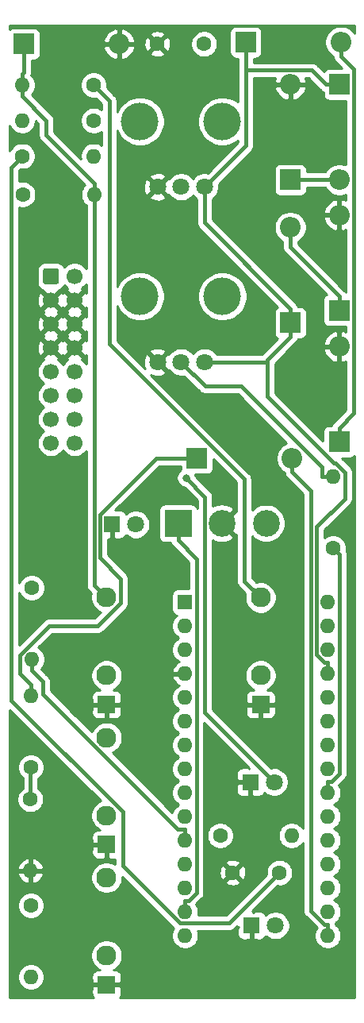
<source format=gbr>
%TF.GenerationSoftware,KiCad,Pcbnew,(5.1.6)-1*%
%TF.CreationDate,2021-03-18T12:54:03+09:00*%
%TF.ProjectId,MultiClockDiv,4d756c74-6943-46c6-9f63-6b4469762e6b,rev?*%
%TF.SameCoordinates,Original*%
%TF.FileFunction,Copper,L1,Top*%
%TF.FilePolarity,Positive*%
%FSLAX46Y46*%
G04 Gerber Fmt 4.6, Leading zero omitted, Abs format (unit mm)*
G04 Created by KiCad (PCBNEW (5.1.6)-1) date 2021-03-18 12:54:03*
%MOMM*%
%LPD*%
G01*
G04 APERTURE LIST*
%TA.AperFunction,ComponentPad*%
%ADD10O,2.200000X2.200000*%
%TD*%
%TA.AperFunction,ComponentPad*%
%ADD11R,2.200000X2.200000*%
%TD*%
%TA.AperFunction,ComponentPad*%
%ADD12O,1.600000X1.600000*%
%TD*%
%TA.AperFunction,ComponentPad*%
%ADD13R,1.600000X1.600000*%
%TD*%
%TA.AperFunction,ComponentPad*%
%ADD14C,2.850000*%
%TD*%
%TA.AperFunction,ComponentPad*%
%ADD15R,2.850000X2.850000*%
%TD*%
%TA.AperFunction,WasherPad*%
%ADD16C,4.000000*%
%TD*%
%TA.AperFunction,ComponentPad*%
%ADD17C,1.800000*%
%TD*%
%TA.AperFunction,ComponentPad*%
%ADD18C,1.600000*%
%TD*%
%TA.AperFunction,ComponentPad*%
%ADD19C,1.700000*%
%TD*%
%TA.AperFunction,ComponentPad*%
%ADD20C,2.130000*%
%TD*%
%TA.AperFunction,ComponentPad*%
%ADD21R,1.930000X1.830000*%
%TD*%
%TA.AperFunction,ComponentPad*%
%ADD22R,1.800000X1.800000*%
%TD*%
%TA.AperFunction,ViaPad*%
%ADD23C,0.800000*%
%TD*%
%TA.AperFunction,Conductor*%
%ADD24C,0.400000*%
%TD*%
%TA.AperFunction,Conductor*%
%ADD25C,0.254000*%
%TD*%
G04 APERTURE END LIST*
D10*
%TO.P,D3,2*%
%TO.N,GND*%
X197612000Y-82677000D03*
D11*
%TO.P,D3,1*%
%TO.N,Net-(A1-Pad10)*%
X197612000Y-92837000D03*
%TD*%
D12*
%TO.P,A1,16*%
%TO.N,Net-(A1-Pad16)*%
X196406000Y-145478000D03*
%TO.P,A1,15*%
%TO.N,Net-(A1-Pad15)*%
X181166000Y-145478000D03*
%TO.P,A1,30*%
%TO.N,12V*%
X196406000Y-109918000D03*
%TO.P,A1,14*%
%TO.N,Net-(A1-Pad14)*%
X181166000Y-142938000D03*
%TO.P,A1,29*%
%TO.N,Net-(A1-Pad29)*%
X196406000Y-112458000D03*
%TO.P,A1,13*%
%TO.N,Net-(A1-Pad13)*%
X181166000Y-140398000D03*
%TO.P,A1,28*%
%TO.N,Net-(A1-Pad28)*%
X196406000Y-114998000D03*
%TO.P,A1,12*%
%TO.N,Net-(A1-Pad12)*%
X181166000Y-137858000D03*
%TO.P,A1,27*%
%TO.N,5V*%
X196406000Y-117538000D03*
%TO.P,A1,11*%
%TO.N,Net-(A1-Pad11)*%
X181166000Y-135318000D03*
%TO.P,A1,26*%
%TO.N,Net-(A1-Pad26)*%
X196406000Y-120078000D03*
%TO.P,A1,10*%
%TO.N,Net-(A1-Pad10)*%
X181166000Y-132778000D03*
%TO.P,A1,25*%
%TO.N,Net-(A1-Pad25)*%
X196406000Y-122618000D03*
%TO.P,A1,9*%
%TO.N,Net-(A1-Pad9)*%
X181166000Y-130238000D03*
%TO.P,A1,24*%
%TO.N,Net-(A1-Pad24)*%
X196406000Y-125158000D03*
%TO.P,A1,8*%
%TO.N,Net-(A1-Pad8)*%
X181166000Y-127698000D03*
%TO.P,A1,23*%
%TO.N,Net-(A1-Pad23)*%
X196406000Y-127698000D03*
%TO.P,A1,7*%
%TO.N,Net-(A1-Pad7)*%
X181166000Y-125158000D03*
%TO.P,A1,22*%
%TO.N,Net-(A1-Pad22)*%
X196406000Y-130238000D03*
%TO.P,A1,6*%
%TO.N,Net-(A1-Pad6)*%
X181166000Y-122618000D03*
%TO.P,A1,21*%
%TO.N,Net-(A1-Pad21)*%
X196406000Y-132778000D03*
%TO.P,A1,5*%
%TO.N,Net-(A1-Pad5)*%
X181166000Y-120078000D03*
%TO.P,A1,20*%
%TO.N,Net-(A1-Pad20)*%
X196406000Y-135318000D03*
%TO.P,A1,4*%
%TO.N,GND*%
X181166000Y-117538000D03*
%TO.P,A1,19*%
%TO.N,Net-(A1-Pad19)*%
X196406000Y-137858000D03*
%TO.P,A1,3*%
%TO.N,Net-(A1-Pad3)*%
X181166000Y-114998000D03*
%TO.P,A1,18*%
%TO.N,Net-(A1-Pad18)*%
X196406000Y-140398000D03*
%TO.P,A1,2*%
%TO.N,Net-(A1-Pad2)*%
X181166000Y-112458000D03*
%TO.P,A1,17*%
%TO.N,Net-(A1-Pad17)*%
X196406000Y-142938000D03*
D13*
%TO.P,A1,1*%
%TO.N,Net-(A1-Pad1)*%
X181166000Y-109918000D03*
%TD*%
D10*
%TO.P,D5,2*%
%TO.N,Net-(A1-Pad11)*%
X197676000Y-64897000D03*
D11*
%TO.P,D5,1*%
%TO.N,5V*%
X197676000Y-54737000D03*
%TD*%
D10*
%TO.P,D2,2*%
%TO.N,Net-(A1-Pad10)*%
X197802000Y-50228500D03*
D11*
%TO.P,D2,1*%
%TO.N,5V*%
X187642000Y-50228500D03*
%TD*%
D14*
%TO.P,SW1,3*%
%TO.N,Net-(SW1-Pad3)*%
X189812000Y-101516000D03*
%TO.P,SW1,2*%
%TO.N,GND*%
X185112000Y-101516000D03*
D15*
%TO.P,SW1,1*%
%TO.N,Net-(A1-Pad14)*%
X180412000Y-101516000D03*
%TD*%
D16*
%TO.P,RV2,*%
%TO.N,*%
X176344000Y-58659000D03*
X185144000Y-58659000D03*
D17*
%TO.P,RV2,1*%
%TO.N,GND*%
X178244000Y-65659000D03*
%TO.P,RV2,2*%
%TO.N,Net-(R2-Pad2)*%
X180744000Y-65659000D03*
%TO.P,RV2,3*%
%TO.N,5V*%
X183244000Y-65659000D03*
%TD*%
D16*
%TO.P,RV1,*%
%TO.N,*%
X176344000Y-77328000D03*
X185144000Y-77328000D03*
D17*
%TO.P,RV1,1*%
%TO.N,GND*%
X178244000Y-84328000D03*
%TO.P,RV1,2*%
%TO.N,Net-(R1-Pad2)*%
X180744000Y-84328000D03*
%TO.P,RV1,3*%
%TO.N,5V*%
X183244000Y-84328000D03*
%TD*%
D12*
%TO.P,R10,2*%
%TO.N,Net-(A1-Pad6)*%
X171440000Y-66450000D03*
D18*
%TO.P,R10,1*%
%TO.N,Net-(D7-Pad2)*%
X163820000Y-66450000D03*
%TD*%
D12*
%TO.P,R9,2*%
%TO.N,GND*%
X164656000Y-138557000D03*
D18*
%TO.P,R9,1*%
%TO.N,Net-(A1-Pad6)*%
X164656000Y-130937000D03*
%TD*%
D12*
%TO.P,R8,2*%
%TO.N,Net-(A1-Pad6)*%
X163766000Y-54800500D03*
D18*
%TO.P,R8,1*%
%TO.N,Net-(J4-PadT)*%
X171386000Y-54800500D03*
%TD*%
D12*
%TO.P,R7,2*%
%TO.N,Net-(D9-Pad1)*%
X164719000Y-119888000D03*
D18*
%TO.P,R7,1*%
%TO.N,Net-(A1-Pad6)*%
X164719000Y-127508000D03*
%TD*%
D12*
%TO.P,R6,2*%
%TO.N,Net-(D4-Pad2)*%
X192532000Y-134810000D03*
D18*
%TO.P,R6,1*%
%TO.N,Net-(A1-Pad11)*%
X184912000Y-134810000D03*
%TD*%
D12*
%TO.P,R5,2*%
%TO.N,Net-(A1-Pad11)*%
X164782000Y-116014000D03*
D18*
%TO.P,R5,1*%
%TO.N,Net-(J2-PadT)*%
X164782000Y-108394000D03*
%TD*%
D12*
%TO.P,R4,2*%
%TO.N,Net-(D1-Pad2)*%
X163790000Y-58580000D03*
D18*
%TO.P,R4,1*%
%TO.N,Net-(A1-Pad10)*%
X171410000Y-58580000D03*
%TD*%
D12*
%TO.P,R3,2*%
%TO.N,Net-(A1-Pad10)*%
X164719000Y-149860000D03*
D18*
%TO.P,R3,1*%
%TO.N,Net-(J1-PadT)*%
X164719000Y-142240000D03*
%TD*%
D12*
%TO.P,R2,2*%
%TO.N,Net-(R2-Pad2)*%
X171410000Y-62370000D03*
D18*
%TO.P,R2,1*%
%TO.N,Net-(A1-Pad23)*%
X163790000Y-62370000D03*
%TD*%
D12*
%TO.P,R1,2*%
%TO.N,Net-(R1-Pad2)*%
X196977000Y-96520000D03*
D18*
%TO.P,R1,1*%
%TO.N,Net-(A1-Pad22)*%
X196977000Y-104140000D03*
%TD*%
D19*
%TO.P,J5,16*%
%TO.N,Net-(J5-Pad16)*%
X169380000Y-92960000D03*
%TO.P,J5,14*%
%TO.N,Net-(J5-Pad14)*%
X169380000Y-90420000D03*
%TO.P,J5,12*%
%TO.N,Net-(J5-Pad12)*%
X169380000Y-87880000D03*
%TO.P,J5,10*%
%TO.N,12V*%
X169380000Y-85340000D03*
%TO.P,J5,8*%
%TO.N,GND*%
X169380000Y-82800000D03*
%TO.P,J5,6*%
X169380000Y-80260000D03*
%TO.P,J5,4*%
X169380000Y-77720000D03*
%TO.P,J5,2*%
%TO.N,Net-(J5-Pad2)*%
X169380000Y-75180000D03*
%TO.P,J5,15*%
%TO.N,Net-(J5-Pad15)*%
X166840000Y-92960000D03*
%TO.P,J5,13*%
%TO.N,Net-(J5-Pad13)*%
X166840000Y-90420000D03*
%TO.P,J5,11*%
%TO.N,Net-(J5-Pad11)*%
X166840000Y-87880000D03*
%TO.P,J5,9*%
%TO.N,12V*%
X166840000Y-85340000D03*
%TO.P,J5,7*%
%TO.N,GND*%
X166840000Y-82800000D03*
%TO.P,J5,5*%
X166840000Y-80260000D03*
%TO.P,J5,3*%
X166840000Y-77720000D03*
%TO.P,J5,1*%
%TO.N,Net-(J5-Pad1)*%
%TA.AperFunction,ComponentPad*%
G36*
G01*
X165990000Y-75780000D02*
X165990000Y-74580000D01*
G75*
G02*
X166240000Y-74330000I250000J0D01*
G01*
X167440000Y-74330000D01*
G75*
G02*
X167690000Y-74580000I0J-250000D01*
G01*
X167690000Y-75780000D01*
G75*
G02*
X167440000Y-76030000I-250000J0D01*
G01*
X166240000Y-76030000D01*
G75*
G02*
X165990000Y-75780000I0J250000D01*
G01*
G37*
%TD.AperFunction*%
%TD*%
D20*
%TO.P,J4,T*%
%TO.N,Net-(J4-PadT)*%
X189230000Y-109440000D03*
D21*
%TO.P,J4,S*%
%TO.N,GND*%
X189230000Y-120840000D03*
D20*
%TO.P,J4,TN*%
%TO.N,N/C*%
X189230000Y-117740000D03*
%TD*%
%TO.P,J3,T*%
%TO.N,Net-(A1-Pad6)*%
X172784000Y-109440000D03*
D21*
%TO.P,J3,S*%
%TO.N,GND*%
X172784000Y-120840000D03*
D20*
%TO.P,J3,TN*%
%TO.N,N/C*%
X172784000Y-117740000D03*
%TD*%
%TO.P,J2,T*%
%TO.N,Net-(J2-PadT)*%
X172784000Y-139286000D03*
D21*
%TO.P,J2,S*%
%TO.N,GND*%
X172784000Y-150686000D03*
D20*
%TO.P,J2,TN*%
%TO.N,N/C*%
X172784000Y-147586000D03*
%TD*%
%TO.P,J1,T*%
%TO.N,Net-(J1-PadT)*%
X172784000Y-124363000D03*
D21*
%TO.P,J1,S*%
%TO.N,GND*%
X172784000Y-135763000D03*
D20*
%TO.P,J1,TN*%
%TO.N,N/C*%
X172784000Y-132663000D03*
%TD*%
D10*
%TO.P,D11,2*%
%TO.N,GND*%
X174117000Y-50419000D03*
D11*
%TO.P,D11,1*%
%TO.N,Net-(A1-Pad6)*%
X163957000Y-50419000D03*
%TD*%
D10*
%TO.P,D10,2*%
%TO.N,Net-(A1-Pad6)*%
X192405000Y-69977000D03*
D11*
%TO.P,D10,1*%
%TO.N,5V*%
X192405000Y-80137000D03*
%TD*%
D10*
%TO.P,D9,2*%
%TO.N,Net-(A1-Pad16)*%
X192600000Y-94560000D03*
D11*
%TO.P,D9,1*%
%TO.N,Net-(D9-Pad1)*%
X182440000Y-94560000D03*
%TD*%
D10*
%TO.P,D8,2*%
%TO.N,GND*%
X197612000Y-68643500D03*
D11*
%TO.P,D8,1*%
%TO.N,Net-(A1-Pad6)*%
X197612000Y-78803500D03*
%TD*%
D17*
%TO.P,D7,2*%
%TO.N,Net-(D7-Pad2)*%
X175904000Y-101644000D03*
D22*
%TO.P,D7,1*%
%TO.N,GND*%
X173364000Y-101644000D03*
%TD*%
D10*
%TO.P,D6,2*%
%TO.N,GND*%
X192405000Y-54737000D03*
D11*
%TO.P,D6,1*%
%TO.N,Net-(A1-Pad11)*%
X192405000Y-64897000D03*
%TD*%
D17*
%TO.P,D4,2*%
%TO.N,Net-(D4-Pad2)*%
X190818000Y-144399000D03*
D22*
%TO.P,D4,1*%
%TO.N,GND*%
X188278000Y-144399000D03*
%TD*%
D17*
%TO.P,D1,2*%
%TO.N,Net-(D1-Pad2)*%
X190690000Y-129096000D03*
D22*
%TO.P,D1,1*%
%TO.N,GND*%
X188150000Y-129096000D03*
%TD*%
D18*
%TO.P,C2,2*%
%TO.N,Net-(A1-Pad23)*%
X191246000Y-138748000D03*
%TO.P,C2,1*%
%TO.N,GND*%
X186246000Y-138748000D03*
%TD*%
%TO.P,C1,2*%
%TO.N,GND*%
X178198000Y-50419000D03*
%TO.P,C1,1*%
%TO.N,Net-(A1-Pad22)*%
X183198000Y-50419000D03*
%TD*%
D23*
%TO.N,Net-(D1-Pad2)*%
X181264000Y-96676200D03*
%TD*%
D24*
%TO.N,Net-(A1-Pad16)*%
X192600000Y-94560000D02*
X192600000Y-96060300D01*
X196406000Y-145478000D02*
X196406000Y-144277700D01*
X196406000Y-144277700D02*
X196030900Y-144277700D01*
X196030900Y-144277700D02*
X194604900Y-142851700D01*
X194604900Y-142851700D02*
X194604900Y-98065200D01*
X194604900Y-98065200D02*
X192600000Y-96060300D01*
%TO.N,Net-(A1-Pad14)*%
X181166000Y-142938000D02*
X181166000Y-141737700D01*
X180412000Y-101516000D02*
X180412000Y-103341300D01*
X180412000Y-103341300D02*
X182366700Y-105296000D01*
X182366700Y-105296000D02*
X182366700Y-140910000D01*
X182366700Y-140910000D02*
X181539000Y-141737700D01*
X181539000Y-141737700D02*
X181166000Y-141737700D01*
%TO.N,5V*%
X187642000Y-53220700D02*
X187642000Y-50228500D01*
X183244000Y-65659000D02*
X187642000Y-61261000D01*
X187642000Y-61261000D02*
X187642000Y-53220700D01*
X187642000Y-53220700D02*
X194659400Y-53220700D01*
X194659400Y-53220700D02*
X196175700Y-54737000D01*
X197676000Y-54737000D02*
X196175700Y-54737000D01*
X183244000Y-65659000D02*
X183244000Y-69475700D01*
X183244000Y-69475700D02*
X192405000Y-78636700D01*
X192405000Y-80137000D02*
X192405000Y-81637300D01*
X189920000Y-84328000D02*
X189920000Y-87977800D01*
X189920000Y-87977800D02*
X197038700Y-95096500D01*
X197038700Y-95096500D02*
X197252200Y-95096500D01*
X197252200Y-95096500D02*
X198224100Y-96068400D01*
X198224100Y-96068400D02*
X198224100Y-98863800D01*
X198224100Y-98863800D02*
X195205300Y-101882600D01*
X195205300Y-101882600D02*
X195205300Y-115510100D01*
X195205300Y-115510100D02*
X196032900Y-116337700D01*
X196032900Y-116337700D02*
X196406000Y-116337700D01*
X192405000Y-81637300D02*
X189920000Y-84122300D01*
X189920000Y-84122300D02*
X189920000Y-84328000D01*
X183244000Y-84328000D02*
X189920000Y-84328000D01*
X196406000Y-117538000D02*
X196406000Y-116337700D01*
X192405000Y-80137000D02*
X192405000Y-78636700D01*
%TO.N,Net-(A1-Pad11)*%
X181166000Y-135318000D02*
X181166000Y-134117700D01*
X164782000Y-116014000D02*
X164782000Y-117214300D01*
X164782000Y-117214300D02*
X165982300Y-118414600D01*
X165982300Y-118414600D02*
X165982300Y-119695000D01*
X165982300Y-119695000D02*
X180405000Y-134117700D01*
X180405000Y-134117700D02*
X181166000Y-134117700D01*
X192405000Y-64897000D02*
X197676000Y-64897000D01*
%TO.N,Net-(A1-Pad10)*%
X197802000Y-50228500D02*
X197802000Y-51728800D01*
X197612000Y-92837000D02*
X197612000Y-91336700D01*
X197612000Y-91336700D02*
X199176300Y-89772400D01*
X199176300Y-89772400D02*
X199176300Y-53103100D01*
X199176300Y-53103100D02*
X197802000Y-51728800D01*
%TO.N,Net-(A1-Pad23)*%
X191246000Y-138748000D02*
X185854900Y-144139100D01*
X185854900Y-144139100D02*
X180624300Y-144139100D01*
X180624300Y-144139100D02*
X174500800Y-138015600D01*
X174500800Y-138015600D02*
X174500800Y-132288800D01*
X174500800Y-132288800D02*
X162603800Y-120391800D01*
X162603800Y-120391800D02*
X162603800Y-63556200D01*
X162603800Y-63556200D02*
X163790000Y-62370000D01*
%TO.N,Net-(A1-Pad22)*%
X196406000Y-130238000D02*
X196406000Y-129037700D01*
X196977000Y-104140000D02*
X197649500Y-104812500D01*
X197649500Y-104812500D02*
X197649500Y-128167200D01*
X197649500Y-128167200D02*
X196779000Y-129037700D01*
X196779000Y-129037700D02*
X196406000Y-129037700D01*
%TO.N,Net-(A1-Pad6)*%
X172784000Y-109440000D02*
X171440000Y-108096000D01*
X171440000Y-108096000D02*
X171440000Y-66450000D01*
X197612000Y-78803500D02*
X197612000Y-77303200D01*
X197612000Y-77303200D02*
X192405000Y-72096200D01*
X192405000Y-72096200D02*
X192405000Y-69977000D01*
X171440000Y-66450000D02*
X171440000Y-65249700D01*
X171440000Y-65249700D02*
X166345100Y-60154800D01*
X166345100Y-60154800D02*
X166345100Y-58579900D01*
X166345100Y-58579900D02*
X163766000Y-56000800D01*
X163766000Y-54800500D02*
X163766000Y-56000800D01*
X163766000Y-54800500D02*
X163766000Y-53600200D01*
X163766000Y-53600200D02*
X163957000Y-53409200D01*
X163957000Y-53409200D02*
X163957000Y-50419000D01*
X164719000Y-127508000D02*
X164656000Y-127571000D01*
X164656000Y-127571000D02*
X164656000Y-130937000D01*
%TO.N,Net-(D1-Pad2)*%
X190690000Y-129096000D02*
X183286600Y-121692600D01*
X183286600Y-121692600D02*
X183286600Y-98698800D01*
X183286600Y-98698800D02*
X181264000Y-96676200D01*
%TO.N,Net-(D9-Pad1)*%
X164719000Y-119888000D02*
X164719000Y-118687700D01*
X164719000Y-118687700D02*
X163527900Y-117496600D01*
X163527900Y-117496600D02*
X163527900Y-115564700D01*
X163527900Y-115564700D02*
X166624900Y-112467700D01*
X166624900Y-112467700D02*
X171841400Y-112467700D01*
X171841400Y-112467700D02*
X174287700Y-110021400D01*
X174287700Y-110021400D02*
X174287700Y-107430700D01*
X174287700Y-107430700D02*
X172063600Y-105206600D01*
X172063600Y-105206600D02*
X172063600Y-100563600D01*
X172063600Y-100563600D02*
X178067200Y-94560000D01*
X178067200Y-94560000D02*
X182440000Y-94560000D01*
%TO.N,Net-(J4-PadT)*%
X189230000Y-109440000D02*
X187462100Y-107672100D01*
X187462100Y-107672100D02*
X187462100Y-96810000D01*
X187462100Y-96810000D02*
X173068000Y-82415900D01*
X173068000Y-82415900D02*
X173068000Y-56482500D01*
X173068000Y-56482500D02*
X171386000Y-54800500D01*
%TO.N,Net-(R1-Pad2)*%
X196977000Y-96520000D02*
X195776700Y-96520000D01*
X195776700Y-96520000D02*
X195776700Y-95544800D01*
X195776700Y-95544800D02*
X187137800Y-86905900D01*
X187137800Y-86905900D02*
X183321900Y-86905900D01*
X183321900Y-86905900D02*
X180744000Y-84328000D01*
%TD*%
D25*
%TO.N,GND*%
G36*
X199238000Y-49254708D02*
G01*
X199149663Y-49122502D01*
X198907998Y-48880837D01*
X198623831Y-48690963D01*
X198308081Y-48560175D01*
X197972883Y-48493500D01*
X197631117Y-48493500D01*
X197295919Y-48560175D01*
X196980169Y-48690963D01*
X196696002Y-48880837D01*
X196454337Y-49122502D01*
X196264463Y-49406669D01*
X196133675Y-49722419D01*
X196067000Y-50057617D01*
X196067000Y-50399383D01*
X196133675Y-50734581D01*
X196264463Y-51050331D01*
X196454337Y-51334498D01*
X196696002Y-51576163D01*
X196965674Y-51756352D01*
X196979082Y-51892488D01*
X197026828Y-52049886D01*
X197104364Y-52194945D01*
X197104365Y-52194946D01*
X197208710Y-52322091D01*
X197240574Y-52348241D01*
X197891260Y-52998928D01*
X196576000Y-52998928D01*
X196451518Y-53011188D01*
X196331820Y-53047498D01*
X196221506Y-53106463D01*
X196124815Y-53185815D01*
X196045463Y-53282506D01*
X195995516Y-53375949D01*
X195278846Y-52659279D01*
X195252691Y-52627409D01*
X195125546Y-52523064D01*
X194980487Y-52445528D01*
X194823089Y-52397782D01*
X194700419Y-52385700D01*
X194700418Y-52385700D01*
X194659400Y-52381660D01*
X194618382Y-52385700D01*
X188477000Y-52385700D01*
X188477000Y-51966572D01*
X188742000Y-51966572D01*
X188866482Y-51954312D01*
X188986180Y-51918002D01*
X189096494Y-51859037D01*
X189193185Y-51779685D01*
X189272537Y-51682994D01*
X189331502Y-51572680D01*
X189367812Y-51452982D01*
X189380072Y-51328500D01*
X189380072Y-49128500D01*
X189367812Y-49004018D01*
X189331502Y-48884320D01*
X189272537Y-48774006D01*
X189193185Y-48677315D01*
X189096494Y-48597963D01*
X188986180Y-48538998D01*
X188866482Y-48502688D01*
X188742000Y-48490428D01*
X186542000Y-48490428D01*
X186417518Y-48502688D01*
X186297820Y-48538998D01*
X186187506Y-48597963D01*
X186090815Y-48677315D01*
X186011463Y-48774006D01*
X185952498Y-48884320D01*
X185916188Y-49004018D01*
X185903928Y-49128500D01*
X185903928Y-51328500D01*
X185916188Y-51452982D01*
X185952498Y-51572680D01*
X186011463Y-51682994D01*
X186090815Y-51779685D01*
X186187506Y-51859037D01*
X186297820Y-51918002D01*
X186417518Y-51954312D01*
X186542000Y-51966572D01*
X186807000Y-51966572D01*
X186807000Y-53179681D01*
X186802960Y-53220700D01*
X186807001Y-53261729D01*
X186807001Y-56601094D01*
X186392141Y-56323893D01*
X185912601Y-56125261D01*
X185403525Y-56024000D01*
X184884475Y-56024000D01*
X184375399Y-56125261D01*
X183895859Y-56323893D01*
X183464285Y-56612262D01*
X183097262Y-56979285D01*
X182808893Y-57410859D01*
X182610261Y-57890399D01*
X182509000Y-58399475D01*
X182509000Y-58918525D01*
X182610261Y-59427601D01*
X182808893Y-59907141D01*
X183097262Y-60338715D01*
X183464285Y-60705738D01*
X183895859Y-60994107D01*
X184375399Y-61192739D01*
X184884475Y-61294000D01*
X185403525Y-61294000D01*
X185912601Y-61192739D01*
X186392141Y-60994107D01*
X186807000Y-60716907D01*
X186807000Y-60915132D01*
X183564462Y-64157671D01*
X183395184Y-64124000D01*
X183092816Y-64124000D01*
X182796257Y-64182989D01*
X182516905Y-64298701D01*
X182265495Y-64466688D01*
X182051688Y-64680495D01*
X181994000Y-64766831D01*
X181936312Y-64680495D01*
X181722505Y-64466688D01*
X181471095Y-64298701D01*
X181191743Y-64182989D01*
X180895184Y-64124000D01*
X180592816Y-64124000D01*
X180296257Y-64182989D01*
X180016905Y-64298701D01*
X179765495Y-64466688D01*
X179551688Y-64680495D01*
X179456262Y-64823310D01*
X179308080Y-64774525D01*
X178423605Y-65659000D01*
X179308080Y-66543475D01*
X179456262Y-66494690D01*
X179551688Y-66637505D01*
X179765495Y-66851312D01*
X180016905Y-67019299D01*
X180296257Y-67135011D01*
X180592816Y-67194000D01*
X180895184Y-67194000D01*
X181191743Y-67135011D01*
X181471095Y-67019299D01*
X181722505Y-66851312D01*
X181936312Y-66637505D01*
X181994000Y-66551169D01*
X182051688Y-66637505D01*
X182265495Y-66851312D01*
X182409000Y-66947199D01*
X182409001Y-69434672D01*
X182404960Y-69475700D01*
X182421082Y-69639388D01*
X182468828Y-69796786D01*
X182543230Y-69935981D01*
X182546365Y-69941846D01*
X182650710Y-70068991D01*
X182682574Y-70095141D01*
X191043948Y-78456516D01*
X190950506Y-78506463D01*
X190853815Y-78585815D01*
X190774463Y-78682506D01*
X190715498Y-78792820D01*
X190679188Y-78912518D01*
X190666928Y-79037000D01*
X190666928Y-81237000D01*
X190679188Y-81361482D01*
X190715498Y-81481180D01*
X190774463Y-81591494D01*
X190853815Y-81688185D01*
X190950506Y-81767537D01*
X191043948Y-81817484D01*
X189368433Y-83493000D01*
X184532199Y-83493000D01*
X184436312Y-83349495D01*
X184222505Y-83135688D01*
X183971095Y-82967701D01*
X183691743Y-82851989D01*
X183395184Y-82793000D01*
X183092816Y-82793000D01*
X182796257Y-82851989D01*
X182516905Y-82967701D01*
X182265495Y-83135688D01*
X182051688Y-83349495D01*
X181994000Y-83435831D01*
X181936312Y-83349495D01*
X181722505Y-83135688D01*
X181471095Y-82967701D01*
X181191743Y-82851989D01*
X180895184Y-82793000D01*
X180592816Y-82793000D01*
X180296257Y-82851989D01*
X180016905Y-82967701D01*
X179765495Y-83135688D01*
X179551688Y-83349495D01*
X179456262Y-83492310D01*
X179308080Y-83443525D01*
X178423605Y-84328000D01*
X179308080Y-85212475D01*
X179456262Y-85163690D01*
X179551688Y-85306505D01*
X179765495Y-85520312D01*
X180016905Y-85688299D01*
X180296257Y-85804011D01*
X180592816Y-85863000D01*
X180895184Y-85863000D01*
X181064461Y-85829329D01*
X182702459Y-87467327D01*
X182728609Y-87499191D01*
X182855754Y-87603536D01*
X183000813Y-87681072D01*
X183158211Y-87728818D01*
X183321899Y-87744940D01*
X183362918Y-87740900D01*
X186791933Y-87740900D01*
X191986996Y-92935964D01*
X191778169Y-93022463D01*
X191494002Y-93212337D01*
X191252337Y-93454002D01*
X191062463Y-93738169D01*
X190931675Y-94053919D01*
X190865000Y-94389117D01*
X190865000Y-94730883D01*
X190931675Y-95066081D01*
X191062463Y-95381831D01*
X191252337Y-95665998D01*
X191494002Y-95907663D01*
X191763674Y-96087852D01*
X191777082Y-96223988D01*
X191824828Y-96381386D01*
X191902364Y-96526445D01*
X191902365Y-96526446D01*
X192006710Y-96653591D01*
X192038574Y-96679741D01*
X193769901Y-98411070D01*
X193769900Y-134079718D01*
X193646637Y-133895241D01*
X193446759Y-133695363D01*
X193211727Y-133538320D01*
X192950574Y-133430147D01*
X192673335Y-133375000D01*
X192390665Y-133375000D01*
X192113426Y-133430147D01*
X191852273Y-133538320D01*
X191617241Y-133695363D01*
X191417363Y-133895241D01*
X191260320Y-134130273D01*
X191152147Y-134391426D01*
X191097000Y-134668665D01*
X191097000Y-134951335D01*
X191152147Y-135228574D01*
X191260320Y-135489727D01*
X191417363Y-135724759D01*
X191617241Y-135924637D01*
X191852273Y-136081680D01*
X192113426Y-136189853D01*
X192390665Y-136245000D01*
X192673335Y-136245000D01*
X192950574Y-136189853D01*
X193211727Y-136081680D01*
X193446759Y-135924637D01*
X193646637Y-135724759D01*
X193769900Y-135540282D01*
X193769900Y-142810682D01*
X193765860Y-142851700D01*
X193769900Y-142892718D01*
X193781982Y-143015388D01*
X193829728Y-143172786D01*
X193907264Y-143317845D01*
X194011609Y-143444991D01*
X194043478Y-143471146D01*
X195228962Y-144656631D01*
X195134320Y-144798273D01*
X195026147Y-145059426D01*
X194971000Y-145336665D01*
X194971000Y-145619335D01*
X195026147Y-145896574D01*
X195134320Y-146157727D01*
X195291363Y-146392759D01*
X195491241Y-146592637D01*
X195726273Y-146749680D01*
X195987426Y-146857853D01*
X196264665Y-146913000D01*
X196547335Y-146913000D01*
X196824574Y-146857853D01*
X197085727Y-146749680D01*
X197320759Y-146592637D01*
X197520637Y-146392759D01*
X197677680Y-146157727D01*
X197785853Y-145896574D01*
X197841000Y-145619335D01*
X197841000Y-145336665D01*
X197785853Y-145059426D01*
X197677680Y-144798273D01*
X197520637Y-144563241D01*
X197320759Y-144363363D01*
X197241799Y-144310604D01*
X197245040Y-144277700D01*
X197228918Y-144114011D01*
X197228916Y-144114004D01*
X197320759Y-144052637D01*
X197520637Y-143852759D01*
X197677680Y-143617727D01*
X197785853Y-143356574D01*
X197841000Y-143079335D01*
X197841000Y-142796665D01*
X197785853Y-142519426D01*
X197677680Y-142258273D01*
X197520637Y-142023241D01*
X197320759Y-141823363D01*
X197088241Y-141668000D01*
X197320759Y-141512637D01*
X197520637Y-141312759D01*
X197677680Y-141077727D01*
X197785853Y-140816574D01*
X197841000Y-140539335D01*
X197841000Y-140256665D01*
X197785853Y-139979426D01*
X197677680Y-139718273D01*
X197520637Y-139483241D01*
X197320759Y-139283363D01*
X197088241Y-139128000D01*
X197320759Y-138972637D01*
X197520637Y-138772759D01*
X197677680Y-138537727D01*
X197785853Y-138276574D01*
X197841000Y-137999335D01*
X197841000Y-137716665D01*
X197785853Y-137439426D01*
X197677680Y-137178273D01*
X197520637Y-136943241D01*
X197320759Y-136743363D01*
X197088241Y-136588000D01*
X197320759Y-136432637D01*
X197520637Y-136232759D01*
X197677680Y-135997727D01*
X197785853Y-135736574D01*
X197841000Y-135459335D01*
X197841000Y-135176665D01*
X197785853Y-134899426D01*
X197677680Y-134638273D01*
X197520637Y-134403241D01*
X197320759Y-134203363D01*
X197088241Y-134048000D01*
X197320759Y-133892637D01*
X197520637Y-133692759D01*
X197677680Y-133457727D01*
X197785853Y-133196574D01*
X197841000Y-132919335D01*
X197841000Y-132636665D01*
X197785853Y-132359426D01*
X197677680Y-132098273D01*
X197520637Y-131863241D01*
X197320759Y-131663363D01*
X197088241Y-131508000D01*
X197320759Y-131352637D01*
X197520637Y-131152759D01*
X197677680Y-130917727D01*
X197785853Y-130656574D01*
X197841000Y-130379335D01*
X197841000Y-130096665D01*
X197785853Y-129819426D01*
X197677680Y-129558273D01*
X197582196Y-129415371D01*
X198210932Y-128786637D01*
X198242791Y-128760491D01*
X198347136Y-128633346D01*
X198424672Y-128488287D01*
X198472418Y-128330889D01*
X198484500Y-128208219D01*
X198488540Y-128167200D01*
X198484500Y-128126182D01*
X198484500Y-104853518D01*
X198488540Y-104812500D01*
X198481444Y-104740455D01*
X198472418Y-104648811D01*
X198424672Y-104491413D01*
X198384982Y-104417159D01*
X198412000Y-104281335D01*
X198412000Y-103998665D01*
X198356853Y-103721426D01*
X198248680Y-103460273D01*
X198091637Y-103225241D01*
X197891759Y-103025363D01*
X197656727Y-102868320D01*
X197395574Y-102760147D01*
X197118335Y-102705000D01*
X196835665Y-102705000D01*
X196558426Y-102760147D01*
X196297273Y-102868320D01*
X196062241Y-103025363D01*
X196040300Y-103047304D01*
X196040300Y-102228467D01*
X198785532Y-99483237D01*
X198817391Y-99457091D01*
X198921736Y-99329946D01*
X198999272Y-99184887D01*
X199047018Y-99027489D01*
X199059100Y-98904819D01*
X199063140Y-98863800D01*
X199059100Y-98822782D01*
X199059100Y-96109418D01*
X199063140Y-96068399D01*
X199047018Y-95904711D01*
X198999272Y-95747313D01*
X198921736Y-95602254D01*
X198915089Y-95594155D01*
X198817391Y-95475109D01*
X198785528Y-95448960D01*
X197911639Y-94575072D01*
X198712000Y-94575072D01*
X198836482Y-94562812D01*
X198956180Y-94526502D01*
X199066494Y-94467537D01*
X199163185Y-94388185D01*
X199238000Y-94297022D01*
X199238001Y-152057500D01*
X174193709Y-152057500D01*
X174200185Y-152052185D01*
X174279537Y-151955494D01*
X174338502Y-151845180D01*
X174374812Y-151725482D01*
X174387072Y-151601000D01*
X174384000Y-150971750D01*
X174225250Y-150813000D01*
X172911000Y-150813000D01*
X172911000Y-150833000D01*
X172657000Y-150833000D01*
X172657000Y-150813000D01*
X171342750Y-150813000D01*
X171184000Y-150971750D01*
X171180928Y-151601000D01*
X171193188Y-151725482D01*
X171229498Y-151845180D01*
X171288463Y-151955494D01*
X171367815Y-152052185D01*
X171374291Y-152057500D01*
X162458000Y-152057500D01*
X162458000Y-149718665D01*
X163284000Y-149718665D01*
X163284000Y-150001335D01*
X163339147Y-150278574D01*
X163447320Y-150539727D01*
X163604363Y-150774759D01*
X163804241Y-150974637D01*
X164039273Y-151131680D01*
X164300426Y-151239853D01*
X164577665Y-151295000D01*
X164860335Y-151295000D01*
X165137574Y-151239853D01*
X165398727Y-151131680D01*
X165633759Y-150974637D01*
X165833637Y-150774759D01*
X165990680Y-150539727D01*
X166098853Y-150278574D01*
X166154000Y-150001335D01*
X166154000Y-149718665D01*
X166098853Y-149441426D01*
X165990680Y-149180273D01*
X165833637Y-148945241D01*
X165633759Y-148745363D01*
X165398727Y-148588320D01*
X165137574Y-148480147D01*
X164860335Y-148425000D01*
X164577665Y-148425000D01*
X164300426Y-148480147D01*
X164039273Y-148588320D01*
X163804241Y-148745363D01*
X163604363Y-148945241D01*
X163447320Y-149180273D01*
X163339147Y-149441426D01*
X163284000Y-149718665D01*
X162458000Y-149718665D01*
X162458000Y-147418565D01*
X171084000Y-147418565D01*
X171084000Y-147753435D01*
X171149330Y-148081872D01*
X171277479Y-148391252D01*
X171463523Y-148669687D01*
X171700313Y-148906477D01*
X171978748Y-149092521D01*
X172079140Y-149134105D01*
X171819000Y-149132928D01*
X171694518Y-149145188D01*
X171574820Y-149181498D01*
X171464506Y-149240463D01*
X171367815Y-149319815D01*
X171288463Y-149416506D01*
X171229498Y-149526820D01*
X171193188Y-149646518D01*
X171180928Y-149771000D01*
X171184000Y-150400250D01*
X171342750Y-150559000D01*
X172657000Y-150559000D01*
X172657000Y-150539000D01*
X172911000Y-150539000D01*
X172911000Y-150559000D01*
X174225250Y-150559000D01*
X174384000Y-150400250D01*
X174387072Y-149771000D01*
X174374812Y-149646518D01*
X174338502Y-149526820D01*
X174279537Y-149416506D01*
X174200185Y-149319815D01*
X174103494Y-149240463D01*
X173993180Y-149181498D01*
X173873482Y-149145188D01*
X173749000Y-149132928D01*
X173488860Y-149134105D01*
X173589252Y-149092521D01*
X173867687Y-148906477D01*
X174104477Y-148669687D01*
X174290521Y-148391252D01*
X174418670Y-148081872D01*
X174484000Y-147753435D01*
X174484000Y-147418565D01*
X174418670Y-147090128D01*
X174290521Y-146780748D01*
X174104477Y-146502313D01*
X173867687Y-146265523D01*
X173589252Y-146079479D01*
X173279872Y-145951330D01*
X172951435Y-145886000D01*
X172616565Y-145886000D01*
X172288128Y-145951330D01*
X171978748Y-146079479D01*
X171700313Y-146265523D01*
X171463523Y-146502313D01*
X171277479Y-146780748D01*
X171149330Y-147090128D01*
X171084000Y-147418565D01*
X162458000Y-147418565D01*
X162458000Y-142098665D01*
X163284000Y-142098665D01*
X163284000Y-142381335D01*
X163339147Y-142658574D01*
X163447320Y-142919727D01*
X163604363Y-143154759D01*
X163804241Y-143354637D01*
X164039273Y-143511680D01*
X164300426Y-143619853D01*
X164577665Y-143675000D01*
X164860335Y-143675000D01*
X165137574Y-143619853D01*
X165398727Y-143511680D01*
X165633759Y-143354637D01*
X165833637Y-143154759D01*
X165990680Y-142919727D01*
X166098853Y-142658574D01*
X166154000Y-142381335D01*
X166154000Y-142098665D01*
X166098853Y-141821426D01*
X165990680Y-141560273D01*
X165833637Y-141325241D01*
X165633759Y-141125363D01*
X165398727Y-140968320D01*
X165137574Y-140860147D01*
X164860335Y-140805000D01*
X164577665Y-140805000D01*
X164300426Y-140860147D01*
X164039273Y-140968320D01*
X163804241Y-141125363D01*
X163604363Y-141325241D01*
X163447320Y-141560273D01*
X163339147Y-141821426D01*
X163284000Y-142098665D01*
X162458000Y-142098665D01*
X162458000Y-138906040D01*
X163264091Y-138906040D01*
X163358930Y-139170881D01*
X163503615Y-139412131D01*
X163692586Y-139620519D01*
X163918580Y-139788037D01*
X164172913Y-139908246D01*
X164306961Y-139948904D01*
X164529000Y-139826915D01*
X164529000Y-138684000D01*
X164783000Y-138684000D01*
X164783000Y-139826915D01*
X165005039Y-139948904D01*
X165139087Y-139908246D01*
X165393420Y-139788037D01*
X165619414Y-139620519D01*
X165808385Y-139412131D01*
X165953070Y-139170881D01*
X166047909Y-138906040D01*
X165926624Y-138684000D01*
X164783000Y-138684000D01*
X164529000Y-138684000D01*
X163385376Y-138684000D01*
X163264091Y-138906040D01*
X162458000Y-138906040D01*
X162458000Y-138207960D01*
X163264091Y-138207960D01*
X163385376Y-138430000D01*
X164529000Y-138430000D01*
X164529000Y-137287085D01*
X164783000Y-137287085D01*
X164783000Y-138430000D01*
X165926624Y-138430000D01*
X166047909Y-138207960D01*
X165953070Y-137943119D01*
X165808385Y-137701869D01*
X165619414Y-137493481D01*
X165393420Y-137325963D01*
X165139087Y-137205754D01*
X165005039Y-137165096D01*
X164783000Y-137287085D01*
X164529000Y-137287085D01*
X164306961Y-137165096D01*
X164172913Y-137205754D01*
X163918580Y-137325963D01*
X163692586Y-137493481D01*
X163503615Y-137701869D01*
X163358930Y-137943119D01*
X163264091Y-138207960D01*
X162458000Y-138207960D01*
X162458000Y-136678000D01*
X171180928Y-136678000D01*
X171193188Y-136802482D01*
X171229498Y-136922180D01*
X171288463Y-137032494D01*
X171367815Y-137129185D01*
X171464506Y-137208537D01*
X171574820Y-137267502D01*
X171694518Y-137303812D01*
X171819000Y-137316072D01*
X172498250Y-137313000D01*
X172657000Y-137154250D01*
X172657000Y-135890000D01*
X171342750Y-135890000D01*
X171184000Y-136048750D01*
X171180928Y-136678000D01*
X162458000Y-136678000D01*
X162458000Y-130795665D01*
X163221000Y-130795665D01*
X163221000Y-131078335D01*
X163276147Y-131355574D01*
X163384320Y-131616727D01*
X163541363Y-131851759D01*
X163741241Y-132051637D01*
X163976273Y-132208680D01*
X164237426Y-132316853D01*
X164514665Y-132372000D01*
X164797335Y-132372000D01*
X165074574Y-132316853D01*
X165335727Y-132208680D01*
X165570759Y-132051637D01*
X165770637Y-131851759D01*
X165927680Y-131616727D01*
X166035853Y-131355574D01*
X166091000Y-131078335D01*
X166091000Y-130795665D01*
X166035853Y-130518426D01*
X165927680Y-130257273D01*
X165770637Y-130022241D01*
X165570759Y-129822363D01*
X165491000Y-129769070D01*
X165491000Y-128718025D01*
X165633759Y-128622637D01*
X165833637Y-128422759D01*
X165990680Y-128187727D01*
X166098853Y-127926574D01*
X166154000Y-127649335D01*
X166154000Y-127366665D01*
X166098853Y-127089426D01*
X165990680Y-126828273D01*
X165833637Y-126593241D01*
X165633759Y-126393363D01*
X165398727Y-126236320D01*
X165137574Y-126128147D01*
X164860335Y-126073000D01*
X164577665Y-126073000D01*
X164300426Y-126128147D01*
X164039273Y-126236320D01*
X163804241Y-126393363D01*
X163604363Y-126593241D01*
X163447320Y-126828273D01*
X163339147Y-127089426D01*
X163284000Y-127366665D01*
X163284000Y-127649335D01*
X163339147Y-127926574D01*
X163447320Y-128187727D01*
X163604363Y-128422759D01*
X163804241Y-128622637D01*
X163821000Y-128633835D01*
X163821001Y-129769069D01*
X163741241Y-129822363D01*
X163541363Y-130022241D01*
X163384320Y-130257273D01*
X163276147Y-130518426D01*
X163221000Y-130795665D01*
X162458000Y-130795665D01*
X162458000Y-121426867D01*
X172126436Y-131095305D01*
X171978748Y-131156479D01*
X171700313Y-131342523D01*
X171463523Y-131579313D01*
X171277479Y-131857748D01*
X171149330Y-132167128D01*
X171084000Y-132495565D01*
X171084000Y-132830435D01*
X171149330Y-133158872D01*
X171277479Y-133468252D01*
X171463523Y-133746687D01*
X171700313Y-133983477D01*
X171978748Y-134169521D01*
X172079140Y-134211105D01*
X171819000Y-134209928D01*
X171694518Y-134222188D01*
X171574820Y-134258498D01*
X171464506Y-134317463D01*
X171367815Y-134396815D01*
X171288463Y-134493506D01*
X171229498Y-134603820D01*
X171193188Y-134723518D01*
X171180928Y-134848000D01*
X171184000Y-135477250D01*
X171342750Y-135636000D01*
X172657000Y-135636000D01*
X172657000Y-135616000D01*
X172911000Y-135616000D01*
X172911000Y-135636000D01*
X172931000Y-135636000D01*
X172931000Y-135890000D01*
X172911000Y-135890000D01*
X172911000Y-137154250D01*
X173069750Y-137313000D01*
X173665800Y-137315696D01*
X173665800Y-137830627D01*
X173589252Y-137779479D01*
X173279872Y-137651330D01*
X172951435Y-137586000D01*
X172616565Y-137586000D01*
X172288128Y-137651330D01*
X171978748Y-137779479D01*
X171700313Y-137965523D01*
X171463523Y-138202313D01*
X171277479Y-138480748D01*
X171149330Y-138790128D01*
X171084000Y-139118565D01*
X171084000Y-139453435D01*
X171149330Y-139781872D01*
X171277479Y-140091252D01*
X171463523Y-140369687D01*
X171700313Y-140606477D01*
X171978748Y-140792521D01*
X172288128Y-140920670D01*
X172616565Y-140986000D01*
X172951435Y-140986000D01*
X173279872Y-140920670D01*
X173589252Y-140792521D01*
X173867687Y-140606477D01*
X174104477Y-140369687D01*
X174290521Y-140091252D01*
X174418670Y-139781872D01*
X174484000Y-139453435D01*
X174484000Y-139179667D01*
X179977747Y-144673416D01*
X179894320Y-144798273D01*
X179786147Y-145059426D01*
X179731000Y-145336665D01*
X179731000Y-145619335D01*
X179786147Y-145896574D01*
X179894320Y-146157727D01*
X180051363Y-146392759D01*
X180251241Y-146592637D01*
X180486273Y-146749680D01*
X180747426Y-146857853D01*
X181024665Y-146913000D01*
X181307335Y-146913000D01*
X181584574Y-146857853D01*
X181845727Y-146749680D01*
X182080759Y-146592637D01*
X182280637Y-146392759D01*
X182437680Y-146157727D01*
X182545853Y-145896574D01*
X182601000Y-145619335D01*
X182601000Y-145336665D01*
X182545853Y-145059426D01*
X182510510Y-144974100D01*
X185813882Y-144974100D01*
X185854900Y-144978140D01*
X185895918Y-144974100D01*
X185895919Y-144974100D01*
X186018589Y-144962018D01*
X186175987Y-144914272D01*
X186321046Y-144836736D01*
X186448191Y-144732391D01*
X186474346Y-144700521D01*
X186743000Y-144431867D01*
X186743000Y-144526002D01*
X186901748Y-144526002D01*
X186743000Y-144684750D01*
X186739928Y-145299000D01*
X186752188Y-145423482D01*
X186788498Y-145543180D01*
X186847463Y-145653494D01*
X186926815Y-145750185D01*
X187023506Y-145829537D01*
X187133820Y-145888502D01*
X187253518Y-145924812D01*
X187378000Y-145937072D01*
X187992250Y-145934000D01*
X188151000Y-145775250D01*
X188151000Y-144526000D01*
X188131000Y-144526000D01*
X188131000Y-144272000D01*
X188151000Y-144272000D01*
X188151000Y-144252000D01*
X188405000Y-144252000D01*
X188405000Y-144272000D01*
X188425000Y-144272000D01*
X188425000Y-144526000D01*
X188405000Y-144526000D01*
X188405000Y-145775250D01*
X188563750Y-145934000D01*
X189178000Y-145937072D01*
X189302482Y-145924812D01*
X189422180Y-145888502D01*
X189532494Y-145829537D01*
X189629185Y-145750185D01*
X189708537Y-145653494D01*
X189767502Y-145543180D01*
X189773056Y-145524873D01*
X189839495Y-145591312D01*
X190090905Y-145759299D01*
X190370257Y-145875011D01*
X190666816Y-145934000D01*
X190969184Y-145934000D01*
X191265743Y-145875011D01*
X191545095Y-145759299D01*
X191796505Y-145591312D01*
X192010312Y-145377505D01*
X192178299Y-145126095D01*
X192294011Y-144846743D01*
X192353000Y-144550184D01*
X192353000Y-144247816D01*
X192294011Y-143951257D01*
X192178299Y-143671905D01*
X192010312Y-143420495D01*
X191796505Y-143206688D01*
X191545095Y-143038701D01*
X191265743Y-142922989D01*
X190969184Y-142864000D01*
X190666816Y-142864000D01*
X190370257Y-142922989D01*
X190090905Y-143038701D01*
X189839495Y-143206688D01*
X189773056Y-143273127D01*
X189767502Y-143254820D01*
X189708537Y-143144506D01*
X189629185Y-143047815D01*
X189532494Y-142968463D01*
X189422180Y-142909498D01*
X189302482Y-142873188D01*
X189178000Y-142860928D01*
X188563750Y-142864000D01*
X188405002Y-143022748D01*
X188405002Y-142864000D01*
X188310868Y-142864000D01*
X191010583Y-140164286D01*
X191104665Y-140183000D01*
X191387335Y-140183000D01*
X191664574Y-140127853D01*
X191925727Y-140019680D01*
X192160759Y-139862637D01*
X192360637Y-139662759D01*
X192517680Y-139427727D01*
X192625853Y-139166574D01*
X192681000Y-138889335D01*
X192681000Y-138606665D01*
X192625853Y-138329426D01*
X192517680Y-138068273D01*
X192360637Y-137833241D01*
X192160759Y-137633363D01*
X191925727Y-137476320D01*
X191664574Y-137368147D01*
X191387335Y-137313000D01*
X191104665Y-137313000D01*
X190827426Y-137368147D01*
X190566273Y-137476320D01*
X190331241Y-137633363D01*
X190131363Y-137833241D01*
X189974320Y-138068273D01*
X189866147Y-138329426D01*
X189811000Y-138606665D01*
X189811000Y-138889335D01*
X189829714Y-138983417D01*
X185509033Y-143304100D01*
X182556291Y-143304100D01*
X182601000Y-143079335D01*
X182601000Y-142796665D01*
X182545853Y-142519426D01*
X182437680Y-142258273D01*
X182342196Y-142115371D01*
X182928132Y-141529437D01*
X182959991Y-141503291D01*
X183064336Y-141376146D01*
X183141872Y-141231087D01*
X183189618Y-141073689D01*
X183201700Y-140951019D01*
X183201700Y-140951018D01*
X183205740Y-140910000D01*
X183201700Y-140868982D01*
X183201700Y-139740702D01*
X185432903Y-139740702D01*
X185504486Y-139984671D01*
X185759996Y-140105571D01*
X186034184Y-140174300D01*
X186316512Y-140188217D01*
X186596130Y-140146787D01*
X186862292Y-140051603D01*
X186987514Y-139984671D01*
X187059097Y-139740702D01*
X186246000Y-138927605D01*
X185432903Y-139740702D01*
X183201700Y-139740702D01*
X183201700Y-138818512D01*
X184805783Y-138818512D01*
X184847213Y-139098130D01*
X184942397Y-139364292D01*
X185009329Y-139489514D01*
X185253298Y-139561097D01*
X186066395Y-138748000D01*
X186425605Y-138748000D01*
X187238702Y-139561097D01*
X187482671Y-139489514D01*
X187603571Y-139234004D01*
X187672300Y-138959816D01*
X187686217Y-138677488D01*
X187644787Y-138397870D01*
X187549603Y-138131708D01*
X187482671Y-138006486D01*
X187238702Y-137934903D01*
X186425605Y-138748000D01*
X186066395Y-138748000D01*
X185253298Y-137934903D01*
X185009329Y-138006486D01*
X184888429Y-138261996D01*
X184819700Y-138536184D01*
X184805783Y-138818512D01*
X183201700Y-138818512D01*
X183201700Y-137755298D01*
X185432903Y-137755298D01*
X186246000Y-138568395D01*
X187059097Y-137755298D01*
X186987514Y-137511329D01*
X186732004Y-137390429D01*
X186457816Y-137321700D01*
X186175488Y-137307783D01*
X185895870Y-137349213D01*
X185629708Y-137444397D01*
X185504486Y-137511329D01*
X185432903Y-137755298D01*
X183201700Y-137755298D01*
X183201700Y-134668665D01*
X183477000Y-134668665D01*
X183477000Y-134951335D01*
X183532147Y-135228574D01*
X183640320Y-135489727D01*
X183797363Y-135724759D01*
X183997241Y-135924637D01*
X184232273Y-136081680D01*
X184493426Y-136189853D01*
X184770665Y-136245000D01*
X185053335Y-136245000D01*
X185330574Y-136189853D01*
X185591727Y-136081680D01*
X185826759Y-135924637D01*
X186026637Y-135724759D01*
X186183680Y-135489727D01*
X186291853Y-135228574D01*
X186347000Y-134951335D01*
X186347000Y-134668665D01*
X186291853Y-134391426D01*
X186183680Y-134130273D01*
X186026637Y-133895241D01*
X185826759Y-133695363D01*
X185591727Y-133538320D01*
X185330574Y-133430147D01*
X185053335Y-133375000D01*
X184770665Y-133375000D01*
X184493426Y-133430147D01*
X184232273Y-133538320D01*
X183997241Y-133695363D01*
X183797363Y-133895241D01*
X183640320Y-134130273D01*
X183532147Y-134391426D01*
X183477000Y-134668665D01*
X183201700Y-134668665D01*
X183201700Y-129996000D01*
X186611928Y-129996000D01*
X186624188Y-130120482D01*
X186660498Y-130240180D01*
X186719463Y-130350494D01*
X186798815Y-130447185D01*
X186895506Y-130526537D01*
X187005820Y-130585502D01*
X187125518Y-130621812D01*
X187250000Y-130634072D01*
X187864250Y-130631000D01*
X188023000Y-130472250D01*
X188023000Y-129223000D01*
X186773750Y-129223000D01*
X186615000Y-129381750D01*
X186611928Y-129996000D01*
X183201700Y-129996000D01*
X183201700Y-122788567D01*
X188022998Y-127609867D01*
X188022998Y-127719748D01*
X187864250Y-127561000D01*
X187250000Y-127557928D01*
X187125518Y-127570188D01*
X187005820Y-127606498D01*
X186895506Y-127665463D01*
X186798815Y-127744815D01*
X186719463Y-127841506D01*
X186660498Y-127951820D01*
X186624188Y-128071518D01*
X186611928Y-128196000D01*
X186615000Y-128810250D01*
X186773750Y-128969000D01*
X188023000Y-128969000D01*
X188023000Y-128949000D01*
X188277000Y-128949000D01*
X188277000Y-128969000D01*
X188297000Y-128969000D01*
X188297000Y-129223000D01*
X188277000Y-129223000D01*
X188277000Y-130472250D01*
X188435750Y-130631000D01*
X189050000Y-130634072D01*
X189174482Y-130621812D01*
X189294180Y-130585502D01*
X189404494Y-130526537D01*
X189501185Y-130447185D01*
X189580537Y-130350494D01*
X189639502Y-130240180D01*
X189645056Y-130221873D01*
X189711495Y-130288312D01*
X189962905Y-130456299D01*
X190242257Y-130572011D01*
X190538816Y-130631000D01*
X190841184Y-130631000D01*
X191137743Y-130572011D01*
X191417095Y-130456299D01*
X191668505Y-130288312D01*
X191882312Y-130074505D01*
X192050299Y-129823095D01*
X192166011Y-129543743D01*
X192225000Y-129247184D01*
X192225000Y-128944816D01*
X192166011Y-128648257D01*
X192050299Y-128368905D01*
X191882312Y-128117495D01*
X191668505Y-127903688D01*
X191417095Y-127735701D01*
X191137743Y-127619989D01*
X190841184Y-127561000D01*
X190538816Y-127561000D01*
X190369540Y-127594671D01*
X184529868Y-121755000D01*
X187626928Y-121755000D01*
X187639188Y-121879482D01*
X187675498Y-121999180D01*
X187734463Y-122109494D01*
X187813815Y-122206185D01*
X187910506Y-122285537D01*
X188020820Y-122344502D01*
X188140518Y-122380812D01*
X188265000Y-122393072D01*
X188944250Y-122390000D01*
X189103000Y-122231250D01*
X189103000Y-120967000D01*
X189357000Y-120967000D01*
X189357000Y-122231250D01*
X189515750Y-122390000D01*
X190195000Y-122393072D01*
X190319482Y-122380812D01*
X190439180Y-122344502D01*
X190549494Y-122285537D01*
X190646185Y-122206185D01*
X190725537Y-122109494D01*
X190784502Y-121999180D01*
X190820812Y-121879482D01*
X190833072Y-121755000D01*
X190830000Y-121125750D01*
X190671250Y-120967000D01*
X189357000Y-120967000D01*
X189103000Y-120967000D01*
X187788750Y-120967000D01*
X187630000Y-121125750D01*
X187626928Y-121755000D01*
X184529868Y-121755000D01*
X184121600Y-121346733D01*
X184121600Y-117572565D01*
X187530000Y-117572565D01*
X187530000Y-117907435D01*
X187595330Y-118235872D01*
X187723479Y-118545252D01*
X187909523Y-118823687D01*
X188146313Y-119060477D01*
X188424748Y-119246521D01*
X188525140Y-119288105D01*
X188265000Y-119286928D01*
X188140518Y-119299188D01*
X188020820Y-119335498D01*
X187910506Y-119394463D01*
X187813815Y-119473815D01*
X187734463Y-119570506D01*
X187675498Y-119680820D01*
X187639188Y-119800518D01*
X187626928Y-119925000D01*
X187630000Y-120554250D01*
X187788750Y-120713000D01*
X189103000Y-120713000D01*
X189103000Y-120693000D01*
X189357000Y-120693000D01*
X189357000Y-120713000D01*
X190671250Y-120713000D01*
X190830000Y-120554250D01*
X190833072Y-119925000D01*
X190820812Y-119800518D01*
X190784502Y-119680820D01*
X190725537Y-119570506D01*
X190646185Y-119473815D01*
X190549494Y-119394463D01*
X190439180Y-119335498D01*
X190319482Y-119299188D01*
X190195000Y-119286928D01*
X189934860Y-119288105D01*
X190035252Y-119246521D01*
X190313687Y-119060477D01*
X190550477Y-118823687D01*
X190736521Y-118545252D01*
X190864670Y-118235872D01*
X190930000Y-117907435D01*
X190930000Y-117572565D01*
X190864670Y-117244128D01*
X190736521Y-116934748D01*
X190550477Y-116656313D01*
X190313687Y-116419523D01*
X190035252Y-116233479D01*
X189725872Y-116105330D01*
X189397435Y-116040000D01*
X189062565Y-116040000D01*
X188734128Y-116105330D01*
X188424748Y-116233479D01*
X188146313Y-116419523D01*
X187909523Y-116656313D01*
X187723479Y-116934748D01*
X187595330Y-117244128D01*
X187530000Y-117572565D01*
X184121600Y-117572565D01*
X184121600Y-103323537D01*
X184362356Y-103445455D01*
X184753178Y-103554629D01*
X185157789Y-103585460D01*
X185560641Y-103536763D01*
X185946252Y-103410408D01*
X186223658Y-103262132D01*
X186370645Y-102954250D01*
X185112000Y-101695605D01*
X185097858Y-101709748D01*
X184918253Y-101530143D01*
X184932395Y-101516000D01*
X184918253Y-101501858D01*
X185097858Y-101322253D01*
X185112000Y-101336395D01*
X186370645Y-100077750D01*
X186223658Y-99769868D01*
X185861644Y-99586545D01*
X185470822Y-99477371D01*
X185066211Y-99446540D01*
X184663359Y-99495237D01*
X184277748Y-99621592D01*
X184121600Y-99705055D01*
X184121600Y-98739807D01*
X184125639Y-98698799D01*
X184121600Y-98657791D01*
X184121600Y-98657781D01*
X184109518Y-98535111D01*
X184061772Y-98377713D01*
X183984236Y-98232654D01*
X183879891Y-98105509D01*
X183848027Y-98079359D01*
X182288093Y-96519425D01*
X182259226Y-96374302D01*
X182227650Y-96298072D01*
X183540000Y-96298072D01*
X183664482Y-96285812D01*
X183784180Y-96249502D01*
X183894494Y-96190537D01*
X183991185Y-96111185D01*
X184070537Y-96014494D01*
X184129502Y-95904180D01*
X184165812Y-95784482D01*
X184178072Y-95660000D01*
X184178072Y-94706840D01*
X186627101Y-97155869D01*
X186627101Y-100294045D01*
X186550250Y-100257355D01*
X185291605Y-101516000D01*
X186550250Y-102774645D01*
X186627100Y-102737956D01*
X186627100Y-107631081D01*
X186623060Y-107672100D01*
X186627100Y-107713118D01*
X186639182Y-107835788D01*
X186686928Y-107993186D01*
X186764464Y-108138245D01*
X186868809Y-108265391D01*
X186900679Y-108291546D01*
X187588350Y-108979218D01*
X187530000Y-109272565D01*
X187530000Y-109607435D01*
X187595330Y-109935872D01*
X187723479Y-110245252D01*
X187909523Y-110523687D01*
X188146313Y-110760477D01*
X188424748Y-110946521D01*
X188734128Y-111074670D01*
X189062565Y-111140000D01*
X189397435Y-111140000D01*
X189725872Y-111074670D01*
X190035252Y-110946521D01*
X190313687Y-110760477D01*
X190550477Y-110523687D01*
X190736521Y-110245252D01*
X190864670Y-109935872D01*
X190930000Y-109607435D01*
X190930000Y-109272565D01*
X190864670Y-108944128D01*
X190736521Y-108634748D01*
X190550477Y-108356313D01*
X190313687Y-108119523D01*
X190035252Y-107933479D01*
X189725872Y-107805330D01*
X189397435Y-107740000D01*
X189062565Y-107740000D01*
X188769218Y-107798350D01*
X188297100Y-107326233D01*
X188297100Y-102914379D01*
X188498827Y-103116106D01*
X188836224Y-103341548D01*
X189211120Y-103496835D01*
X189609108Y-103576000D01*
X190014892Y-103576000D01*
X190412880Y-103496835D01*
X190787776Y-103341548D01*
X191125173Y-103116106D01*
X191412106Y-102829173D01*
X191637548Y-102491776D01*
X191792835Y-102116880D01*
X191872000Y-101718892D01*
X191872000Y-101313108D01*
X191792835Y-100915120D01*
X191637548Y-100540224D01*
X191412106Y-100202827D01*
X191125173Y-99915894D01*
X190787776Y-99690452D01*
X190412880Y-99535165D01*
X190014892Y-99456000D01*
X189609108Y-99456000D01*
X189211120Y-99535165D01*
X188836224Y-99690452D01*
X188498827Y-99915894D01*
X188297100Y-100117621D01*
X188297100Y-96851007D01*
X188301139Y-96809999D01*
X188297100Y-96768991D01*
X188297100Y-96768981D01*
X188285018Y-96646311D01*
X188237272Y-96488913D01*
X188159736Y-96343854D01*
X188055391Y-96216709D01*
X188023527Y-96190559D01*
X177512509Y-85679542D01*
X177715775Y-85777158D01*
X178008642Y-85852365D01*
X178310553Y-85868991D01*
X178609907Y-85826397D01*
X178895199Y-85726222D01*
X179044792Y-85646261D01*
X179128475Y-85392080D01*
X178244000Y-84507605D01*
X178229858Y-84521748D01*
X178050253Y-84342143D01*
X178064395Y-84328000D01*
X177179920Y-83443525D01*
X176925739Y-83527208D01*
X176794842Y-83799775D01*
X176719635Y-84092642D01*
X176703009Y-84394553D01*
X176745603Y-84693907D01*
X176845778Y-84979199D01*
X176884376Y-85051408D01*
X175096888Y-83263920D01*
X177359525Y-83263920D01*
X178244000Y-84148395D01*
X179128475Y-83263920D01*
X179044792Y-83009739D01*
X178772225Y-82878842D01*
X178479358Y-82803635D01*
X178177447Y-82787009D01*
X177878093Y-82829603D01*
X177592801Y-82929778D01*
X177443208Y-83009739D01*
X177359525Y-83263920D01*
X175096888Y-83263920D01*
X173903000Y-82070033D01*
X173903000Y-78320493D01*
X174008893Y-78576141D01*
X174297262Y-79007715D01*
X174664285Y-79374738D01*
X175095859Y-79663107D01*
X175575399Y-79861739D01*
X176084475Y-79963000D01*
X176603525Y-79963000D01*
X177112601Y-79861739D01*
X177592141Y-79663107D01*
X178023715Y-79374738D01*
X178390738Y-79007715D01*
X178679107Y-78576141D01*
X178877739Y-78096601D01*
X178979000Y-77587525D01*
X178979000Y-77068475D01*
X182509000Y-77068475D01*
X182509000Y-77587525D01*
X182610261Y-78096601D01*
X182808893Y-78576141D01*
X183097262Y-79007715D01*
X183464285Y-79374738D01*
X183895859Y-79663107D01*
X184375399Y-79861739D01*
X184884475Y-79963000D01*
X185403525Y-79963000D01*
X185912601Y-79861739D01*
X186392141Y-79663107D01*
X186823715Y-79374738D01*
X187190738Y-79007715D01*
X187479107Y-78576141D01*
X187677739Y-78096601D01*
X187779000Y-77587525D01*
X187779000Y-77068475D01*
X187677739Y-76559399D01*
X187479107Y-76079859D01*
X187190738Y-75648285D01*
X186823715Y-75281262D01*
X186392141Y-74992893D01*
X185912601Y-74794261D01*
X185403525Y-74693000D01*
X184884475Y-74693000D01*
X184375399Y-74794261D01*
X183895859Y-74992893D01*
X183464285Y-75281262D01*
X183097262Y-75648285D01*
X182808893Y-76079859D01*
X182610261Y-76559399D01*
X182509000Y-77068475D01*
X178979000Y-77068475D01*
X178877739Y-76559399D01*
X178679107Y-76079859D01*
X178390738Y-75648285D01*
X178023715Y-75281262D01*
X177592141Y-74992893D01*
X177112601Y-74794261D01*
X176603525Y-74693000D01*
X176084475Y-74693000D01*
X175575399Y-74794261D01*
X175095859Y-74992893D01*
X174664285Y-75281262D01*
X174297262Y-75648285D01*
X174008893Y-76079859D01*
X173903000Y-76335507D01*
X173903000Y-66723080D01*
X177359525Y-66723080D01*
X177443208Y-66977261D01*
X177715775Y-67108158D01*
X178008642Y-67183365D01*
X178310553Y-67199991D01*
X178609907Y-67157397D01*
X178895199Y-67057222D01*
X179044792Y-66977261D01*
X179128475Y-66723080D01*
X178244000Y-65838605D01*
X177359525Y-66723080D01*
X173903000Y-66723080D01*
X173903000Y-65725553D01*
X176703009Y-65725553D01*
X176745603Y-66024907D01*
X176845778Y-66310199D01*
X176925739Y-66459792D01*
X177179920Y-66543475D01*
X178064395Y-65659000D01*
X177179920Y-64774525D01*
X176925739Y-64858208D01*
X176794842Y-65130775D01*
X176719635Y-65423642D01*
X176703009Y-65725553D01*
X173903000Y-65725553D01*
X173903000Y-64594920D01*
X177359525Y-64594920D01*
X178244000Y-65479395D01*
X179128475Y-64594920D01*
X179044792Y-64340739D01*
X178772225Y-64209842D01*
X178479358Y-64134635D01*
X178177447Y-64118009D01*
X177878093Y-64160603D01*
X177592801Y-64260778D01*
X177443208Y-64340739D01*
X177359525Y-64594920D01*
X173903000Y-64594920D01*
X173903000Y-59651493D01*
X174008893Y-59907141D01*
X174297262Y-60338715D01*
X174664285Y-60705738D01*
X175095859Y-60994107D01*
X175575399Y-61192739D01*
X176084475Y-61294000D01*
X176603525Y-61294000D01*
X177112601Y-61192739D01*
X177592141Y-60994107D01*
X178023715Y-60705738D01*
X178390738Y-60338715D01*
X178679107Y-59907141D01*
X178877739Y-59427601D01*
X178979000Y-58918525D01*
X178979000Y-58399475D01*
X178877739Y-57890399D01*
X178679107Y-57410859D01*
X178390738Y-56979285D01*
X178023715Y-56612262D01*
X177592141Y-56323893D01*
X177112601Y-56125261D01*
X176603525Y-56024000D01*
X176084475Y-56024000D01*
X175575399Y-56125261D01*
X175095859Y-56323893D01*
X174664285Y-56612262D01*
X174297262Y-56979285D01*
X174008893Y-57410859D01*
X173903000Y-57666507D01*
X173903000Y-56523515D01*
X173907040Y-56482499D01*
X173903000Y-56441481D01*
X173890918Y-56318811D01*
X173843172Y-56161413D01*
X173765636Y-56016354D01*
X173661291Y-55889209D01*
X173629426Y-55863059D01*
X172802285Y-55035918D01*
X172821000Y-54941835D01*
X172821000Y-54659165D01*
X172765853Y-54381926D01*
X172657680Y-54120773D01*
X172500637Y-53885741D01*
X172300759Y-53685863D01*
X172065727Y-53528820D01*
X171804574Y-53420647D01*
X171527335Y-53365500D01*
X171244665Y-53365500D01*
X170967426Y-53420647D01*
X170706273Y-53528820D01*
X170471241Y-53685863D01*
X170271363Y-53885741D01*
X170114320Y-54120773D01*
X170006147Y-54381926D01*
X169951000Y-54659165D01*
X169951000Y-54941835D01*
X170006147Y-55219074D01*
X170114320Y-55480227D01*
X170271363Y-55715259D01*
X170471241Y-55915137D01*
X170706273Y-56072180D01*
X170967426Y-56180353D01*
X171244665Y-56235500D01*
X171527335Y-56235500D01*
X171621418Y-56216785D01*
X172233001Y-56828369D01*
X172233001Y-57404052D01*
X172089727Y-57308320D01*
X171828574Y-57200147D01*
X171551335Y-57145000D01*
X171268665Y-57145000D01*
X170991426Y-57200147D01*
X170730273Y-57308320D01*
X170495241Y-57465363D01*
X170295363Y-57665241D01*
X170138320Y-57900273D01*
X170030147Y-58161426D01*
X169975000Y-58438665D01*
X169975000Y-58721335D01*
X170030147Y-58998574D01*
X170138320Y-59259727D01*
X170295363Y-59494759D01*
X170495241Y-59694637D01*
X170730273Y-59851680D01*
X170991426Y-59959853D01*
X171268665Y-60015000D01*
X171551335Y-60015000D01*
X171828574Y-59959853D01*
X172089727Y-59851680D01*
X172233001Y-59755948D01*
X172233001Y-61194052D01*
X172089727Y-61098320D01*
X171828574Y-60990147D01*
X171551335Y-60935000D01*
X171268665Y-60935000D01*
X170991426Y-60990147D01*
X170730273Y-61098320D01*
X170495241Y-61255363D01*
X170295363Y-61455241D01*
X170138320Y-61690273D01*
X170030147Y-61951426D01*
X169975000Y-62228665D01*
X169975000Y-62511335D01*
X169997968Y-62626799D01*
X167180100Y-59808933D01*
X167180100Y-58620918D01*
X167184140Y-58579899D01*
X167168018Y-58416211D01*
X167120272Y-58258813D01*
X167042736Y-58113754D01*
X166938391Y-57986609D01*
X166906527Y-57960459D01*
X164770982Y-55824914D01*
X164880637Y-55715259D01*
X165037680Y-55480227D01*
X165145853Y-55219074D01*
X165201000Y-54941835D01*
X165201000Y-54659165D01*
X165145853Y-54381926D01*
X165037680Y-54120773D01*
X164880637Y-53885741D01*
X164729738Y-53734842D01*
X164732172Y-53730287D01*
X164779918Y-53572889D01*
X164792000Y-53450219D01*
X164792000Y-53450218D01*
X164796040Y-53409200D01*
X164792000Y-53368182D01*
X164792000Y-52157072D01*
X165057000Y-52157072D01*
X165181482Y-52144812D01*
X165301180Y-52108502D01*
X165411494Y-52049537D01*
X165508185Y-51970185D01*
X165587537Y-51873494D01*
X165646502Y-51763180D01*
X165682812Y-51643482D01*
X165695072Y-51519000D01*
X165695072Y-50815122D01*
X172427825Y-50815122D01*
X172492425Y-51028094D01*
X172642469Y-51333329D01*
X172849178Y-51603427D01*
X173104609Y-51828008D01*
X173398946Y-51998442D01*
X173720877Y-52108179D01*
X173990000Y-51990600D01*
X173990000Y-50546000D01*
X174244000Y-50546000D01*
X174244000Y-51990600D01*
X174513123Y-52108179D01*
X174835054Y-51998442D01*
X175129391Y-51828008D01*
X175384822Y-51603427D01*
X175531551Y-51411702D01*
X177384903Y-51411702D01*
X177456486Y-51655671D01*
X177711996Y-51776571D01*
X177986184Y-51845300D01*
X178268512Y-51859217D01*
X178548130Y-51817787D01*
X178814292Y-51722603D01*
X178939514Y-51655671D01*
X179011097Y-51411702D01*
X178198000Y-50598605D01*
X177384903Y-51411702D01*
X175531551Y-51411702D01*
X175591531Y-51333329D01*
X175741575Y-51028094D01*
X175806175Y-50815122D01*
X175688125Y-50546000D01*
X174244000Y-50546000D01*
X173990000Y-50546000D01*
X172545875Y-50546000D01*
X172427825Y-50815122D01*
X165695072Y-50815122D01*
X165695072Y-50489512D01*
X176757783Y-50489512D01*
X176799213Y-50769130D01*
X176894397Y-51035292D01*
X176961329Y-51160514D01*
X177205298Y-51232097D01*
X178018395Y-50419000D01*
X178377605Y-50419000D01*
X179190702Y-51232097D01*
X179434671Y-51160514D01*
X179555571Y-50905004D01*
X179624300Y-50630816D01*
X179638217Y-50348488D01*
X179627724Y-50277665D01*
X181763000Y-50277665D01*
X181763000Y-50560335D01*
X181818147Y-50837574D01*
X181926320Y-51098727D01*
X182083363Y-51333759D01*
X182283241Y-51533637D01*
X182518273Y-51690680D01*
X182779426Y-51798853D01*
X183056665Y-51854000D01*
X183339335Y-51854000D01*
X183616574Y-51798853D01*
X183877727Y-51690680D01*
X184112759Y-51533637D01*
X184312637Y-51333759D01*
X184469680Y-51098727D01*
X184577853Y-50837574D01*
X184633000Y-50560335D01*
X184633000Y-50277665D01*
X184577853Y-50000426D01*
X184469680Y-49739273D01*
X184312637Y-49504241D01*
X184112759Y-49304363D01*
X183877727Y-49147320D01*
X183616574Y-49039147D01*
X183339335Y-48984000D01*
X183056665Y-48984000D01*
X182779426Y-49039147D01*
X182518273Y-49147320D01*
X182283241Y-49304363D01*
X182083363Y-49504241D01*
X181926320Y-49739273D01*
X181818147Y-50000426D01*
X181763000Y-50277665D01*
X179627724Y-50277665D01*
X179596787Y-50068870D01*
X179501603Y-49802708D01*
X179434671Y-49677486D01*
X179190702Y-49605903D01*
X178377605Y-50419000D01*
X178018395Y-50419000D01*
X177205298Y-49605903D01*
X176961329Y-49677486D01*
X176840429Y-49932996D01*
X176771700Y-50207184D01*
X176757783Y-50489512D01*
X165695072Y-50489512D01*
X165695072Y-50022878D01*
X172427825Y-50022878D01*
X172545875Y-50292000D01*
X173990000Y-50292000D01*
X173990000Y-48847400D01*
X174244000Y-48847400D01*
X174244000Y-50292000D01*
X175688125Y-50292000D01*
X175806175Y-50022878D01*
X175741575Y-49809906D01*
X175591531Y-49504671D01*
X175531552Y-49426298D01*
X177384903Y-49426298D01*
X178198000Y-50239395D01*
X179011097Y-49426298D01*
X178939514Y-49182329D01*
X178684004Y-49061429D01*
X178409816Y-48992700D01*
X178127488Y-48978783D01*
X177847870Y-49020213D01*
X177581708Y-49115397D01*
X177456486Y-49182329D01*
X177384903Y-49426298D01*
X175531552Y-49426298D01*
X175384822Y-49234573D01*
X175129391Y-49009992D01*
X174835054Y-48839558D01*
X174513123Y-48729821D01*
X174244000Y-48847400D01*
X173990000Y-48847400D01*
X173720877Y-48729821D01*
X173398946Y-48839558D01*
X173104609Y-49009992D01*
X172849178Y-49234573D01*
X172642469Y-49504671D01*
X172492425Y-49809906D01*
X172427825Y-50022878D01*
X165695072Y-50022878D01*
X165695072Y-49319000D01*
X165682812Y-49194518D01*
X165646502Y-49074820D01*
X165587537Y-48964506D01*
X165508185Y-48867815D01*
X165411494Y-48788463D01*
X165301180Y-48729498D01*
X165181482Y-48693188D01*
X165057000Y-48680928D01*
X162857000Y-48680928D01*
X162732518Y-48693188D01*
X162612820Y-48729498D01*
X162502506Y-48788463D01*
X162458000Y-48824988D01*
X162458000Y-48412000D01*
X199238000Y-48412000D01*
X199238000Y-49254708D01*
G37*
X199238000Y-49254708D02*
X199149663Y-49122502D01*
X198907998Y-48880837D01*
X198623831Y-48690963D01*
X198308081Y-48560175D01*
X197972883Y-48493500D01*
X197631117Y-48493500D01*
X197295919Y-48560175D01*
X196980169Y-48690963D01*
X196696002Y-48880837D01*
X196454337Y-49122502D01*
X196264463Y-49406669D01*
X196133675Y-49722419D01*
X196067000Y-50057617D01*
X196067000Y-50399383D01*
X196133675Y-50734581D01*
X196264463Y-51050331D01*
X196454337Y-51334498D01*
X196696002Y-51576163D01*
X196965674Y-51756352D01*
X196979082Y-51892488D01*
X197026828Y-52049886D01*
X197104364Y-52194945D01*
X197104365Y-52194946D01*
X197208710Y-52322091D01*
X197240574Y-52348241D01*
X197891260Y-52998928D01*
X196576000Y-52998928D01*
X196451518Y-53011188D01*
X196331820Y-53047498D01*
X196221506Y-53106463D01*
X196124815Y-53185815D01*
X196045463Y-53282506D01*
X195995516Y-53375949D01*
X195278846Y-52659279D01*
X195252691Y-52627409D01*
X195125546Y-52523064D01*
X194980487Y-52445528D01*
X194823089Y-52397782D01*
X194700419Y-52385700D01*
X194700418Y-52385700D01*
X194659400Y-52381660D01*
X194618382Y-52385700D01*
X188477000Y-52385700D01*
X188477000Y-51966572D01*
X188742000Y-51966572D01*
X188866482Y-51954312D01*
X188986180Y-51918002D01*
X189096494Y-51859037D01*
X189193185Y-51779685D01*
X189272537Y-51682994D01*
X189331502Y-51572680D01*
X189367812Y-51452982D01*
X189380072Y-51328500D01*
X189380072Y-49128500D01*
X189367812Y-49004018D01*
X189331502Y-48884320D01*
X189272537Y-48774006D01*
X189193185Y-48677315D01*
X189096494Y-48597963D01*
X188986180Y-48538998D01*
X188866482Y-48502688D01*
X188742000Y-48490428D01*
X186542000Y-48490428D01*
X186417518Y-48502688D01*
X186297820Y-48538998D01*
X186187506Y-48597963D01*
X186090815Y-48677315D01*
X186011463Y-48774006D01*
X185952498Y-48884320D01*
X185916188Y-49004018D01*
X185903928Y-49128500D01*
X185903928Y-51328500D01*
X185916188Y-51452982D01*
X185952498Y-51572680D01*
X186011463Y-51682994D01*
X186090815Y-51779685D01*
X186187506Y-51859037D01*
X186297820Y-51918002D01*
X186417518Y-51954312D01*
X186542000Y-51966572D01*
X186807000Y-51966572D01*
X186807000Y-53179681D01*
X186802960Y-53220700D01*
X186807001Y-53261729D01*
X186807001Y-56601094D01*
X186392141Y-56323893D01*
X185912601Y-56125261D01*
X185403525Y-56024000D01*
X184884475Y-56024000D01*
X184375399Y-56125261D01*
X183895859Y-56323893D01*
X183464285Y-56612262D01*
X183097262Y-56979285D01*
X182808893Y-57410859D01*
X182610261Y-57890399D01*
X182509000Y-58399475D01*
X182509000Y-58918525D01*
X182610261Y-59427601D01*
X182808893Y-59907141D01*
X183097262Y-60338715D01*
X183464285Y-60705738D01*
X183895859Y-60994107D01*
X184375399Y-61192739D01*
X184884475Y-61294000D01*
X185403525Y-61294000D01*
X185912601Y-61192739D01*
X186392141Y-60994107D01*
X186807000Y-60716907D01*
X186807000Y-60915132D01*
X183564462Y-64157671D01*
X183395184Y-64124000D01*
X183092816Y-64124000D01*
X182796257Y-64182989D01*
X182516905Y-64298701D01*
X182265495Y-64466688D01*
X182051688Y-64680495D01*
X181994000Y-64766831D01*
X181936312Y-64680495D01*
X181722505Y-64466688D01*
X181471095Y-64298701D01*
X181191743Y-64182989D01*
X180895184Y-64124000D01*
X180592816Y-64124000D01*
X180296257Y-64182989D01*
X180016905Y-64298701D01*
X179765495Y-64466688D01*
X179551688Y-64680495D01*
X179456262Y-64823310D01*
X179308080Y-64774525D01*
X178423605Y-65659000D01*
X179308080Y-66543475D01*
X179456262Y-66494690D01*
X179551688Y-66637505D01*
X179765495Y-66851312D01*
X180016905Y-67019299D01*
X180296257Y-67135011D01*
X180592816Y-67194000D01*
X180895184Y-67194000D01*
X181191743Y-67135011D01*
X181471095Y-67019299D01*
X181722505Y-66851312D01*
X181936312Y-66637505D01*
X181994000Y-66551169D01*
X182051688Y-66637505D01*
X182265495Y-66851312D01*
X182409000Y-66947199D01*
X182409001Y-69434672D01*
X182404960Y-69475700D01*
X182421082Y-69639388D01*
X182468828Y-69796786D01*
X182543230Y-69935981D01*
X182546365Y-69941846D01*
X182650710Y-70068991D01*
X182682574Y-70095141D01*
X191043948Y-78456516D01*
X190950506Y-78506463D01*
X190853815Y-78585815D01*
X190774463Y-78682506D01*
X190715498Y-78792820D01*
X190679188Y-78912518D01*
X190666928Y-79037000D01*
X190666928Y-81237000D01*
X190679188Y-81361482D01*
X190715498Y-81481180D01*
X190774463Y-81591494D01*
X190853815Y-81688185D01*
X190950506Y-81767537D01*
X191043948Y-81817484D01*
X189368433Y-83493000D01*
X184532199Y-83493000D01*
X184436312Y-83349495D01*
X184222505Y-83135688D01*
X183971095Y-82967701D01*
X183691743Y-82851989D01*
X183395184Y-82793000D01*
X183092816Y-82793000D01*
X182796257Y-82851989D01*
X182516905Y-82967701D01*
X182265495Y-83135688D01*
X182051688Y-83349495D01*
X181994000Y-83435831D01*
X181936312Y-83349495D01*
X181722505Y-83135688D01*
X181471095Y-82967701D01*
X181191743Y-82851989D01*
X180895184Y-82793000D01*
X180592816Y-82793000D01*
X180296257Y-82851989D01*
X180016905Y-82967701D01*
X179765495Y-83135688D01*
X179551688Y-83349495D01*
X179456262Y-83492310D01*
X179308080Y-83443525D01*
X178423605Y-84328000D01*
X179308080Y-85212475D01*
X179456262Y-85163690D01*
X179551688Y-85306505D01*
X179765495Y-85520312D01*
X180016905Y-85688299D01*
X180296257Y-85804011D01*
X180592816Y-85863000D01*
X180895184Y-85863000D01*
X181064461Y-85829329D01*
X182702459Y-87467327D01*
X182728609Y-87499191D01*
X182855754Y-87603536D01*
X183000813Y-87681072D01*
X183158211Y-87728818D01*
X183321899Y-87744940D01*
X183362918Y-87740900D01*
X186791933Y-87740900D01*
X191986996Y-92935964D01*
X191778169Y-93022463D01*
X191494002Y-93212337D01*
X191252337Y-93454002D01*
X191062463Y-93738169D01*
X190931675Y-94053919D01*
X190865000Y-94389117D01*
X190865000Y-94730883D01*
X190931675Y-95066081D01*
X191062463Y-95381831D01*
X191252337Y-95665998D01*
X191494002Y-95907663D01*
X191763674Y-96087852D01*
X191777082Y-96223988D01*
X191824828Y-96381386D01*
X191902364Y-96526445D01*
X191902365Y-96526446D01*
X192006710Y-96653591D01*
X192038574Y-96679741D01*
X193769901Y-98411070D01*
X193769900Y-134079718D01*
X193646637Y-133895241D01*
X193446759Y-133695363D01*
X193211727Y-133538320D01*
X192950574Y-133430147D01*
X192673335Y-133375000D01*
X192390665Y-133375000D01*
X192113426Y-133430147D01*
X191852273Y-133538320D01*
X191617241Y-133695363D01*
X191417363Y-133895241D01*
X191260320Y-134130273D01*
X191152147Y-134391426D01*
X191097000Y-134668665D01*
X191097000Y-134951335D01*
X191152147Y-135228574D01*
X191260320Y-135489727D01*
X191417363Y-135724759D01*
X191617241Y-135924637D01*
X191852273Y-136081680D01*
X192113426Y-136189853D01*
X192390665Y-136245000D01*
X192673335Y-136245000D01*
X192950574Y-136189853D01*
X193211727Y-136081680D01*
X193446759Y-135924637D01*
X193646637Y-135724759D01*
X193769900Y-135540282D01*
X193769900Y-142810682D01*
X193765860Y-142851700D01*
X193769900Y-142892718D01*
X193781982Y-143015388D01*
X193829728Y-143172786D01*
X193907264Y-143317845D01*
X194011609Y-143444991D01*
X194043478Y-143471146D01*
X195228962Y-144656631D01*
X195134320Y-144798273D01*
X195026147Y-145059426D01*
X194971000Y-145336665D01*
X194971000Y-145619335D01*
X195026147Y-145896574D01*
X195134320Y-146157727D01*
X195291363Y-146392759D01*
X195491241Y-146592637D01*
X195726273Y-146749680D01*
X195987426Y-146857853D01*
X196264665Y-146913000D01*
X196547335Y-146913000D01*
X196824574Y-146857853D01*
X197085727Y-146749680D01*
X197320759Y-146592637D01*
X197520637Y-146392759D01*
X197677680Y-146157727D01*
X197785853Y-145896574D01*
X197841000Y-145619335D01*
X197841000Y-145336665D01*
X197785853Y-145059426D01*
X197677680Y-144798273D01*
X197520637Y-144563241D01*
X197320759Y-144363363D01*
X197241799Y-144310604D01*
X197245040Y-144277700D01*
X197228918Y-144114011D01*
X197228916Y-144114004D01*
X197320759Y-144052637D01*
X197520637Y-143852759D01*
X197677680Y-143617727D01*
X197785853Y-143356574D01*
X197841000Y-143079335D01*
X197841000Y-142796665D01*
X197785853Y-142519426D01*
X197677680Y-142258273D01*
X197520637Y-142023241D01*
X197320759Y-141823363D01*
X197088241Y-141668000D01*
X197320759Y-141512637D01*
X197520637Y-141312759D01*
X197677680Y-141077727D01*
X197785853Y-140816574D01*
X197841000Y-140539335D01*
X197841000Y-140256665D01*
X197785853Y-139979426D01*
X197677680Y-139718273D01*
X197520637Y-139483241D01*
X197320759Y-139283363D01*
X197088241Y-139128000D01*
X197320759Y-138972637D01*
X197520637Y-138772759D01*
X197677680Y-138537727D01*
X197785853Y-138276574D01*
X197841000Y-137999335D01*
X197841000Y-137716665D01*
X197785853Y-137439426D01*
X197677680Y-137178273D01*
X197520637Y-136943241D01*
X197320759Y-136743363D01*
X197088241Y-136588000D01*
X197320759Y-136432637D01*
X197520637Y-136232759D01*
X197677680Y-135997727D01*
X197785853Y-135736574D01*
X197841000Y-135459335D01*
X197841000Y-135176665D01*
X197785853Y-134899426D01*
X197677680Y-134638273D01*
X197520637Y-134403241D01*
X197320759Y-134203363D01*
X197088241Y-134048000D01*
X197320759Y-133892637D01*
X197520637Y-133692759D01*
X197677680Y-133457727D01*
X197785853Y-133196574D01*
X197841000Y-132919335D01*
X197841000Y-132636665D01*
X197785853Y-132359426D01*
X197677680Y-132098273D01*
X197520637Y-131863241D01*
X197320759Y-131663363D01*
X197088241Y-131508000D01*
X197320759Y-131352637D01*
X197520637Y-131152759D01*
X197677680Y-130917727D01*
X197785853Y-130656574D01*
X197841000Y-130379335D01*
X197841000Y-130096665D01*
X197785853Y-129819426D01*
X197677680Y-129558273D01*
X197582196Y-129415371D01*
X198210932Y-128786637D01*
X198242791Y-128760491D01*
X198347136Y-128633346D01*
X198424672Y-128488287D01*
X198472418Y-128330889D01*
X198484500Y-128208219D01*
X198488540Y-128167200D01*
X198484500Y-128126182D01*
X198484500Y-104853518D01*
X198488540Y-104812500D01*
X198481444Y-104740455D01*
X198472418Y-104648811D01*
X198424672Y-104491413D01*
X198384982Y-104417159D01*
X198412000Y-104281335D01*
X198412000Y-103998665D01*
X198356853Y-103721426D01*
X198248680Y-103460273D01*
X198091637Y-103225241D01*
X197891759Y-103025363D01*
X197656727Y-102868320D01*
X197395574Y-102760147D01*
X197118335Y-102705000D01*
X196835665Y-102705000D01*
X196558426Y-102760147D01*
X196297273Y-102868320D01*
X196062241Y-103025363D01*
X196040300Y-103047304D01*
X196040300Y-102228467D01*
X198785532Y-99483237D01*
X198817391Y-99457091D01*
X198921736Y-99329946D01*
X198999272Y-99184887D01*
X199047018Y-99027489D01*
X199059100Y-98904819D01*
X199063140Y-98863800D01*
X199059100Y-98822782D01*
X199059100Y-96109418D01*
X199063140Y-96068399D01*
X199047018Y-95904711D01*
X198999272Y-95747313D01*
X198921736Y-95602254D01*
X198915089Y-95594155D01*
X198817391Y-95475109D01*
X198785528Y-95448960D01*
X197911639Y-94575072D01*
X198712000Y-94575072D01*
X198836482Y-94562812D01*
X198956180Y-94526502D01*
X199066494Y-94467537D01*
X199163185Y-94388185D01*
X199238000Y-94297022D01*
X199238001Y-152057500D01*
X174193709Y-152057500D01*
X174200185Y-152052185D01*
X174279537Y-151955494D01*
X174338502Y-151845180D01*
X174374812Y-151725482D01*
X174387072Y-151601000D01*
X174384000Y-150971750D01*
X174225250Y-150813000D01*
X172911000Y-150813000D01*
X172911000Y-150833000D01*
X172657000Y-150833000D01*
X172657000Y-150813000D01*
X171342750Y-150813000D01*
X171184000Y-150971750D01*
X171180928Y-151601000D01*
X171193188Y-151725482D01*
X171229498Y-151845180D01*
X171288463Y-151955494D01*
X171367815Y-152052185D01*
X171374291Y-152057500D01*
X162458000Y-152057500D01*
X162458000Y-149718665D01*
X163284000Y-149718665D01*
X163284000Y-150001335D01*
X163339147Y-150278574D01*
X163447320Y-150539727D01*
X163604363Y-150774759D01*
X163804241Y-150974637D01*
X164039273Y-151131680D01*
X164300426Y-151239853D01*
X164577665Y-151295000D01*
X164860335Y-151295000D01*
X165137574Y-151239853D01*
X165398727Y-151131680D01*
X165633759Y-150974637D01*
X165833637Y-150774759D01*
X165990680Y-150539727D01*
X166098853Y-150278574D01*
X166154000Y-150001335D01*
X166154000Y-149718665D01*
X166098853Y-149441426D01*
X165990680Y-149180273D01*
X165833637Y-148945241D01*
X165633759Y-148745363D01*
X165398727Y-148588320D01*
X165137574Y-148480147D01*
X164860335Y-148425000D01*
X164577665Y-148425000D01*
X164300426Y-148480147D01*
X164039273Y-148588320D01*
X163804241Y-148745363D01*
X163604363Y-148945241D01*
X163447320Y-149180273D01*
X163339147Y-149441426D01*
X163284000Y-149718665D01*
X162458000Y-149718665D01*
X162458000Y-147418565D01*
X171084000Y-147418565D01*
X171084000Y-147753435D01*
X171149330Y-148081872D01*
X171277479Y-148391252D01*
X171463523Y-148669687D01*
X171700313Y-148906477D01*
X171978748Y-149092521D01*
X172079140Y-149134105D01*
X171819000Y-149132928D01*
X171694518Y-149145188D01*
X171574820Y-149181498D01*
X171464506Y-149240463D01*
X171367815Y-149319815D01*
X171288463Y-149416506D01*
X171229498Y-149526820D01*
X171193188Y-149646518D01*
X171180928Y-149771000D01*
X171184000Y-150400250D01*
X171342750Y-150559000D01*
X172657000Y-150559000D01*
X172657000Y-150539000D01*
X172911000Y-150539000D01*
X172911000Y-150559000D01*
X174225250Y-150559000D01*
X174384000Y-150400250D01*
X174387072Y-149771000D01*
X174374812Y-149646518D01*
X174338502Y-149526820D01*
X174279537Y-149416506D01*
X174200185Y-149319815D01*
X174103494Y-149240463D01*
X173993180Y-149181498D01*
X173873482Y-149145188D01*
X173749000Y-149132928D01*
X173488860Y-149134105D01*
X173589252Y-149092521D01*
X173867687Y-148906477D01*
X174104477Y-148669687D01*
X174290521Y-148391252D01*
X174418670Y-148081872D01*
X174484000Y-147753435D01*
X174484000Y-147418565D01*
X174418670Y-147090128D01*
X174290521Y-146780748D01*
X174104477Y-146502313D01*
X173867687Y-146265523D01*
X173589252Y-146079479D01*
X173279872Y-145951330D01*
X172951435Y-145886000D01*
X172616565Y-145886000D01*
X172288128Y-145951330D01*
X171978748Y-146079479D01*
X171700313Y-146265523D01*
X171463523Y-146502313D01*
X171277479Y-146780748D01*
X171149330Y-147090128D01*
X171084000Y-147418565D01*
X162458000Y-147418565D01*
X162458000Y-142098665D01*
X163284000Y-142098665D01*
X163284000Y-142381335D01*
X163339147Y-142658574D01*
X163447320Y-142919727D01*
X163604363Y-143154759D01*
X163804241Y-143354637D01*
X164039273Y-143511680D01*
X164300426Y-143619853D01*
X164577665Y-143675000D01*
X164860335Y-143675000D01*
X165137574Y-143619853D01*
X165398727Y-143511680D01*
X165633759Y-143354637D01*
X165833637Y-143154759D01*
X165990680Y-142919727D01*
X166098853Y-142658574D01*
X166154000Y-142381335D01*
X166154000Y-142098665D01*
X166098853Y-141821426D01*
X165990680Y-141560273D01*
X165833637Y-141325241D01*
X165633759Y-141125363D01*
X165398727Y-140968320D01*
X165137574Y-140860147D01*
X164860335Y-140805000D01*
X164577665Y-140805000D01*
X164300426Y-140860147D01*
X164039273Y-140968320D01*
X163804241Y-141125363D01*
X163604363Y-141325241D01*
X163447320Y-141560273D01*
X163339147Y-141821426D01*
X163284000Y-142098665D01*
X162458000Y-142098665D01*
X162458000Y-138906040D01*
X163264091Y-138906040D01*
X163358930Y-139170881D01*
X163503615Y-139412131D01*
X163692586Y-139620519D01*
X163918580Y-139788037D01*
X164172913Y-139908246D01*
X164306961Y-139948904D01*
X164529000Y-139826915D01*
X164529000Y-138684000D01*
X164783000Y-138684000D01*
X164783000Y-139826915D01*
X165005039Y-139948904D01*
X165139087Y-139908246D01*
X165393420Y-139788037D01*
X165619414Y-139620519D01*
X165808385Y-139412131D01*
X165953070Y-139170881D01*
X166047909Y-138906040D01*
X165926624Y-138684000D01*
X164783000Y-138684000D01*
X164529000Y-138684000D01*
X163385376Y-138684000D01*
X163264091Y-138906040D01*
X162458000Y-138906040D01*
X162458000Y-138207960D01*
X163264091Y-138207960D01*
X163385376Y-138430000D01*
X164529000Y-138430000D01*
X164529000Y-137287085D01*
X164783000Y-137287085D01*
X164783000Y-138430000D01*
X165926624Y-138430000D01*
X166047909Y-138207960D01*
X165953070Y-137943119D01*
X165808385Y-137701869D01*
X165619414Y-137493481D01*
X165393420Y-137325963D01*
X165139087Y-137205754D01*
X165005039Y-137165096D01*
X164783000Y-137287085D01*
X164529000Y-137287085D01*
X164306961Y-137165096D01*
X164172913Y-137205754D01*
X163918580Y-137325963D01*
X163692586Y-137493481D01*
X163503615Y-137701869D01*
X163358930Y-137943119D01*
X163264091Y-138207960D01*
X162458000Y-138207960D01*
X162458000Y-136678000D01*
X171180928Y-136678000D01*
X171193188Y-136802482D01*
X171229498Y-136922180D01*
X171288463Y-137032494D01*
X171367815Y-137129185D01*
X171464506Y-137208537D01*
X171574820Y-137267502D01*
X171694518Y-137303812D01*
X171819000Y-137316072D01*
X172498250Y-137313000D01*
X172657000Y-137154250D01*
X172657000Y-135890000D01*
X171342750Y-135890000D01*
X171184000Y-136048750D01*
X171180928Y-136678000D01*
X162458000Y-136678000D01*
X162458000Y-130795665D01*
X163221000Y-130795665D01*
X163221000Y-131078335D01*
X163276147Y-131355574D01*
X163384320Y-131616727D01*
X163541363Y-131851759D01*
X163741241Y-132051637D01*
X163976273Y-132208680D01*
X164237426Y-132316853D01*
X164514665Y-132372000D01*
X164797335Y-132372000D01*
X165074574Y-132316853D01*
X165335727Y-132208680D01*
X165570759Y-132051637D01*
X165770637Y-131851759D01*
X165927680Y-131616727D01*
X166035853Y-131355574D01*
X166091000Y-131078335D01*
X166091000Y-130795665D01*
X166035853Y-130518426D01*
X165927680Y-130257273D01*
X165770637Y-130022241D01*
X165570759Y-129822363D01*
X165491000Y-129769070D01*
X165491000Y-128718025D01*
X165633759Y-128622637D01*
X165833637Y-128422759D01*
X165990680Y-128187727D01*
X166098853Y-127926574D01*
X166154000Y-127649335D01*
X166154000Y-127366665D01*
X166098853Y-127089426D01*
X165990680Y-126828273D01*
X165833637Y-126593241D01*
X165633759Y-126393363D01*
X165398727Y-126236320D01*
X165137574Y-126128147D01*
X164860335Y-126073000D01*
X164577665Y-126073000D01*
X164300426Y-126128147D01*
X164039273Y-126236320D01*
X163804241Y-126393363D01*
X163604363Y-126593241D01*
X163447320Y-126828273D01*
X163339147Y-127089426D01*
X163284000Y-127366665D01*
X163284000Y-127649335D01*
X163339147Y-127926574D01*
X163447320Y-128187727D01*
X163604363Y-128422759D01*
X163804241Y-128622637D01*
X163821000Y-128633835D01*
X163821001Y-129769069D01*
X163741241Y-129822363D01*
X163541363Y-130022241D01*
X163384320Y-130257273D01*
X163276147Y-130518426D01*
X163221000Y-130795665D01*
X162458000Y-130795665D01*
X162458000Y-121426867D01*
X172126436Y-131095305D01*
X171978748Y-131156479D01*
X171700313Y-131342523D01*
X171463523Y-131579313D01*
X171277479Y-131857748D01*
X171149330Y-132167128D01*
X171084000Y-132495565D01*
X171084000Y-132830435D01*
X171149330Y-133158872D01*
X171277479Y-133468252D01*
X171463523Y-133746687D01*
X171700313Y-133983477D01*
X171978748Y-134169521D01*
X172079140Y-134211105D01*
X171819000Y-134209928D01*
X171694518Y-134222188D01*
X171574820Y-134258498D01*
X171464506Y-134317463D01*
X171367815Y-134396815D01*
X171288463Y-134493506D01*
X171229498Y-134603820D01*
X171193188Y-134723518D01*
X171180928Y-134848000D01*
X171184000Y-135477250D01*
X171342750Y-135636000D01*
X172657000Y-135636000D01*
X172657000Y-135616000D01*
X172911000Y-135616000D01*
X172911000Y-135636000D01*
X172931000Y-135636000D01*
X172931000Y-135890000D01*
X172911000Y-135890000D01*
X172911000Y-137154250D01*
X173069750Y-137313000D01*
X173665800Y-137315696D01*
X173665800Y-137830627D01*
X173589252Y-137779479D01*
X173279872Y-137651330D01*
X172951435Y-137586000D01*
X172616565Y-137586000D01*
X172288128Y-137651330D01*
X171978748Y-137779479D01*
X171700313Y-137965523D01*
X171463523Y-138202313D01*
X171277479Y-138480748D01*
X171149330Y-138790128D01*
X171084000Y-139118565D01*
X171084000Y-139453435D01*
X171149330Y-139781872D01*
X171277479Y-140091252D01*
X171463523Y-140369687D01*
X171700313Y-140606477D01*
X171978748Y-140792521D01*
X172288128Y-140920670D01*
X172616565Y-140986000D01*
X172951435Y-140986000D01*
X173279872Y-140920670D01*
X173589252Y-140792521D01*
X173867687Y-140606477D01*
X174104477Y-140369687D01*
X174290521Y-140091252D01*
X174418670Y-139781872D01*
X174484000Y-139453435D01*
X174484000Y-139179667D01*
X179977747Y-144673416D01*
X179894320Y-144798273D01*
X179786147Y-145059426D01*
X179731000Y-145336665D01*
X179731000Y-145619335D01*
X179786147Y-145896574D01*
X179894320Y-146157727D01*
X180051363Y-146392759D01*
X180251241Y-146592637D01*
X180486273Y-146749680D01*
X180747426Y-146857853D01*
X181024665Y-146913000D01*
X181307335Y-146913000D01*
X181584574Y-146857853D01*
X181845727Y-146749680D01*
X182080759Y-146592637D01*
X182280637Y-146392759D01*
X182437680Y-146157727D01*
X182545853Y-145896574D01*
X182601000Y-145619335D01*
X182601000Y-145336665D01*
X182545853Y-145059426D01*
X182510510Y-144974100D01*
X185813882Y-144974100D01*
X185854900Y-144978140D01*
X185895918Y-144974100D01*
X185895919Y-144974100D01*
X186018589Y-144962018D01*
X186175987Y-144914272D01*
X186321046Y-144836736D01*
X186448191Y-144732391D01*
X186474346Y-144700521D01*
X186743000Y-144431867D01*
X186743000Y-144526002D01*
X186901748Y-144526002D01*
X186743000Y-144684750D01*
X186739928Y-145299000D01*
X186752188Y-145423482D01*
X186788498Y-145543180D01*
X186847463Y-145653494D01*
X186926815Y-145750185D01*
X187023506Y-145829537D01*
X187133820Y-145888502D01*
X187253518Y-145924812D01*
X187378000Y-145937072D01*
X187992250Y-145934000D01*
X188151000Y-145775250D01*
X188151000Y-144526000D01*
X188131000Y-144526000D01*
X188131000Y-144272000D01*
X188151000Y-144272000D01*
X188151000Y-144252000D01*
X188405000Y-144252000D01*
X188405000Y-144272000D01*
X188425000Y-144272000D01*
X188425000Y-144526000D01*
X188405000Y-144526000D01*
X188405000Y-145775250D01*
X188563750Y-145934000D01*
X189178000Y-145937072D01*
X189302482Y-145924812D01*
X189422180Y-145888502D01*
X189532494Y-145829537D01*
X189629185Y-145750185D01*
X189708537Y-145653494D01*
X189767502Y-145543180D01*
X189773056Y-145524873D01*
X189839495Y-145591312D01*
X190090905Y-145759299D01*
X190370257Y-145875011D01*
X190666816Y-145934000D01*
X190969184Y-145934000D01*
X191265743Y-145875011D01*
X191545095Y-145759299D01*
X191796505Y-145591312D01*
X192010312Y-145377505D01*
X192178299Y-145126095D01*
X192294011Y-144846743D01*
X192353000Y-144550184D01*
X192353000Y-144247816D01*
X192294011Y-143951257D01*
X192178299Y-143671905D01*
X192010312Y-143420495D01*
X191796505Y-143206688D01*
X191545095Y-143038701D01*
X191265743Y-142922989D01*
X190969184Y-142864000D01*
X190666816Y-142864000D01*
X190370257Y-142922989D01*
X190090905Y-143038701D01*
X189839495Y-143206688D01*
X189773056Y-143273127D01*
X189767502Y-143254820D01*
X189708537Y-143144506D01*
X189629185Y-143047815D01*
X189532494Y-142968463D01*
X189422180Y-142909498D01*
X189302482Y-142873188D01*
X189178000Y-142860928D01*
X188563750Y-142864000D01*
X188405002Y-143022748D01*
X188405002Y-142864000D01*
X188310868Y-142864000D01*
X191010583Y-140164286D01*
X191104665Y-140183000D01*
X191387335Y-140183000D01*
X191664574Y-140127853D01*
X191925727Y-140019680D01*
X192160759Y-139862637D01*
X192360637Y-139662759D01*
X192517680Y-139427727D01*
X192625853Y-139166574D01*
X192681000Y-138889335D01*
X192681000Y-138606665D01*
X192625853Y-138329426D01*
X192517680Y-138068273D01*
X192360637Y-137833241D01*
X192160759Y-137633363D01*
X191925727Y-137476320D01*
X191664574Y-137368147D01*
X191387335Y-137313000D01*
X191104665Y-137313000D01*
X190827426Y-137368147D01*
X190566273Y-137476320D01*
X190331241Y-137633363D01*
X190131363Y-137833241D01*
X189974320Y-138068273D01*
X189866147Y-138329426D01*
X189811000Y-138606665D01*
X189811000Y-138889335D01*
X189829714Y-138983417D01*
X185509033Y-143304100D01*
X182556291Y-143304100D01*
X182601000Y-143079335D01*
X182601000Y-142796665D01*
X182545853Y-142519426D01*
X182437680Y-142258273D01*
X182342196Y-142115371D01*
X182928132Y-141529437D01*
X182959991Y-141503291D01*
X183064336Y-141376146D01*
X183141872Y-141231087D01*
X183189618Y-141073689D01*
X183201700Y-140951019D01*
X183201700Y-140951018D01*
X183205740Y-140910000D01*
X183201700Y-140868982D01*
X183201700Y-139740702D01*
X185432903Y-139740702D01*
X185504486Y-139984671D01*
X185759996Y-140105571D01*
X186034184Y-140174300D01*
X186316512Y-140188217D01*
X186596130Y-140146787D01*
X186862292Y-140051603D01*
X186987514Y-139984671D01*
X187059097Y-139740702D01*
X186246000Y-138927605D01*
X185432903Y-139740702D01*
X183201700Y-139740702D01*
X183201700Y-138818512D01*
X184805783Y-138818512D01*
X184847213Y-139098130D01*
X184942397Y-139364292D01*
X185009329Y-139489514D01*
X185253298Y-139561097D01*
X186066395Y-138748000D01*
X186425605Y-138748000D01*
X187238702Y-139561097D01*
X187482671Y-139489514D01*
X187603571Y-139234004D01*
X187672300Y-138959816D01*
X187686217Y-138677488D01*
X187644787Y-138397870D01*
X187549603Y-138131708D01*
X187482671Y-138006486D01*
X187238702Y-137934903D01*
X186425605Y-138748000D01*
X186066395Y-138748000D01*
X185253298Y-137934903D01*
X185009329Y-138006486D01*
X184888429Y-138261996D01*
X184819700Y-138536184D01*
X184805783Y-138818512D01*
X183201700Y-138818512D01*
X183201700Y-137755298D01*
X185432903Y-137755298D01*
X186246000Y-138568395D01*
X187059097Y-137755298D01*
X186987514Y-137511329D01*
X186732004Y-137390429D01*
X186457816Y-137321700D01*
X186175488Y-137307783D01*
X185895870Y-137349213D01*
X185629708Y-137444397D01*
X185504486Y-137511329D01*
X185432903Y-137755298D01*
X183201700Y-137755298D01*
X183201700Y-134668665D01*
X183477000Y-134668665D01*
X183477000Y-134951335D01*
X183532147Y-135228574D01*
X183640320Y-135489727D01*
X183797363Y-135724759D01*
X183997241Y-135924637D01*
X184232273Y-136081680D01*
X184493426Y-136189853D01*
X184770665Y-136245000D01*
X185053335Y-136245000D01*
X185330574Y-136189853D01*
X185591727Y-136081680D01*
X185826759Y-135924637D01*
X186026637Y-135724759D01*
X186183680Y-135489727D01*
X186291853Y-135228574D01*
X186347000Y-134951335D01*
X186347000Y-134668665D01*
X186291853Y-134391426D01*
X186183680Y-134130273D01*
X186026637Y-133895241D01*
X185826759Y-133695363D01*
X185591727Y-133538320D01*
X185330574Y-133430147D01*
X185053335Y-133375000D01*
X184770665Y-133375000D01*
X184493426Y-133430147D01*
X184232273Y-133538320D01*
X183997241Y-133695363D01*
X183797363Y-133895241D01*
X183640320Y-134130273D01*
X183532147Y-134391426D01*
X183477000Y-134668665D01*
X183201700Y-134668665D01*
X183201700Y-129996000D01*
X186611928Y-129996000D01*
X186624188Y-130120482D01*
X186660498Y-130240180D01*
X186719463Y-130350494D01*
X186798815Y-130447185D01*
X186895506Y-130526537D01*
X187005820Y-130585502D01*
X187125518Y-130621812D01*
X187250000Y-130634072D01*
X187864250Y-130631000D01*
X188023000Y-130472250D01*
X188023000Y-129223000D01*
X186773750Y-129223000D01*
X186615000Y-129381750D01*
X186611928Y-129996000D01*
X183201700Y-129996000D01*
X183201700Y-122788567D01*
X188022998Y-127609867D01*
X188022998Y-127719748D01*
X187864250Y-127561000D01*
X187250000Y-127557928D01*
X187125518Y-127570188D01*
X187005820Y-127606498D01*
X186895506Y-127665463D01*
X186798815Y-127744815D01*
X186719463Y-127841506D01*
X186660498Y-127951820D01*
X186624188Y-128071518D01*
X186611928Y-128196000D01*
X186615000Y-128810250D01*
X186773750Y-128969000D01*
X188023000Y-128969000D01*
X188023000Y-128949000D01*
X188277000Y-128949000D01*
X188277000Y-128969000D01*
X188297000Y-128969000D01*
X188297000Y-129223000D01*
X188277000Y-129223000D01*
X188277000Y-130472250D01*
X188435750Y-130631000D01*
X189050000Y-130634072D01*
X189174482Y-130621812D01*
X189294180Y-130585502D01*
X189404494Y-130526537D01*
X189501185Y-130447185D01*
X189580537Y-130350494D01*
X189639502Y-130240180D01*
X189645056Y-130221873D01*
X189711495Y-130288312D01*
X189962905Y-130456299D01*
X190242257Y-130572011D01*
X190538816Y-130631000D01*
X190841184Y-130631000D01*
X191137743Y-130572011D01*
X191417095Y-130456299D01*
X191668505Y-130288312D01*
X191882312Y-130074505D01*
X192050299Y-129823095D01*
X192166011Y-129543743D01*
X192225000Y-129247184D01*
X192225000Y-128944816D01*
X192166011Y-128648257D01*
X192050299Y-128368905D01*
X191882312Y-128117495D01*
X191668505Y-127903688D01*
X191417095Y-127735701D01*
X191137743Y-127619989D01*
X190841184Y-127561000D01*
X190538816Y-127561000D01*
X190369540Y-127594671D01*
X184529868Y-121755000D01*
X187626928Y-121755000D01*
X187639188Y-121879482D01*
X187675498Y-121999180D01*
X187734463Y-122109494D01*
X187813815Y-122206185D01*
X187910506Y-122285537D01*
X188020820Y-122344502D01*
X188140518Y-122380812D01*
X188265000Y-122393072D01*
X188944250Y-122390000D01*
X189103000Y-122231250D01*
X189103000Y-120967000D01*
X189357000Y-120967000D01*
X189357000Y-122231250D01*
X189515750Y-122390000D01*
X190195000Y-122393072D01*
X190319482Y-122380812D01*
X190439180Y-122344502D01*
X190549494Y-122285537D01*
X190646185Y-122206185D01*
X190725537Y-122109494D01*
X190784502Y-121999180D01*
X190820812Y-121879482D01*
X190833072Y-121755000D01*
X190830000Y-121125750D01*
X190671250Y-120967000D01*
X189357000Y-120967000D01*
X189103000Y-120967000D01*
X187788750Y-120967000D01*
X187630000Y-121125750D01*
X187626928Y-121755000D01*
X184529868Y-121755000D01*
X184121600Y-121346733D01*
X184121600Y-117572565D01*
X187530000Y-117572565D01*
X187530000Y-117907435D01*
X187595330Y-118235872D01*
X187723479Y-118545252D01*
X187909523Y-118823687D01*
X188146313Y-119060477D01*
X188424748Y-119246521D01*
X188525140Y-119288105D01*
X188265000Y-119286928D01*
X188140518Y-119299188D01*
X188020820Y-119335498D01*
X187910506Y-119394463D01*
X187813815Y-119473815D01*
X187734463Y-119570506D01*
X187675498Y-119680820D01*
X187639188Y-119800518D01*
X187626928Y-119925000D01*
X187630000Y-120554250D01*
X187788750Y-120713000D01*
X189103000Y-120713000D01*
X189103000Y-120693000D01*
X189357000Y-120693000D01*
X189357000Y-120713000D01*
X190671250Y-120713000D01*
X190830000Y-120554250D01*
X190833072Y-119925000D01*
X190820812Y-119800518D01*
X190784502Y-119680820D01*
X190725537Y-119570506D01*
X190646185Y-119473815D01*
X190549494Y-119394463D01*
X190439180Y-119335498D01*
X190319482Y-119299188D01*
X190195000Y-119286928D01*
X189934860Y-119288105D01*
X190035252Y-119246521D01*
X190313687Y-119060477D01*
X190550477Y-118823687D01*
X190736521Y-118545252D01*
X190864670Y-118235872D01*
X190930000Y-117907435D01*
X190930000Y-117572565D01*
X190864670Y-117244128D01*
X190736521Y-116934748D01*
X190550477Y-116656313D01*
X190313687Y-116419523D01*
X190035252Y-116233479D01*
X189725872Y-116105330D01*
X189397435Y-116040000D01*
X189062565Y-116040000D01*
X188734128Y-116105330D01*
X188424748Y-116233479D01*
X188146313Y-116419523D01*
X187909523Y-116656313D01*
X187723479Y-116934748D01*
X187595330Y-117244128D01*
X187530000Y-117572565D01*
X184121600Y-117572565D01*
X184121600Y-103323537D01*
X184362356Y-103445455D01*
X184753178Y-103554629D01*
X185157789Y-103585460D01*
X185560641Y-103536763D01*
X185946252Y-103410408D01*
X186223658Y-103262132D01*
X186370645Y-102954250D01*
X185112000Y-101695605D01*
X185097858Y-101709748D01*
X184918253Y-101530143D01*
X184932395Y-101516000D01*
X184918253Y-101501858D01*
X185097858Y-101322253D01*
X185112000Y-101336395D01*
X186370645Y-100077750D01*
X186223658Y-99769868D01*
X185861644Y-99586545D01*
X185470822Y-99477371D01*
X185066211Y-99446540D01*
X184663359Y-99495237D01*
X184277748Y-99621592D01*
X184121600Y-99705055D01*
X184121600Y-98739807D01*
X184125639Y-98698799D01*
X184121600Y-98657791D01*
X184121600Y-98657781D01*
X184109518Y-98535111D01*
X184061772Y-98377713D01*
X183984236Y-98232654D01*
X183879891Y-98105509D01*
X183848027Y-98079359D01*
X182288093Y-96519425D01*
X182259226Y-96374302D01*
X182227650Y-96298072D01*
X183540000Y-96298072D01*
X183664482Y-96285812D01*
X183784180Y-96249502D01*
X183894494Y-96190537D01*
X183991185Y-96111185D01*
X184070537Y-96014494D01*
X184129502Y-95904180D01*
X184165812Y-95784482D01*
X184178072Y-95660000D01*
X184178072Y-94706840D01*
X186627101Y-97155869D01*
X186627101Y-100294045D01*
X186550250Y-100257355D01*
X185291605Y-101516000D01*
X186550250Y-102774645D01*
X186627100Y-102737956D01*
X186627100Y-107631081D01*
X186623060Y-107672100D01*
X186627100Y-107713118D01*
X186639182Y-107835788D01*
X186686928Y-107993186D01*
X186764464Y-108138245D01*
X186868809Y-108265391D01*
X186900679Y-108291546D01*
X187588350Y-108979218D01*
X187530000Y-109272565D01*
X187530000Y-109607435D01*
X187595330Y-109935872D01*
X187723479Y-110245252D01*
X187909523Y-110523687D01*
X188146313Y-110760477D01*
X188424748Y-110946521D01*
X188734128Y-111074670D01*
X189062565Y-111140000D01*
X189397435Y-111140000D01*
X189725872Y-111074670D01*
X190035252Y-110946521D01*
X190313687Y-110760477D01*
X190550477Y-110523687D01*
X190736521Y-110245252D01*
X190864670Y-109935872D01*
X190930000Y-109607435D01*
X190930000Y-109272565D01*
X190864670Y-108944128D01*
X190736521Y-108634748D01*
X190550477Y-108356313D01*
X190313687Y-108119523D01*
X190035252Y-107933479D01*
X189725872Y-107805330D01*
X189397435Y-107740000D01*
X189062565Y-107740000D01*
X188769218Y-107798350D01*
X188297100Y-107326233D01*
X188297100Y-102914379D01*
X188498827Y-103116106D01*
X188836224Y-103341548D01*
X189211120Y-103496835D01*
X189609108Y-103576000D01*
X190014892Y-103576000D01*
X190412880Y-103496835D01*
X190787776Y-103341548D01*
X191125173Y-103116106D01*
X191412106Y-102829173D01*
X191637548Y-102491776D01*
X191792835Y-102116880D01*
X191872000Y-101718892D01*
X191872000Y-101313108D01*
X191792835Y-100915120D01*
X191637548Y-100540224D01*
X191412106Y-100202827D01*
X191125173Y-99915894D01*
X190787776Y-99690452D01*
X190412880Y-99535165D01*
X190014892Y-99456000D01*
X189609108Y-99456000D01*
X189211120Y-99535165D01*
X188836224Y-99690452D01*
X188498827Y-99915894D01*
X188297100Y-100117621D01*
X188297100Y-96851007D01*
X188301139Y-96809999D01*
X188297100Y-96768991D01*
X188297100Y-96768981D01*
X188285018Y-96646311D01*
X188237272Y-96488913D01*
X188159736Y-96343854D01*
X188055391Y-96216709D01*
X188023527Y-96190559D01*
X177512509Y-85679542D01*
X177715775Y-85777158D01*
X178008642Y-85852365D01*
X178310553Y-85868991D01*
X178609907Y-85826397D01*
X178895199Y-85726222D01*
X179044792Y-85646261D01*
X179128475Y-85392080D01*
X178244000Y-84507605D01*
X178229858Y-84521748D01*
X178050253Y-84342143D01*
X178064395Y-84328000D01*
X177179920Y-83443525D01*
X176925739Y-83527208D01*
X176794842Y-83799775D01*
X176719635Y-84092642D01*
X176703009Y-84394553D01*
X176745603Y-84693907D01*
X176845778Y-84979199D01*
X176884376Y-85051408D01*
X175096888Y-83263920D01*
X177359525Y-83263920D01*
X178244000Y-84148395D01*
X179128475Y-83263920D01*
X179044792Y-83009739D01*
X178772225Y-82878842D01*
X178479358Y-82803635D01*
X178177447Y-82787009D01*
X177878093Y-82829603D01*
X177592801Y-82929778D01*
X177443208Y-83009739D01*
X177359525Y-83263920D01*
X175096888Y-83263920D01*
X173903000Y-82070033D01*
X173903000Y-78320493D01*
X174008893Y-78576141D01*
X174297262Y-79007715D01*
X174664285Y-79374738D01*
X175095859Y-79663107D01*
X175575399Y-79861739D01*
X176084475Y-79963000D01*
X176603525Y-79963000D01*
X177112601Y-79861739D01*
X177592141Y-79663107D01*
X178023715Y-79374738D01*
X178390738Y-79007715D01*
X178679107Y-78576141D01*
X178877739Y-78096601D01*
X178979000Y-77587525D01*
X178979000Y-77068475D01*
X182509000Y-77068475D01*
X182509000Y-77587525D01*
X182610261Y-78096601D01*
X182808893Y-78576141D01*
X183097262Y-79007715D01*
X183464285Y-79374738D01*
X183895859Y-79663107D01*
X184375399Y-79861739D01*
X184884475Y-79963000D01*
X185403525Y-79963000D01*
X185912601Y-79861739D01*
X186392141Y-79663107D01*
X186823715Y-79374738D01*
X187190738Y-79007715D01*
X187479107Y-78576141D01*
X187677739Y-78096601D01*
X187779000Y-77587525D01*
X187779000Y-77068475D01*
X187677739Y-76559399D01*
X187479107Y-76079859D01*
X187190738Y-75648285D01*
X186823715Y-75281262D01*
X186392141Y-74992893D01*
X185912601Y-74794261D01*
X185403525Y-74693000D01*
X184884475Y-74693000D01*
X184375399Y-74794261D01*
X183895859Y-74992893D01*
X183464285Y-75281262D01*
X183097262Y-75648285D01*
X182808893Y-76079859D01*
X182610261Y-76559399D01*
X182509000Y-77068475D01*
X178979000Y-77068475D01*
X178877739Y-76559399D01*
X178679107Y-76079859D01*
X178390738Y-75648285D01*
X178023715Y-75281262D01*
X177592141Y-74992893D01*
X177112601Y-74794261D01*
X176603525Y-74693000D01*
X176084475Y-74693000D01*
X175575399Y-74794261D01*
X175095859Y-74992893D01*
X174664285Y-75281262D01*
X174297262Y-75648285D01*
X174008893Y-76079859D01*
X173903000Y-76335507D01*
X173903000Y-66723080D01*
X177359525Y-66723080D01*
X177443208Y-66977261D01*
X177715775Y-67108158D01*
X178008642Y-67183365D01*
X178310553Y-67199991D01*
X178609907Y-67157397D01*
X178895199Y-67057222D01*
X179044792Y-66977261D01*
X179128475Y-66723080D01*
X178244000Y-65838605D01*
X177359525Y-66723080D01*
X173903000Y-66723080D01*
X173903000Y-65725553D01*
X176703009Y-65725553D01*
X176745603Y-66024907D01*
X176845778Y-66310199D01*
X176925739Y-66459792D01*
X177179920Y-66543475D01*
X178064395Y-65659000D01*
X177179920Y-64774525D01*
X176925739Y-64858208D01*
X176794842Y-65130775D01*
X176719635Y-65423642D01*
X176703009Y-65725553D01*
X173903000Y-65725553D01*
X173903000Y-64594920D01*
X177359525Y-64594920D01*
X178244000Y-65479395D01*
X179128475Y-64594920D01*
X179044792Y-64340739D01*
X178772225Y-64209842D01*
X178479358Y-64134635D01*
X178177447Y-64118009D01*
X177878093Y-64160603D01*
X177592801Y-64260778D01*
X177443208Y-64340739D01*
X177359525Y-64594920D01*
X173903000Y-64594920D01*
X173903000Y-59651493D01*
X174008893Y-59907141D01*
X174297262Y-60338715D01*
X174664285Y-60705738D01*
X175095859Y-60994107D01*
X175575399Y-61192739D01*
X176084475Y-61294000D01*
X176603525Y-61294000D01*
X177112601Y-61192739D01*
X177592141Y-60994107D01*
X178023715Y-60705738D01*
X178390738Y-60338715D01*
X178679107Y-59907141D01*
X178877739Y-59427601D01*
X178979000Y-58918525D01*
X178979000Y-58399475D01*
X178877739Y-57890399D01*
X178679107Y-57410859D01*
X178390738Y-56979285D01*
X178023715Y-56612262D01*
X177592141Y-56323893D01*
X177112601Y-56125261D01*
X176603525Y-56024000D01*
X176084475Y-56024000D01*
X175575399Y-56125261D01*
X175095859Y-56323893D01*
X174664285Y-56612262D01*
X174297262Y-56979285D01*
X174008893Y-57410859D01*
X173903000Y-57666507D01*
X173903000Y-56523515D01*
X173907040Y-56482499D01*
X173903000Y-56441481D01*
X173890918Y-56318811D01*
X173843172Y-56161413D01*
X173765636Y-56016354D01*
X173661291Y-55889209D01*
X173629426Y-55863059D01*
X172802285Y-55035918D01*
X172821000Y-54941835D01*
X172821000Y-54659165D01*
X172765853Y-54381926D01*
X172657680Y-54120773D01*
X172500637Y-53885741D01*
X172300759Y-53685863D01*
X172065727Y-53528820D01*
X171804574Y-53420647D01*
X171527335Y-53365500D01*
X171244665Y-53365500D01*
X170967426Y-53420647D01*
X170706273Y-53528820D01*
X170471241Y-53685863D01*
X170271363Y-53885741D01*
X170114320Y-54120773D01*
X170006147Y-54381926D01*
X169951000Y-54659165D01*
X169951000Y-54941835D01*
X170006147Y-55219074D01*
X170114320Y-55480227D01*
X170271363Y-55715259D01*
X170471241Y-55915137D01*
X170706273Y-56072180D01*
X170967426Y-56180353D01*
X171244665Y-56235500D01*
X171527335Y-56235500D01*
X171621418Y-56216785D01*
X172233001Y-56828369D01*
X172233001Y-57404052D01*
X172089727Y-57308320D01*
X171828574Y-57200147D01*
X171551335Y-57145000D01*
X171268665Y-57145000D01*
X170991426Y-57200147D01*
X170730273Y-57308320D01*
X170495241Y-57465363D01*
X170295363Y-57665241D01*
X170138320Y-57900273D01*
X170030147Y-58161426D01*
X169975000Y-58438665D01*
X169975000Y-58721335D01*
X170030147Y-58998574D01*
X170138320Y-59259727D01*
X170295363Y-59494759D01*
X170495241Y-59694637D01*
X170730273Y-59851680D01*
X170991426Y-59959853D01*
X171268665Y-60015000D01*
X171551335Y-60015000D01*
X171828574Y-59959853D01*
X172089727Y-59851680D01*
X172233001Y-59755948D01*
X172233001Y-61194052D01*
X172089727Y-61098320D01*
X171828574Y-60990147D01*
X171551335Y-60935000D01*
X171268665Y-60935000D01*
X170991426Y-60990147D01*
X170730273Y-61098320D01*
X170495241Y-61255363D01*
X170295363Y-61455241D01*
X170138320Y-61690273D01*
X170030147Y-61951426D01*
X169975000Y-62228665D01*
X169975000Y-62511335D01*
X169997968Y-62626799D01*
X167180100Y-59808933D01*
X167180100Y-58620918D01*
X167184140Y-58579899D01*
X167168018Y-58416211D01*
X167120272Y-58258813D01*
X167042736Y-58113754D01*
X166938391Y-57986609D01*
X166906527Y-57960459D01*
X164770982Y-55824914D01*
X164880637Y-55715259D01*
X165037680Y-55480227D01*
X165145853Y-55219074D01*
X165201000Y-54941835D01*
X165201000Y-54659165D01*
X165145853Y-54381926D01*
X165037680Y-54120773D01*
X164880637Y-53885741D01*
X164729738Y-53734842D01*
X164732172Y-53730287D01*
X164779918Y-53572889D01*
X164792000Y-53450219D01*
X164792000Y-53450218D01*
X164796040Y-53409200D01*
X164792000Y-53368182D01*
X164792000Y-52157072D01*
X165057000Y-52157072D01*
X165181482Y-52144812D01*
X165301180Y-52108502D01*
X165411494Y-52049537D01*
X165508185Y-51970185D01*
X165587537Y-51873494D01*
X165646502Y-51763180D01*
X165682812Y-51643482D01*
X165695072Y-51519000D01*
X165695072Y-50815122D01*
X172427825Y-50815122D01*
X172492425Y-51028094D01*
X172642469Y-51333329D01*
X172849178Y-51603427D01*
X173104609Y-51828008D01*
X173398946Y-51998442D01*
X173720877Y-52108179D01*
X173990000Y-51990600D01*
X173990000Y-50546000D01*
X174244000Y-50546000D01*
X174244000Y-51990600D01*
X174513123Y-52108179D01*
X174835054Y-51998442D01*
X175129391Y-51828008D01*
X175384822Y-51603427D01*
X175531551Y-51411702D01*
X177384903Y-51411702D01*
X177456486Y-51655671D01*
X177711996Y-51776571D01*
X177986184Y-51845300D01*
X178268512Y-51859217D01*
X178548130Y-51817787D01*
X178814292Y-51722603D01*
X178939514Y-51655671D01*
X179011097Y-51411702D01*
X178198000Y-50598605D01*
X177384903Y-51411702D01*
X175531551Y-51411702D01*
X175591531Y-51333329D01*
X175741575Y-51028094D01*
X175806175Y-50815122D01*
X175688125Y-50546000D01*
X174244000Y-50546000D01*
X173990000Y-50546000D01*
X172545875Y-50546000D01*
X172427825Y-50815122D01*
X165695072Y-50815122D01*
X165695072Y-50489512D01*
X176757783Y-50489512D01*
X176799213Y-50769130D01*
X176894397Y-51035292D01*
X176961329Y-51160514D01*
X177205298Y-51232097D01*
X178018395Y-50419000D01*
X178377605Y-50419000D01*
X179190702Y-51232097D01*
X179434671Y-51160514D01*
X179555571Y-50905004D01*
X179624300Y-50630816D01*
X179638217Y-50348488D01*
X179627724Y-50277665D01*
X181763000Y-50277665D01*
X181763000Y-50560335D01*
X181818147Y-50837574D01*
X181926320Y-51098727D01*
X182083363Y-51333759D01*
X182283241Y-51533637D01*
X182518273Y-51690680D01*
X182779426Y-51798853D01*
X183056665Y-51854000D01*
X183339335Y-51854000D01*
X183616574Y-51798853D01*
X183877727Y-51690680D01*
X184112759Y-51533637D01*
X184312637Y-51333759D01*
X184469680Y-51098727D01*
X184577853Y-50837574D01*
X184633000Y-50560335D01*
X184633000Y-50277665D01*
X184577853Y-50000426D01*
X184469680Y-49739273D01*
X184312637Y-49504241D01*
X184112759Y-49304363D01*
X183877727Y-49147320D01*
X183616574Y-49039147D01*
X183339335Y-48984000D01*
X183056665Y-48984000D01*
X182779426Y-49039147D01*
X182518273Y-49147320D01*
X182283241Y-49304363D01*
X182083363Y-49504241D01*
X181926320Y-49739273D01*
X181818147Y-50000426D01*
X181763000Y-50277665D01*
X179627724Y-50277665D01*
X179596787Y-50068870D01*
X179501603Y-49802708D01*
X179434671Y-49677486D01*
X179190702Y-49605903D01*
X178377605Y-50419000D01*
X178018395Y-50419000D01*
X177205298Y-49605903D01*
X176961329Y-49677486D01*
X176840429Y-49932996D01*
X176771700Y-50207184D01*
X176757783Y-50489512D01*
X165695072Y-50489512D01*
X165695072Y-50022878D01*
X172427825Y-50022878D01*
X172545875Y-50292000D01*
X173990000Y-50292000D01*
X173990000Y-48847400D01*
X174244000Y-48847400D01*
X174244000Y-50292000D01*
X175688125Y-50292000D01*
X175806175Y-50022878D01*
X175741575Y-49809906D01*
X175591531Y-49504671D01*
X175531552Y-49426298D01*
X177384903Y-49426298D01*
X178198000Y-50239395D01*
X179011097Y-49426298D01*
X178939514Y-49182329D01*
X178684004Y-49061429D01*
X178409816Y-48992700D01*
X178127488Y-48978783D01*
X177847870Y-49020213D01*
X177581708Y-49115397D01*
X177456486Y-49182329D01*
X177384903Y-49426298D01*
X175531552Y-49426298D01*
X175384822Y-49234573D01*
X175129391Y-49009992D01*
X174835054Y-48839558D01*
X174513123Y-48729821D01*
X174244000Y-48847400D01*
X173990000Y-48847400D01*
X173720877Y-48729821D01*
X173398946Y-48839558D01*
X173104609Y-49009992D01*
X172849178Y-49234573D01*
X172642469Y-49504671D01*
X172492425Y-49809906D01*
X172427825Y-50022878D01*
X165695072Y-50022878D01*
X165695072Y-49319000D01*
X165682812Y-49194518D01*
X165646502Y-49074820D01*
X165587537Y-48964506D01*
X165508185Y-48867815D01*
X165411494Y-48788463D01*
X165301180Y-48729498D01*
X165181482Y-48693188D01*
X165057000Y-48680928D01*
X162857000Y-48680928D01*
X162732518Y-48693188D01*
X162612820Y-48729498D01*
X162502506Y-48788463D01*
X162458000Y-48824988D01*
X162458000Y-48412000D01*
X199238000Y-48412000D01*
X199238000Y-49254708D01*
G36*
X180701928Y-95660000D02*
G01*
X180714188Y-95784482D01*
X180717797Y-95796378D01*
X180604226Y-95872263D01*
X180460063Y-96016426D01*
X180346795Y-96185944D01*
X180268774Y-96374302D01*
X180229000Y-96574261D01*
X180229000Y-96778139D01*
X180268774Y-96978098D01*
X180346795Y-97166456D01*
X180460063Y-97335974D01*
X180604226Y-97480137D01*
X180773744Y-97593405D01*
X180962102Y-97671426D01*
X181107225Y-97700293D01*
X182451601Y-99044669D01*
X182451601Y-99929560D01*
X182426502Y-99846820D01*
X182367537Y-99736506D01*
X182288185Y-99639815D01*
X182191494Y-99560463D01*
X182081180Y-99501498D01*
X181961482Y-99465188D01*
X181837000Y-99452928D01*
X178987000Y-99452928D01*
X178862518Y-99465188D01*
X178742820Y-99501498D01*
X178632506Y-99560463D01*
X178535815Y-99639815D01*
X178456463Y-99736506D01*
X178397498Y-99846820D01*
X178361188Y-99966518D01*
X178348928Y-100091000D01*
X178348928Y-102941000D01*
X178361188Y-103065482D01*
X178397498Y-103185180D01*
X178456463Y-103295494D01*
X178535815Y-103392185D01*
X178632506Y-103471537D01*
X178742820Y-103530502D01*
X178862518Y-103566812D01*
X178987000Y-103579072D01*
X179611555Y-103579072D01*
X179636828Y-103662386D01*
X179714364Y-103807445D01*
X179737907Y-103836132D01*
X179818710Y-103934591D01*
X179850574Y-103960741D01*
X181531700Y-105641868D01*
X181531700Y-108479928D01*
X180366000Y-108479928D01*
X180241518Y-108492188D01*
X180121820Y-108528498D01*
X180011506Y-108587463D01*
X179914815Y-108666815D01*
X179835463Y-108763506D01*
X179776498Y-108873820D01*
X179740188Y-108993518D01*
X179727928Y-109118000D01*
X179727928Y-110718000D01*
X179740188Y-110842482D01*
X179776498Y-110962180D01*
X179835463Y-111072494D01*
X179914815Y-111169185D01*
X180011506Y-111248537D01*
X180121820Y-111307502D01*
X180241518Y-111343812D01*
X180249961Y-111344643D01*
X180051363Y-111543241D01*
X179894320Y-111778273D01*
X179786147Y-112039426D01*
X179731000Y-112316665D01*
X179731000Y-112599335D01*
X179786147Y-112876574D01*
X179894320Y-113137727D01*
X180051363Y-113372759D01*
X180251241Y-113572637D01*
X180483759Y-113728000D01*
X180251241Y-113883363D01*
X180051363Y-114083241D01*
X179894320Y-114318273D01*
X179786147Y-114579426D01*
X179731000Y-114856665D01*
X179731000Y-115139335D01*
X179786147Y-115416574D01*
X179894320Y-115677727D01*
X180051363Y-115912759D01*
X180251241Y-116112637D01*
X180486273Y-116269680D01*
X180496865Y-116274067D01*
X180310869Y-116385615D01*
X180102481Y-116574586D01*
X179934963Y-116800580D01*
X179814754Y-117054913D01*
X179774096Y-117188961D01*
X179896085Y-117411000D01*
X181039000Y-117411000D01*
X181039000Y-117391000D01*
X181293000Y-117391000D01*
X181293000Y-117411000D01*
X181313000Y-117411000D01*
X181313000Y-117665000D01*
X181293000Y-117665000D01*
X181293000Y-117685000D01*
X181039000Y-117685000D01*
X181039000Y-117665000D01*
X179896085Y-117665000D01*
X179774096Y-117887039D01*
X179814754Y-118021087D01*
X179934963Y-118275420D01*
X180102481Y-118501414D01*
X180310869Y-118690385D01*
X180496865Y-118801933D01*
X180486273Y-118806320D01*
X180251241Y-118963363D01*
X180051363Y-119163241D01*
X179894320Y-119398273D01*
X179786147Y-119659426D01*
X179731000Y-119936665D01*
X179731000Y-120219335D01*
X179786147Y-120496574D01*
X179894320Y-120757727D01*
X180051363Y-120992759D01*
X180251241Y-121192637D01*
X180483759Y-121348000D01*
X180251241Y-121503363D01*
X180051363Y-121703241D01*
X179894320Y-121938273D01*
X179786147Y-122199426D01*
X179731000Y-122476665D01*
X179731000Y-122759335D01*
X179786147Y-123036574D01*
X179894320Y-123297727D01*
X180051363Y-123532759D01*
X180251241Y-123732637D01*
X180483759Y-123888000D01*
X180251241Y-124043363D01*
X180051363Y-124243241D01*
X179894320Y-124478273D01*
X179786147Y-124739426D01*
X179731000Y-125016665D01*
X179731000Y-125299335D01*
X179786147Y-125576574D01*
X179894320Y-125837727D01*
X180051363Y-126072759D01*
X180251241Y-126272637D01*
X180483759Y-126428000D01*
X180251241Y-126583363D01*
X180051363Y-126783241D01*
X179894320Y-127018273D01*
X179786147Y-127279426D01*
X179731000Y-127556665D01*
X179731000Y-127839335D01*
X179786147Y-128116574D01*
X179894320Y-128377727D01*
X180051363Y-128612759D01*
X180251241Y-128812637D01*
X180483759Y-128968000D01*
X180251241Y-129123363D01*
X180051363Y-129323241D01*
X179894320Y-129558273D01*
X179786147Y-129819426D01*
X179731000Y-130096665D01*
X179731000Y-130379335D01*
X179786147Y-130656574D01*
X179894320Y-130917727D01*
X180051363Y-131152759D01*
X180251241Y-131352637D01*
X180483759Y-131508000D01*
X180251241Y-131663363D01*
X180051363Y-131863241D01*
X179894320Y-132098273D01*
X179798287Y-132330118D01*
X173411370Y-125943202D01*
X173589252Y-125869521D01*
X173867687Y-125683477D01*
X174104477Y-125446687D01*
X174290521Y-125168252D01*
X174418670Y-124858872D01*
X174484000Y-124530435D01*
X174484000Y-124195565D01*
X174418670Y-123867128D01*
X174290521Y-123557748D01*
X174104477Y-123279313D01*
X173867687Y-123042523D01*
X173589252Y-122856479D01*
X173279872Y-122728330D01*
X172951435Y-122663000D01*
X172616565Y-122663000D01*
X172288128Y-122728330D01*
X171978748Y-122856479D01*
X171700313Y-123042523D01*
X171463523Y-123279313D01*
X171277479Y-123557748D01*
X171203798Y-123735630D01*
X169223168Y-121755000D01*
X171180928Y-121755000D01*
X171193188Y-121879482D01*
X171229498Y-121999180D01*
X171288463Y-122109494D01*
X171367815Y-122206185D01*
X171464506Y-122285537D01*
X171574820Y-122344502D01*
X171694518Y-122380812D01*
X171819000Y-122393072D01*
X172498250Y-122390000D01*
X172657000Y-122231250D01*
X172657000Y-120967000D01*
X172911000Y-120967000D01*
X172911000Y-122231250D01*
X173069750Y-122390000D01*
X173749000Y-122393072D01*
X173873482Y-122380812D01*
X173993180Y-122344502D01*
X174103494Y-122285537D01*
X174200185Y-122206185D01*
X174279537Y-122109494D01*
X174338502Y-121999180D01*
X174374812Y-121879482D01*
X174387072Y-121755000D01*
X174384000Y-121125750D01*
X174225250Y-120967000D01*
X172911000Y-120967000D01*
X172657000Y-120967000D01*
X171342750Y-120967000D01*
X171184000Y-121125750D01*
X171180928Y-121755000D01*
X169223168Y-121755000D01*
X166817300Y-119349133D01*
X166817300Y-118455618D01*
X166821340Y-118414600D01*
X166805218Y-118250912D01*
X166796313Y-118221554D01*
X166757472Y-118093513D01*
X166679936Y-117948454D01*
X166627551Y-117884623D01*
X166601739Y-117853170D01*
X166601737Y-117853168D01*
X166575591Y-117821309D01*
X166543733Y-117795164D01*
X166321134Y-117572565D01*
X171084000Y-117572565D01*
X171084000Y-117907435D01*
X171149330Y-118235872D01*
X171277479Y-118545252D01*
X171463523Y-118823687D01*
X171700313Y-119060477D01*
X171978748Y-119246521D01*
X172079140Y-119288105D01*
X171819000Y-119286928D01*
X171694518Y-119299188D01*
X171574820Y-119335498D01*
X171464506Y-119394463D01*
X171367815Y-119473815D01*
X171288463Y-119570506D01*
X171229498Y-119680820D01*
X171193188Y-119800518D01*
X171180928Y-119925000D01*
X171184000Y-120554250D01*
X171342750Y-120713000D01*
X172657000Y-120713000D01*
X172657000Y-120693000D01*
X172911000Y-120693000D01*
X172911000Y-120713000D01*
X174225250Y-120713000D01*
X174384000Y-120554250D01*
X174387072Y-119925000D01*
X174374812Y-119800518D01*
X174338502Y-119680820D01*
X174279537Y-119570506D01*
X174200185Y-119473815D01*
X174103494Y-119394463D01*
X173993180Y-119335498D01*
X173873482Y-119299188D01*
X173749000Y-119286928D01*
X173488860Y-119288105D01*
X173589252Y-119246521D01*
X173867687Y-119060477D01*
X174104477Y-118823687D01*
X174290521Y-118545252D01*
X174418670Y-118235872D01*
X174484000Y-117907435D01*
X174484000Y-117572565D01*
X174418670Y-117244128D01*
X174290521Y-116934748D01*
X174104477Y-116656313D01*
X173867687Y-116419523D01*
X173589252Y-116233479D01*
X173279872Y-116105330D01*
X172951435Y-116040000D01*
X172616565Y-116040000D01*
X172288128Y-116105330D01*
X171978748Y-116233479D01*
X171700313Y-116419523D01*
X171463523Y-116656313D01*
X171277479Y-116934748D01*
X171149330Y-117244128D01*
X171084000Y-117572565D01*
X166321134Y-117572565D01*
X165786982Y-117038414D01*
X165896637Y-116928759D01*
X166053680Y-116693727D01*
X166161853Y-116432574D01*
X166217000Y-116155335D01*
X166217000Y-115872665D01*
X166161853Y-115595426D01*
X166053680Y-115334273D01*
X165896637Y-115099241D01*
X165696759Y-114899363D01*
X165503342Y-114770126D01*
X166970768Y-113302700D01*
X171800382Y-113302700D01*
X171841400Y-113306740D01*
X171882418Y-113302700D01*
X171882419Y-113302700D01*
X172005089Y-113290618D01*
X172162487Y-113242872D01*
X172307546Y-113165336D01*
X172434691Y-113060991D01*
X172460846Y-113029121D01*
X174849133Y-110640836D01*
X174880991Y-110614691D01*
X174985336Y-110487546D01*
X175062872Y-110342487D01*
X175110618Y-110185089D01*
X175122700Y-110062419D01*
X175122700Y-110062418D01*
X175126740Y-110021400D01*
X175122700Y-109980382D01*
X175122700Y-107471707D01*
X175126739Y-107430699D01*
X175122700Y-107389691D01*
X175122700Y-107389681D01*
X175110618Y-107267011D01*
X175062872Y-107109613D01*
X174985336Y-106964554D01*
X174880991Y-106837409D01*
X174849127Y-106811259D01*
X172898600Y-104860733D01*
X172898600Y-103179898D01*
X173078250Y-103179000D01*
X173237000Y-103020250D01*
X173237000Y-101771000D01*
X173217000Y-101771000D01*
X173217000Y-101517000D01*
X173237000Y-101517000D01*
X173237000Y-101497000D01*
X173491000Y-101497000D01*
X173491000Y-101517000D01*
X173511000Y-101517000D01*
X173511000Y-101771000D01*
X173491000Y-101771000D01*
X173491000Y-103020250D01*
X173649750Y-103179000D01*
X174264000Y-103182072D01*
X174388482Y-103169812D01*
X174508180Y-103133502D01*
X174618494Y-103074537D01*
X174715185Y-102995185D01*
X174794537Y-102898494D01*
X174853502Y-102788180D01*
X174859056Y-102769873D01*
X174925495Y-102836312D01*
X175176905Y-103004299D01*
X175456257Y-103120011D01*
X175752816Y-103179000D01*
X176055184Y-103179000D01*
X176351743Y-103120011D01*
X176631095Y-103004299D01*
X176882505Y-102836312D01*
X177096312Y-102622505D01*
X177264299Y-102371095D01*
X177380011Y-102091743D01*
X177439000Y-101795184D01*
X177439000Y-101492816D01*
X177380011Y-101196257D01*
X177264299Y-100916905D01*
X177096312Y-100665495D01*
X176882505Y-100451688D01*
X176631095Y-100283701D01*
X176351743Y-100167989D01*
X176055184Y-100109000D01*
X175752816Y-100109000D01*
X175456257Y-100167989D01*
X175176905Y-100283701D01*
X174925495Y-100451688D01*
X174859056Y-100518127D01*
X174853502Y-100499820D01*
X174794537Y-100389506D01*
X174715185Y-100292815D01*
X174618494Y-100213463D01*
X174508180Y-100154498D01*
X174388482Y-100118188D01*
X174264000Y-100105928D01*
X173699315Y-100108752D01*
X178413069Y-95395000D01*
X180701928Y-95395000D01*
X180701928Y-95660000D01*
G37*
X180701928Y-95660000D02*
X180714188Y-95784482D01*
X180717797Y-95796378D01*
X180604226Y-95872263D01*
X180460063Y-96016426D01*
X180346795Y-96185944D01*
X180268774Y-96374302D01*
X180229000Y-96574261D01*
X180229000Y-96778139D01*
X180268774Y-96978098D01*
X180346795Y-97166456D01*
X180460063Y-97335974D01*
X180604226Y-97480137D01*
X180773744Y-97593405D01*
X180962102Y-97671426D01*
X181107225Y-97700293D01*
X182451601Y-99044669D01*
X182451601Y-99929560D01*
X182426502Y-99846820D01*
X182367537Y-99736506D01*
X182288185Y-99639815D01*
X182191494Y-99560463D01*
X182081180Y-99501498D01*
X181961482Y-99465188D01*
X181837000Y-99452928D01*
X178987000Y-99452928D01*
X178862518Y-99465188D01*
X178742820Y-99501498D01*
X178632506Y-99560463D01*
X178535815Y-99639815D01*
X178456463Y-99736506D01*
X178397498Y-99846820D01*
X178361188Y-99966518D01*
X178348928Y-100091000D01*
X178348928Y-102941000D01*
X178361188Y-103065482D01*
X178397498Y-103185180D01*
X178456463Y-103295494D01*
X178535815Y-103392185D01*
X178632506Y-103471537D01*
X178742820Y-103530502D01*
X178862518Y-103566812D01*
X178987000Y-103579072D01*
X179611555Y-103579072D01*
X179636828Y-103662386D01*
X179714364Y-103807445D01*
X179737907Y-103836132D01*
X179818710Y-103934591D01*
X179850574Y-103960741D01*
X181531700Y-105641868D01*
X181531700Y-108479928D01*
X180366000Y-108479928D01*
X180241518Y-108492188D01*
X180121820Y-108528498D01*
X180011506Y-108587463D01*
X179914815Y-108666815D01*
X179835463Y-108763506D01*
X179776498Y-108873820D01*
X179740188Y-108993518D01*
X179727928Y-109118000D01*
X179727928Y-110718000D01*
X179740188Y-110842482D01*
X179776498Y-110962180D01*
X179835463Y-111072494D01*
X179914815Y-111169185D01*
X180011506Y-111248537D01*
X180121820Y-111307502D01*
X180241518Y-111343812D01*
X180249961Y-111344643D01*
X180051363Y-111543241D01*
X179894320Y-111778273D01*
X179786147Y-112039426D01*
X179731000Y-112316665D01*
X179731000Y-112599335D01*
X179786147Y-112876574D01*
X179894320Y-113137727D01*
X180051363Y-113372759D01*
X180251241Y-113572637D01*
X180483759Y-113728000D01*
X180251241Y-113883363D01*
X180051363Y-114083241D01*
X179894320Y-114318273D01*
X179786147Y-114579426D01*
X179731000Y-114856665D01*
X179731000Y-115139335D01*
X179786147Y-115416574D01*
X179894320Y-115677727D01*
X180051363Y-115912759D01*
X180251241Y-116112637D01*
X180486273Y-116269680D01*
X180496865Y-116274067D01*
X180310869Y-116385615D01*
X180102481Y-116574586D01*
X179934963Y-116800580D01*
X179814754Y-117054913D01*
X179774096Y-117188961D01*
X179896085Y-117411000D01*
X181039000Y-117411000D01*
X181039000Y-117391000D01*
X181293000Y-117391000D01*
X181293000Y-117411000D01*
X181313000Y-117411000D01*
X181313000Y-117665000D01*
X181293000Y-117665000D01*
X181293000Y-117685000D01*
X181039000Y-117685000D01*
X181039000Y-117665000D01*
X179896085Y-117665000D01*
X179774096Y-117887039D01*
X179814754Y-118021087D01*
X179934963Y-118275420D01*
X180102481Y-118501414D01*
X180310869Y-118690385D01*
X180496865Y-118801933D01*
X180486273Y-118806320D01*
X180251241Y-118963363D01*
X180051363Y-119163241D01*
X179894320Y-119398273D01*
X179786147Y-119659426D01*
X179731000Y-119936665D01*
X179731000Y-120219335D01*
X179786147Y-120496574D01*
X179894320Y-120757727D01*
X180051363Y-120992759D01*
X180251241Y-121192637D01*
X180483759Y-121348000D01*
X180251241Y-121503363D01*
X180051363Y-121703241D01*
X179894320Y-121938273D01*
X179786147Y-122199426D01*
X179731000Y-122476665D01*
X179731000Y-122759335D01*
X179786147Y-123036574D01*
X179894320Y-123297727D01*
X180051363Y-123532759D01*
X180251241Y-123732637D01*
X180483759Y-123888000D01*
X180251241Y-124043363D01*
X180051363Y-124243241D01*
X179894320Y-124478273D01*
X179786147Y-124739426D01*
X179731000Y-125016665D01*
X179731000Y-125299335D01*
X179786147Y-125576574D01*
X179894320Y-125837727D01*
X180051363Y-126072759D01*
X180251241Y-126272637D01*
X180483759Y-126428000D01*
X180251241Y-126583363D01*
X180051363Y-126783241D01*
X179894320Y-127018273D01*
X179786147Y-127279426D01*
X179731000Y-127556665D01*
X179731000Y-127839335D01*
X179786147Y-128116574D01*
X179894320Y-128377727D01*
X180051363Y-128612759D01*
X180251241Y-128812637D01*
X180483759Y-128968000D01*
X180251241Y-129123363D01*
X180051363Y-129323241D01*
X179894320Y-129558273D01*
X179786147Y-129819426D01*
X179731000Y-130096665D01*
X179731000Y-130379335D01*
X179786147Y-130656574D01*
X179894320Y-130917727D01*
X180051363Y-131152759D01*
X180251241Y-131352637D01*
X180483759Y-131508000D01*
X180251241Y-131663363D01*
X180051363Y-131863241D01*
X179894320Y-132098273D01*
X179798287Y-132330118D01*
X173411370Y-125943202D01*
X173589252Y-125869521D01*
X173867687Y-125683477D01*
X174104477Y-125446687D01*
X174290521Y-125168252D01*
X174418670Y-124858872D01*
X174484000Y-124530435D01*
X174484000Y-124195565D01*
X174418670Y-123867128D01*
X174290521Y-123557748D01*
X174104477Y-123279313D01*
X173867687Y-123042523D01*
X173589252Y-122856479D01*
X173279872Y-122728330D01*
X172951435Y-122663000D01*
X172616565Y-122663000D01*
X172288128Y-122728330D01*
X171978748Y-122856479D01*
X171700313Y-123042523D01*
X171463523Y-123279313D01*
X171277479Y-123557748D01*
X171203798Y-123735630D01*
X169223168Y-121755000D01*
X171180928Y-121755000D01*
X171193188Y-121879482D01*
X171229498Y-121999180D01*
X171288463Y-122109494D01*
X171367815Y-122206185D01*
X171464506Y-122285537D01*
X171574820Y-122344502D01*
X171694518Y-122380812D01*
X171819000Y-122393072D01*
X172498250Y-122390000D01*
X172657000Y-122231250D01*
X172657000Y-120967000D01*
X172911000Y-120967000D01*
X172911000Y-122231250D01*
X173069750Y-122390000D01*
X173749000Y-122393072D01*
X173873482Y-122380812D01*
X173993180Y-122344502D01*
X174103494Y-122285537D01*
X174200185Y-122206185D01*
X174279537Y-122109494D01*
X174338502Y-121999180D01*
X174374812Y-121879482D01*
X174387072Y-121755000D01*
X174384000Y-121125750D01*
X174225250Y-120967000D01*
X172911000Y-120967000D01*
X172657000Y-120967000D01*
X171342750Y-120967000D01*
X171184000Y-121125750D01*
X171180928Y-121755000D01*
X169223168Y-121755000D01*
X166817300Y-119349133D01*
X166817300Y-118455618D01*
X166821340Y-118414600D01*
X166805218Y-118250912D01*
X166796313Y-118221554D01*
X166757472Y-118093513D01*
X166679936Y-117948454D01*
X166627551Y-117884623D01*
X166601739Y-117853170D01*
X166601737Y-117853168D01*
X166575591Y-117821309D01*
X166543733Y-117795164D01*
X166321134Y-117572565D01*
X171084000Y-117572565D01*
X171084000Y-117907435D01*
X171149330Y-118235872D01*
X171277479Y-118545252D01*
X171463523Y-118823687D01*
X171700313Y-119060477D01*
X171978748Y-119246521D01*
X172079140Y-119288105D01*
X171819000Y-119286928D01*
X171694518Y-119299188D01*
X171574820Y-119335498D01*
X171464506Y-119394463D01*
X171367815Y-119473815D01*
X171288463Y-119570506D01*
X171229498Y-119680820D01*
X171193188Y-119800518D01*
X171180928Y-119925000D01*
X171184000Y-120554250D01*
X171342750Y-120713000D01*
X172657000Y-120713000D01*
X172657000Y-120693000D01*
X172911000Y-120693000D01*
X172911000Y-120713000D01*
X174225250Y-120713000D01*
X174384000Y-120554250D01*
X174387072Y-119925000D01*
X174374812Y-119800518D01*
X174338502Y-119680820D01*
X174279537Y-119570506D01*
X174200185Y-119473815D01*
X174103494Y-119394463D01*
X173993180Y-119335498D01*
X173873482Y-119299188D01*
X173749000Y-119286928D01*
X173488860Y-119288105D01*
X173589252Y-119246521D01*
X173867687Y-119060477D01*
X174104477Y-118823687D01*
X174290521Y-118545252D01*
X174418670Y-118235872D01*
X174484000Y-117907435D01*
X174484000Y-117572565D01*
X174418670Y-117244128D01*
X174290521Y-116934748D01*
X174104477Y-116656313D01*
X173867687Y-116419523D01*
X173589252Y-116233479D01*
X173279872Y-116105330D01*
X172951435Y-116040000D01*
X172616565Y-116040000D01*
X172288128Y-116105330D01*
X171978748Y-116233479D01*
X171700313Y-116419523D01*
X171463523Y-116656313D01*
X171277479Y-116934748D01*
X171149330Y-117244128D01*
X171084000Y-117572565D01*
X166321134Y-117572565D01*
X165786982Y-117038414D01*
X165896637Y-116928759D01*
X166053680Y-116693727D01*
X166161853Y-116432574D01*
X166217000Y-116155335D01*
X166217000Y-115872665D01*
X166161853Y-115595426D01*
X166053680Y-115334273D01*
X165896637Y-115099241D01*
X165696759Y-114899363D01*
X165503342Y-114770126D01*
X166970768Y-113302700D01*
X171800382Y-113302700D01*
X171841400Y-113306740D01*
X171882418Y-113302700D01*
X171882419Y-113302700D01*
X172005089Y-113290618D01*
X172162487Y-113242872D01*
X172307546Y-113165336D01*
X172434691Y-113060991D01*
X172460846Y-113029121D01*
X174849133Y-110640836D01*
X174880991Y-110614691D01*
X174985336Y-110487546D01*
X175062872Y-110342487D01*
X175110618Y-110185089D01*
X175122700Y-110062419D01*
X175122700Y-110062418D01*
X175126740Y-110021400D01*
X175122700Y-109980382D01*
X175122700Y-107471707D01*
X175126739Y-107430699D01*
X175122700Y-107389691D01*
X175122700Y-107389681D01*
X175110618Y-107267011D01*
X175062872Y-107109613D01*
X174985336Y-106964554D01*
X174880991Y-106837409D01*
X174849127Y-106811259D01*
X172898600Y-104860733D01*
X172898600Y-103179898D01*
X173078250Y-103179000D01*
X173237000Y-103020250D01*
X173237000Y-101771000D01*
X173217000Y-101771000D01*
X173217000Y-101517000D01*
X173237000Y-101517000D01*
X173237000Y-101497000D01*
X173491000Y-101497000D01*
X173491000Y-101517000D01*
X173511000Y-101517000D01*
X173511000Y-101771000D01*
X173491000Y-101771000D01*
X173491000Y-103020250D01*
X173649750Y-103179000D01*
X174264000Y-103182072D01*
X174388482Y-103169812D01*
X174508180Y-103133502D01*
X174618494Y-103074537D01*
X174715185Y-102995185D01*
X174794537Y-102898494D01*
X174853502Y-102788180D01*
X174859056Y-102769873D01*
X174925495Y-102836312D01*
X175176905Y-103004299D01*
X175456257Y-103120011D01*
X175752816Y-103179000D01*
X176055184Y-103179000D01*
X176351743Y-103120011D01*
X176631095Y-103004299D01*
X176882505Y-102836312D01*
X177096312Y-102622505D01*
X177264299Y-102371095D01*
X177380011Y-102091743D01*
X177439000Y-101795184D01*
X177439000Y-101492816D01*
X177380011Y-101196257D01*
X177264299Y-100916905D01*
X177096312Y-100665495D01*
X176882505Y-100451688D01*
X176631095Y-100283701D01*
X176351743Y-100167989D01*
X176055184Y-100109000D01*
X175752816Y-100109000D01*
X175456257Y-100167989D01*
X175176905Y-100283701D01*
X174925495Y-100451688D01*
X174859056Y-100518127D01*
X174853502Y-100499820D01*
X174794537Y-100389506D01*
X174715185Y-100292815D01*
X174618494Y-100213463D01*
X174508180Y-100154498D01*
X174388482Y-100118188D01*
X174264000Y-100105928D01*
X173699315Y-100108752D01*
X178413069Y-95395000D01*
X180701928Y-95395000D01*
X180701928Y-95660000D01*
G36*
X165510101Y-58925769D02*
G01*
X165510100Y-60113781D01*
X165506060Y-60154800D01*
X165510100Y-60195818D01*
X165522182Y-60318488D01*
X165569928Y-60475886D01*
X165647464Y-60620945D01*
X165751809Y-60748091D01*
X165783679Y-60774246D01*
X170435018Y-65425586D01*
X170325363Y-65535241D01*
X170168320Y-65770273D01*
X170060147Y-66031426D01*
X170005000Y-66308665D01*
X170005000Y-66591335D01*
X170060147Y-66868574D01*
X170168320Y-67129727D01*
X170325363Y-67364759D01*
X170525241Y-67564637D01*
X170605001Y-67617931D01*
X170605001Y-74340414D01*
X170533475Y-74233368D01*
X170326632Y-74026525D01*
X170083411Y-73864010D01*
X169813158Y-73752068D01*
X169526260Y-73695000D01*
X169233740Y-73695000D01*
X168946842Y-73752068D01*
X168676589Y-73864010D01*
X168433368Y-74026525D01*
X168246285Y-74213608D01*
X168178405Y-74086614D01*
X168067962Y-73952038D01*
X167933386Y-73841595D01*
X167779850Y-73759528D01*
X167613254Y-73708992D01*
X167440000Y-73691928D01*
X166240000Y-73691928D01*
X166066746Y-73708992D01*
X165900150Y-73759528D01*
X165746614Y-73841595D01*
X165612038Y-73952038D01*
X165501595Y-74086614D01*
X165419528Y-74240150D01*
X165368992Y-74406746D01*
X165351928Y-74580000D01*
X165351928Y-75780000D01*
X165368992Y-75953254D01*
X165419528Y-76119850D01*
X165501595Y-76273386D01*
X165612038Y-76407962D01*
X165746614Y-76518405D01*
X165900150Y-76600472D01*
X166009293Y-76633580D01*
X165991208Y-76691603D01*
X166840000Y-77540395D01*
X167688792Y-76691603D01*
X167670707Y-76633580D01*
X167779850Y-76600472D01*
X167933386Y-76518405D01*
X168067962Y-76407962D01*
X168178405Y-76273386D01*
X168246285Y-76146392D01*
X168433368Y-76333475D01*
X168606729Y-76449311D01*
X168531208Y-76691603D01*
X169380000Y-77540395D01*
X170228792Y-76691603D01*
X170153271Y-76449311D01*
X170326632Y-76333475D01*
X170533475Y-76126632D01*
X170605001Y-76019586D01*
X170605001Y-76932488D01*
X170408397Y-76871208D01*
X169559605Y-77720000D01*
X170408397Y-78568792D01*
X170605001Y-78507512D01*
X170605001Y-79472488D01*
X170408397Y-79411208D01*
X169559605Y-80260000D01*
X170408397Y-81108792D01*
X170605001Y-81047512D01*
X170605001Y-82012488D01*
X170408397Y-81951208D01*
X169559605Y-82800000D01*
X170408397Y-83648792D01*
X170605001Y-83587512D01*
X170605001Y-84500414D01*
X170533475Y-84393368D01*
X170326632Y-84186525D01*
X170153271Y-84070689D01*
X170228792Y-83828397D01*
X169380000Y-82979605D01*
X168531208Y-83828397D01*
X168606729Y-84070689D01*
X168433368Y-84186525D01*
X168226525Y-84393368D01*
X168110000Y-84567760D01*
X167993475Y-84393368D01*
X167786632Y-84186525D01*
X167613271Y-84070689D01*
X167688792Y-83828397D01*
X166840000Y-82979605D01*
X165991208Y-83828397D01*
X166066729Y-84070689D01*
X165893368Y-84186525D01*
X165686525Y-84393368D01*
X165524010Y-84636589D01*
X165412068Y-84906842D01*
X165355000Y-85193740D01*
X165355000Y-85486260D01*
X165412068Y-85773158D01*
X165524010Y-86043411D01*
X165686525Y-86286632D01*
X165893368Y-86493475D01*
X166067760Y-86610000D01*
X165893368Y-86726525D01*
X165686525Y-86933368D01*
X165524010Y-87176589D01*
X165412068Y-87446842D01*
X165355000Y-87733740D01*
X165355000Y-88026260D01*
X165412068Y-88313158D01*
X165524010Y-88583411D01*
X165686525Y-88826632D01*
X165893368Y-89033475D01*
X166067760Y-89150000D01*
X165893368Y-89266525D01*
X165686525Y-89473368D01*
X165524010Y-89716589D01*
X165412068Y-89986842D01*
X165355000Y-90273740D01*
X165355000Y-90566260D01*
X165412068Y-90853158D01*
X165524010Y-91123411D01*
X165686525Y-91366632D01*
X165893368Y-91573475D01*
X166067760Y-91690000D01*
X165893368Y-91806525D01*
X165686525Y-92013368D01*
X165524010Y-92256589D01*
X165412068Y-92526842D01*
X165355000Y-92813740D01*
X165355000Y-93106260D01*
X165412068Y-93393158D01*
X165524010Y-93663411D01*
X165686525Y-93906632D01*
X165893368Y-94113475D01*
X166136589Y-94275990D01*
X166406842Y-94387932D01*
X166693740Y-94445000D01*
X166986260Y-94445000D01*
X167273158Y-94387932D01*
X167543411Y-94275990D01*
X167786632Y-94113475D01*
X167993475Y-93906632D01*
X168110000Y-93732240D01*
X168226525Y-93906632D01*
X168433368Y-94113475D01*
X168676589Y-94275990D01*
X168946842Y-94387932D01*
X169233740Y-94445000D01*
X169526260Y-94445000D01*
X169813158Y-94387932D01*
X170083411Y-94275990D01*
X170326632Y-94113475D01*
X170533475Y-93906632D01*
X170605000Y-93799587D01*
X170605000Y-108054982D01*
X170600960Y-108096000D01*
X170605000Y-108137018D01*
X170617082Y-108259688D01*
X170664828Y-108417086D01*
X170742364Y-108562145D01*
X170846709Y-108689291D01*
X170878579Y-108715446D01*
X171142350Y-108979218D01*
X171084000Y-109272565D01*
X171084000Y-109607435D01*
X171149330Y-109935872D01*
X171277479Y-110245252D01*
X171463523Y-110523687D01*
X171700313Y-110760477D01*
X171978748Y-110946521D01*
X172122265Y-111005967D01*
X171495533Y-111632700D01*
X166665907Y-111632700D01*
X166624899Y-111628661D01*
X166583891Y-111632700D01*
X166583881Y-111632700D01*
X166461211Y-111644782D01*
X166303813Y-111692528D01*
X166158754Y-111770064D01*
X166031609Y-111874409D01*
X166005461Y-111906271D01*
X163438800Y-114472933D01*
X163438800Y-108901062D01*
X163510320Y-109073727D01*
X163667363Y-109308759D01*
X163867241Y-109508637D01*
X164102273Y-109665680D01*
X164363426Y-109773853D01*
X164640665Y-109829000D01*
X164923335Y-109829000D01*
X165200574Y-109773853D01*
X165461727Y-109665680D01*
X165696759Y-109508637D01*
X165896637Y-109308759D01*
X166053680Y-109073727D01*
X166161853Y-108812574D01*
X166217000Y-108535335D01*
X166217000Y-108252665D01*
X166161853Y-107975426D01*
X166053680Y-107714273D01*
X165896637Y-107479241D01*
X165696759Y-107279363D01*
X165461727Y-107122320D01*
X165200574Y-107014147D01*
X164923335Y-106959000D01*
X164640665Y-106959000D01*
X164363426Y-107014147D01*
X164102273Y-107122320D01*
X163867241Y-107279363D01*
X163667363Y-107479241D01*
X163510320Y-107714273D01*
X163438800Y-107886938D01*
X163438800Y-82868531D01*
X165349389Y-82868531D01*
X165391401Y-83158019D01*
X165489081Y-83433747D01*
X165562528Y-83571157D01*
X165811603Y-83648792D01*
X166660395Y-82800000D01*
X167019605Y-82800000D01*
X167868397Y-83648792D01*
X168110000Y-83573486D01*
X168351603Y-83648792D01*
X169200395Y-82800000D01*
X168351603Y-81951208D01*
X168110000Y-82026514D01*
X167868397Y-81951208D01*
X167019605Y-82800000D01*
X166660395Y-82800000D01*
X165811603Y-81951208D01*
X165562528Y-82028843D01*
X165436629Y-82292883D01*
X165364661Y-82576411D01*
X165349389Y-82868531D01*
X163438800Y-82868531D01*
X163438800Y-81288397D01*
X165991208Y-81288397D01*
X166066514Y-81530000D01*
X165991208Y-81771603D01*
X166840000Y-82620395D01*
X167688792Y-81771603D01*
X167613486Y-81530000D01*
X167688792Y-81288397D01*
X168531208Y-81288397D01*
X168606514Y-81530000D01*
X168531208Y-81771603D01*
X169380000Y-82620395D01*
X170228792Y-81771603D01*
X170153486Y-81530000D01*
X170228792Y-81288397D01*
X169380000Y-80439605D01*
X168531208Y-81288397D01*
X167688792Y-81288397D01*
X166840000Y-80439605D01*
X165991208Y-81288397D01*
X163438800Y-81288397D01*
X163438800Y-80328531D01*
X165349389Y-80328531D01*
X165391401Y-80618019D01*
X165489081Y-80893747D01*
X165562528Y-81031157D01*
X165811603Y-81108792D01*
X166660395Y-80260000D01*
X167019605Y-80260000D01*
X167868397Y-81108792D01*
X168110000Y-81033486D01*
X168351603Y-81108792D01*
X169200395Y-80260000D01*
X168351603Y-79411208D01*
X168110000Y-79486514D01*
X167868397Y-79411208D01*
X167019605Y-80260000D01*
X166660395Y-80260000D01*
X165811603Y-79411208D01*
X165562528Y-79488843D01*
X165436629Y-79752883D01*
X165364661Y-80036411D01*
X165349389Y-80328531D01*
X163438800Y-80328531D01*
X163438800Y-78748397D01*
X165991208Y-78748397D01*
X166066514Y-78990000D01*
X165991208Y-79231603D01*
X166840000Y-80080395D01*
X167688792Y-79231603D01*
X167613486Y-78990000D01*
X167688792Y-78748397D01*
X168531208Y-78748397D01*
X168606514Y-78990000D01*
X168531208Y-79231603D01*
X169380000Y-80080395D01*
X170228792Y-79231603D01*
X170153486Y-78990000D01*
X170228792Y-78748397D01*
X169380000Y-77899605D01*
X168531208Y-78748397D01*
X167688792Y-78748397D01*
X166840000Y-77899605D01*
X165991208Y-78748397D01*
X163438800Y-78748397D01*
X163438800Y-77788531D01*
X165349389Y-77788531D01*
X165391401Y-78078019D01*
X165489081Y-78353747D01*
X165562528Y-78491157D01*
X165811603Y-78568792D01*
X166660395Y-77720000D01*
X167019605Y-77720000D01*
X167868397Y-78568792D01*
X168110000Y-78493486D01*
X168351603Y-78568792D01*
X169200395Y-77720000D01*
X168351603Y-76871208D01*
X168110000Y-76946514D01*
X167868397Y-76871208D01*
X167019605Y-77720000D01*
X166660395Y-77720000D01*
X165811603Y-76871208D01*
X165562528Y-76948843D01*
X165436629Y-77212883D01*
X165364661Y-77496411D01*
X165349389Y-77788531D01*
X163438800Y-77788531D01*
X163438800Y-67837287D01*
X163678665Y-67885000D01*
X163961335Y-67885000D01*
X164238574Y-67829853D01*
X164499727Y-67721680D01*
X164734759Y-67564637D01*
X164934637Y-67364759D01*
X165091680Y-67129727D01*
X165199853Y-66868574D01*
X165255000Y-66591335D01*
X165255000Y-66308665D01*
X165199853Y-66031426D01*
X165091680Y-65770273D01*
X164934637Y-65535241D01*
X164734759Y-65335363D01*
X164499727Y-65178320D01*
X164238574Y-65070147D01*
X163961335Y-65015000D01*
X163678665Y-65015000D01*
X163438800Y-65062713D01*
X163438800Y-63902067D01*
X163554582Y-63786285D01*
X163648665Y-63805000D01*
X163931335Y-63805000D01*
X164208574Y-63749853D01*
X164469727Y-63641680D01*
X164704759Y-63484637D01*
X164904637Y-63284759D01*
X165061680Y-63049727D01*
X165169853Y-62788574D01*
X165225000Y-62511335D01*
X165225000Y-62228665D01*
X165169853Y-61951426D01*
X165061680Y-61690273D01*
X164904637Y-61455241D01*
X164704759Y-61255363D01*
X164469727Y-61098320D01*
X164208574Y-60990147D01*
X163931335Y-60935000D01*
X163648665Y-60935000D01*
X163371426Y-60990147D01*
X163110273Y-61098320D01*
X162875241Y-61255363D01*
X162675363Y-61455241D01*
X162518320Y-61690273D01*
X162458000Y-61835899D01*
X162458000Y-59114101D01*
X162518320Y-59259727D01*
X162675363Y-59494759D01*
X162875241Y-59694637D01*
X163110273Y-59851680D01*
X163371426Y-59959853D01*
X163648665Y-60015000D01*
X163931335Y-60015000D01*
X164208574Y-59959853D01*
X164469727Y-59851680D01*
X164704759Y-59694637D01*
X164904637Y-59494759D01*
X165061680Y-59259727D01*
X165169853Y-58998574D01*
X165225000Y-58721335D01*
X165225000Y-58640668D01*
X165510101Y-58925769D01*
G37*
X165510101Y-58925769D02*
X165510100Y-60113781D01*
X165506060Y-60154800D01*
X165510100Y-60195818D01*
X165522182Y-60318488D01*
X165569928Y-60475886D01*
X165647464Y-60620945D01*
X165751809Y-60748091D01*
X165783679Y-60774246D01*
X170435018Y-65425586D01*
X170325363Y-65535241D01*
X170168320Y-65770273D01*
X170060147Y-66031426D01*
X170005000Y-66308665D01*
X170005000Y-66591335D01*
X170060147Y-66868574D01*
X170168320Y-67129727D01*
X170325363Y-67364759D01*
X170525241Y-67564637D01*
X170605001Y-67617931D01*
X170605001Y-74340414D01*
X170533475Y-74233368D01*
X170326632Y-74026525D01*
X170083411Y-73864010D01*
X169813158Y-73752068D01*
X169526260Y-73695000D01*
X169233740Y-73695000D01*
X168946842Y-73752068D01*
X168676589Y-73864010D01*
X168433368Y-74026525D01*
X168246285Y-74213608D01*
X168178405Y-74086614D01*
X168067962Y-73952038D01*
X167933386Y-73841595D01*
X167779850Y-73759528D01*
X167613254Y-73708992D01*
X167440000Y-73691928D01*
X166240000Y-73691928D01*
X166066746Y-73708992D01*
X165900150Y-73759528D01*
X165746614Y-73841595D01*
X165612038Y-73952038D01*
X165501595Y-74086614D01*
X165419528Y-74240150D01*
X165368992Y-74406746D01*
X165351928Y-74580000D01*
X165351928Y-75780000D01*
X165368992Y-75953254D01*
X165419528Y-76119850D01*
X165501595Y-76273386D01*
X165612038Y-76407962D01*
X165746614Y-76518405D01*
X165900150Y-76600472D01*
X166009293Y-76633580D01*
X165991208Y-76691603D01*
X166840000Y-77540395D01*
X167688792Y-76691603D01*
X167670707Y-76633580D01*
X167779850Y-76600472D01*
X167933386Y-76518405D01*
X168067962Y-76407962D01*
X168178405Y-76273386D01*
X168246285Y-76146392D01*
X168433368Y-76333475D01*
X168606729Y-76449311D01*
X168531208Y-76691603D01*
X169380000Y-77540395D01*
X170228792Y-76691603D01*
X170153271Y-76449311D01*
X170326632Y-76333475D01*
X170533475Y-76126632D01*
X170605001Y-76019586D01*
X170605001Y-76932488D01*
X170408397Y-76871208D01*
X169559605Y-77720000D01*
X170408397Y-78568792D01*
X170605001Y-78507512D01*
X170605001Y-79472488D01*
X170408397Y-79411208D01*
X169559605Y-80260000D01*
X170408397Y-81108792D01*
X170605001Y-81047512D01*
X170605001Y-82012488D01*
X170408397Y-81951208D01*
X169559605Y-82800000D01*
X170408397Y-83648792D01*
X170605001Y-83587512D01*
X170605001Y-84500414D01*
X170533475Y-84393368D01*
X170326632Y-84186525D01*
X170153271Y-84070689D01*
X170228792Y-83828397D01*
X169380000Y-82979605D01*
X168531208Y-83828397D01*
X168606729Y-84070689D01*
X168433368Y-84186525D01*
X168226525Y-84393368D01*
X168110000Y-84567760D01*
X167993475Y-84393368D01*
X167786632Y-84186525D01*
X167613271Y-84070689D01*
X167688792Y-83828397D01*
X166840000Y-82979605D01*
X165991208Y-83828397D01*
X166066729Y-84070689D01*
X165893368Y-84186525D01*
X165686525Y-84393368D01*
X165524010Y-84636589D01*
X165412068Y-84906842D01*
X165355000Y-85193740D01*
X165355000Y-85486260D01*
X165412068Y-85773158D01*
X165524010Y-86043411D01*
X165686525Y-86286632D01*
X165893368Y-86493475D01*
X166067760Y-86610000D01*
X165893368Y-86726525D01*
X165686525Y-86933368D01*
X165524010Y-87176589D01*
X165412068Y-87446842D01*
X165355000Y-87733740D01*
X165355000Y-88026260D01*
X165412068Y-88313158D01*
X165524010Y-88583411D01*
X165686525Y-88826632D01*
X165893368Y-89033475D01*
X166067760Y-89150000D01*
X165893368Y-89266525D01*
X165686525Y-89473368D01*
X165524010Y-89716589D01*
X165412068Y-89986842D01*
X165355000Y-90273740D01*
X165355000Y-90566260D01*
X165412068Y-90853158D01*
X165524010Y-91123411D01*
X165686525Y-91366632D01*
X165893368Y-91573475D01*
X166067760Y-91690000D01*
X165893368Y-91806525D01*
X165686525Y-92013368D01*
X165524010Y-92256589D01*
X165412068Y-92526842D01*
X165355000Y-92813740D01*
X165355000Y-93106260D01*
X165412068Y-93393158D01*
X165524010Y-93663411D01*
X165686525Y-93906632D01*
X165893368Y-94113475D01*
X166136589Y-94275990D01*
X166406842Y-94387932D01*
X166693740Y-94445000D01*
X166986260Y-94445000D01*
X167273158Y-94387932D01*
X167543411Y-94275990D01*
X167786632Y-94113475D01*
X167993475Y-93906632D01*
X168110000Y-93732240D01*
X168226525Y-93906632D01*
X168433368Y-94113475D01*
X168676589Y-94275990D01*
X168946842Y-94387932D01*
X169233740Y-94445000D01*
X169526260Y-94445000D01*
X169813158Y-94387932D01*
X170083411Y-94275990D01*
X170326632Y-94113475D01*
X170533475Y-93906632D01*
X170605000Y-93799587D01*
X170605000Y-108054982D01*
X170600960Y-108096000D01*
X170605000Y-108137018D01*
X170617082Y-108259688D01*
X170664828Y-108417086D01*
X170742364Y-108562145D01*
X170846709Y-108689291D01*
X170878579Y-108715446D01*
X171142350Y-108979218D01*
X171084000Y-109272565D01*
X171084000Y-109607435D01*
X171149330Y-109935872D01*
X171277479Y-110245252D01*
X171463523Y-110523687D01*
X171700313Y-110760477D01*
X171978748Y-110946521D01*
X172122265Y-111005967D01*
X171495533Y-111632700D01*
X166665907Y-111632700D01*
X166624899Y-111628661D01*
X166583891Y-111632700D01*
X166583881Y-111632700D01*
X166461211Y-111644782D01*
X166303813Y-111692528D01*
X166158754Y-111770064D01*
X166031609Y-111874409D01*
X166005461Y-111906271D01*
X163438800Y-114472933D01*
X163438800Y-108901062D01*
X163510320Y-109073727D01*
X163667363Y-109308759D01*
X163867241Y-109508637D01*
X164102273Y-109665680D01*
X164363426Y-109773853D01*
X164640665Y-109829000D01*
X164923335Y-109829000D01*
X165200574Y-109773853D01*
X165461727Y-109665680D01*
X165696759Y-109508637D01*
X165896637Y-109308759D01*
X166053680Y-109073727D01*
X166161853Y-108812574D01*
X166217000Y-108535335D01*
X166217000Y-108252665D01*
X166161853Y-107975426D01*
X166053680Y-107714273D01*
X165896637Y-107479241D01*
X165696759Y-107279363D01*
X165461727Y-107122320D01*
X165200574Y-107014147D01*
X164923335Y-106959000D01*
X164640665Y-106959000D01*
X164363426Y-107014147D01*
X164102273Y-107122320D01*
X163867241Y-107279363D01*
X163667363Y-107479241D01*
X163510320Y-107714273D01*
X163438800Y-107886938D01*
X163438800Y-82868531D01*
X165349389Y-82868531D01*
X165391401Y-83158019D01*
X165489081Y-83433747D01*
X165562528Y-83571157D01*
X165811603Y-83648792D01*
X166660395Y-82800000D01*
X167019605Y-82800000D01*
X167868397Y-83648792D01*
X168110000Y-83573486D01*
X168351603Y-83648792D01*
X169200395Y-82800000D01*
X168351603Y-81951208D01*
X168110000Y-82026514D01*
X167868397Y-81951208D01*
X167019605Y-82800000D01*
X166660395Y-82800000D01*
X165811603Y-81951208D01*
X165562528Y-82028843D01*
X165436629Y-82292883D01*
X165364661Y-82576411D01*
X165349389Y-82868531D01*
X163438800Y-82868531D01*
X163438800Y-81288397D01*
X165991208Y-81288397D01*
X166066514Y-81530000D01*
X165991208Y-81771603D01*
X166840000Y-82620395D01*
X167688792Y-81771603D01*
X167613486Y-81530000D01*
X167688792Y-81288397D01*
X168531208Y-81288397D01*
X168606514Y-81530000D01*
X168531208Y-81771603D01*
X169380000Y-82620395D01*
X170228792Y-81771603D01*
X170153486Y-81530000D01*
X170228792Y-81288397D01*
X169380000Y-80439605D01*
X168531208Y-81288397D01*
X167688792Y-81288397D01*
X166840000Y-80439605D01*
X165991208Y-81288397D01*
X163438800Y-81288397D01*
X163438800Y-80328531D01*
X165349389Y-80328531D01*
X165391401Y-80618019D01*
X165489081Y-80893747D01*
X165562528Y-81031157D01*
X165811603Y-81108792D01*
X166660395Y-80260000D01*
X167019605Y-80260000D01*
X167868397Y-81108792D01*
X168110000Y-81033486D01*
X168351603Y-81108792D01*
X169200395Y-80260000D01*
X168351603Y-79411208D01*
X168110000Y-79486514D01*
X167868397Y-79411208D01*
X167019605Y-80260000D01*
X166660395Y-80260000D01*
X165811603Y-79411208D01*
X165562528Y-79488843D01*
X165436629Y-79752883D01*
X165364661Y-80036411D01*
X165349389Y-80328531D01*
X163438800Y-80328531D01*
X163438800Y-78748397D01*
X165991208Y-78748397D01*
X166066514Y-78990000D01*
X165991208Y-79231603D01*
X166840000Y-80080395D01*
X167688792Y-79231603D01*
X167613486Y-78990000D01*
X167688792Y-78748397D01*
X168531208Y-78748397D01*
X168606514Y-78990000D01*
X168531208Y-79231603D01*
X169380000Y-80080395D01*
X170228792Y-79231603D01*
X170153486Y-78990000D01*
X170228792Y-78748397D01*
X169380000Y-77899605D01*
X168531208Y-78748397D01*
X167688792Y-78748397D01*
X166840000Y-77899605D01*
X165991208Y-78748397D01*
X163438800Y-78748397D01*
X163438800Y-77788531D01*
X165349389Y-77788531D01*
X165391401Y-78078019D01*
X165489081Y-78353747D01*
X165562528Y-78491157D01*
X165811603Y-78568792D01*
X166660395Y-77720000D01*
X167019605Y-77720000D01*
X167868397Y-78568792D01*
X168110000Y-78493486D01*
X168351603Y-78568792D01*
X169200395Y-77720000D01*
X168351603Y-76871208D01*
X168110000Y-76946514D01*
X167868397Y-76871208D01*
X167019605Y-77720000D01*
X166660395Y-77720000D01*
X165811603Y-76871208D01*
X165562528Y-76948843D01*
X165436629Y-77212883D01*
X165364661Y-77496411D01*
X165349389Y-77788531D01*
X163438800Y-77788531D01*
X163438800Y-67837287D01*
X163678665Y-67885000D01*
X163961335Y-67885000D01*
X164238574Y-67829853D01*
X164499727Y-67721680D01*
X164734759Y-67564637D01*
X164934637Y-67364759D01*
X165091680Y-67129727D01*
X165199853Y-66868574D01*
X165255000Y-66591335D01*
X165255000Y-66308665D01*
X165199853Y-66031426D01*
X165091680Y-65770273D01*
X164934637Y-65535241D01*
X164734759Y-65335363D01*
X164499727Y-65178320D01*
X164238574Y-65070147D01*
X163961335Y-65015000D01*
X163678665Y-65015000D01*
X163438800Y-65062713D01*
X163438800Y-63902067D01*
X163554582Y-63786285D01*
X163648665Y-63805000D01*
X163931335Y-63805000D01*
X164208574Y-63749853D01*
X164469727Y-63641680D01*
X164704759Y-63484637D01*
X164904637Y-63284759D01*
X165061680Y-63049727D01*
X165169853Y-62788574D01*
X165225000Y-62511335D01*
X165225000Y-62228665D01*
X165169853Y-61951426D01*
X165061680Y-61690273D01*
X164904637Y-61455241D01*
X164704759Y-61255363D01*
X164469727Y-61098320D01*
X164208574Y-60990147D01*
X163931335Y-60935000D01*
X163648665Y-60935000D01*
X163371426Y-60990147D01*
X163110273Y-61098320D01*
X162875241Y-61255363D01*
X162675363Y-61455241D01*
X162518320Y-61690273D01*
X162458000Y-61835899D01*
X162458000Y-59114101D01*
X162518320Y-59259727D01*
X162675363Y-59494759D01*
X162875241Y-59694637D01*
X163110273Y-59851680D01*
X163371426Y-59959853D01*
X163648665Y-60015000D01*
X163931335Y-60015000D01*
X164208574Y-59959853D01*
X164469727Y-59851680D01*
X164704759Y-59694637D01*
X164904637Y-59494759D01*
X165061680Y-59259727D01*
X165169853Y-58998574D01*
X165225000Y-58721335D01*
X165225000Y-58640668D01*
X165510101Y-58925769D01*
G36*
X190715821Y-54340877D02*
G01*
X190833400Y-54610000D01*
X192278000Y-54610000D01*
X192278000Y-54590000D01*
X192532000Y-54590000D01*
X192532000Y-54610000D01*
X193976600Y-54610000D01*
X194094179Y-54340877D01*
X193996970Y-54055700D01*
X194313533Y-54055700D01*
X195556259Y-55298426D01*
X195582409Y-55330291D01*
X195676501Y-55407510D01*
X195709554Y-55434636D01*
X195854613Y-55512172D01*
X195937928Y-55537445D01*
X195937928Y-55837000D01*
X195950188Y-55961482D01*
X195986498Y-56081180D01*
X196045463Y-56191494D01*
X196124815Y-56288185D01*
X196221506Y-56367537D01*
X196331820Y-56426502D01*
X196451518Y-56462812D01*
X196576000Y-56475072D01*
X198341301Y-56475072D01*
X198341301Y-63294626D01*
X198182081Y-63228675D01*
X197846883Y-63162000D01*
X197505117Y-63162000D01*
X197169919Y-63228675D01*
X196854169Y-63359463D01*
X196570002Y-63549337D01*
X196328337Y-63791002D01*
X196147262Y-64062000D01*
X194143072Y-64062000D01*
X194143072Y-63797000D01*
X194130812Y-63672518D01*
X194094502Y-63552820D01*
X194035537Y-63442506D01*
X193956185Y-63345815D01*
X193859494Y-63266463D01*
X193749180Y-63207498D01*
X193629482Y-63171188D01*
X193505000Y-63158928D01*
X191305000Y-63158928D01*
X191180518Y-63171188D01*
X191060820Y-63207498D01*
X190950506Y-63266463D01*
X190853815Y-63345815D01*
X190774463Y-63442506D01*
X190715498Y-63552820D01*
X190679188Y-63672518D01*
X190666928Y-63797000D01*
X190666928Y-65997000D01*
X190679188Y-66121482D01*
X190715498Y-66241180D01*
X190774463Y-66351494D01*
X190853815Y-66448185D01*
X190950506Y-66527537D01*
X191060820Y-66586502D01*
X191180518Y-66622812D01*
X191305000Y-66635072D01*
X193505000Y-66635072D01*
X193629482Y-66622812D01*
X193749180Y-66586502D01*
X193859494Y-66527537D01*
X193956185Y-66448185D01*
X194035537Y-66351494D01*
X194094502Y-66241180D01*
X194130812Y-66121482D01*
X194143072Y-65997000D01*
X194143072Y-65732000D01*
X196147262Y-65732000D01*
X196328337Y-66002998D01*
X196570002Y-66244663D01*
X196854169Y-66434537D01*
X197169919Y-66565325D01*
X197505117Y-66632000D01*
X197846883Y-66632000D01*
X198182081Y-66565325D01*
X198341301Y-66499374D01*
X198341301Y-67078015D01*
X198221094Y-67018925D01*
X198008122Y-66954325D01*
X197739000Y-67072375D01*
X197739000Y-68516500D01*
X197759000Y-68516500D01*
X197759000Y-68770500D01*
X197739000Y-68770500D01*
X197739000Y-70214625D01*
X198008122Y-70332675D01*
X198221094Y-70268075D01*
X198341301Y-70208985D01*
X198341300Y-76896294D01*
X198309636Y-76837054D01*
X198205291Y-76709909D01*
X198173427Y-76683759D01*
X193240000Y-71750333D01*
X193240000Y-71505738D01*
X193510998Y-71324663D01*
X193752663Y-71082998D01*
X193942537Y-70798831D01*
X194073325Y-70483081D01*
X194140000Y-70147883D01*
X194140000Y-69806117D01*
X194073325Y-69470919D01*
X193942537Y-69155169D01*
X193865332Y-69039623D01*
X195922821Y-69039623D01*
X196032558Y-69361554D01*
X196202992Y-69655891D01*
X196427573Y-69911322D01*
X196697671Y-70118031D01*
X197002906Y-70268075D01*
X197215878Y-70332675D01*
X197485000Y-70214625D01*
X197485000Y-68770500D01*
X196040400Y-68770500D01*
X195922821Y-69039623D01*
X193865332Y-69039623D01*
X193752663Y-68871002D01*
X193510998Y-68629337D01*
X193226831Y-68439463D01*
X192911081Y-68308675D01*
X192602916Y-68247377D01*
X195922821Y-68247377D01*
X196040400Y-68516500D01*
X197485000Y-68516500D01*
X197485000Y-67072375D01*
X197215878Y-66954325D01*
X197002906Y-67018925D01*
X196697671Y-67168969D01*
X196427573Y-67375678D01*
X196202992Y-67631109D01*
X196032558Y-67925446D01*
X195922821Y-68247377D01*
X192602916Y-68247377D01*
X192575883Y-68242000D01*
X192234117Y-68242000D01*
X191898919Y-68308675D01*
X191583169Y-68439463D01*
X191299002Y-68629337D01*
X191057337Y-68871002D01*
X190867463Y-69155169D01*
X190736675Y-69470919D01*
X190670000Y-69806117D01*
X190670000Y-70147883D01*
X190736675Y-70483081D01*
X190867463Y-70798831D01*
X191057337Y-71082998D01*
X191299002Y-71324663D01*
X191570000Y-71505738D01*
X191570000Y-72055181D01*
X191565960Y-72096200D01*
X191570000Y-72137218D01*
X191582082Y-72259888D01*
X191629828Y-72417286D01*
X191707364Y-72562345D01*
X191811709Y-72689491D01*
X191843579Y-72715646D01*
X196250948Y-77123016D01*
X196157506Y-77172963D01*
X196060815Y-77252315D01*
X195981463Y-77349006D01*
X195922498Y-77459320D01*
X195886188Y-77579018D01*
X195873928Y-77703500D01*
X195873928Y-79903500D01*
X195886188Y-80027982D01*
X195922498Y-80147680D01*
X195981463Y-80257994D01*
X196060815Y-80354685D01*
X196157506Y-80434037D01*
X196267820Y-80493002D01*
X196387518Y-80529312D01*
X196512000Y-80541572D01*
X198341300Y-80541572D01*
X198341300Y-81111515D01*
X198221094Y-81052425D01*
X198008122Y-80987825D01*
X197739000Y-81105875D01*
X197739000Y-82550000D01*
X197759000Y-82550000D01*
X197759000Y-82804000D01*
X197739000Y-82804000D01*
X197739000Y-84248125D01*
X198008122Y-84366175D01*
X198221094Y-84301575D01*
X198341300Y-84242485D01*
X198341300Y-89426532D01*
X197050574Y-90717259D01*
X197018710Y-90743409D01*
X196992562Y-90775271D01*
X196914364Y-90870555D01*
X196836828Y-91015614D01*
X196811555Y-91098928D01*
X196512000Y-91098928D01*
X196387518Y-91111188D01*
X196267820Y-91147498D01*
X196157506Y-91206463D01*
X196060815Y-91285815D01*
X195981463Y-91382506D01*
X195922498Y-91492820D01*
X195886188Y-91612518D01*
X195873928Y-91737000D01*
X195873928Y-92750860D01*
X190755000Y-87631933D01*
X190755000Y-84468167D01*
X192150045Y-83073123D01*
X195922821Y-83073123D01*
X196032558Y-83395054D01*
X196202992Y-83689391D01*
X196427573Y-83944822D01*
X196697671Y-84151531D01*
X197002906Y-84301575D01*
X197215878Y-84366175D01*
X197485000Y-84248125D01*
X197485000Y-82804000D01*
X196040400Y-82804000D01*
X195922821Y-83073123D01*
X192150045Y-83073123D01*
X192942291Y-82280877D01*
X195922821Y-82280877D01*
X196040400Y-82550000D01*
X197485000Y-82550000D01*
X197485000Y-81105875D01*
X197215878Y-80987825D01*
X197002906Y-81052425D01*
X196697671Y-81202469D01*
X196427573Y-81409178D01*
X196202992Y-81664609D01*
X196032558Y-81958946D01*
X195922821Y-82280877D01*
X192942291Y-82280877D01*
X192966432Y-82256737D01*
X192998291Y-82230591D01*
X193102636Y-82103446D01*
X193180172Y-81958387D01*
X193205445Y-81875072D01*
X193505000Y-81875072D01*
X193629482Y-81862812D01*
X193749180Y-81826502D01*
X193859494Y-81767537D01*
X193956185Y-81688185D01*
X194035537Y-81591494D01*
X194094502Y-81481180D01*
X194130812Y-81361482D01*
X194143072Y-81237000D01*
X194143072Y-79037000D01*
X194130812Y-78912518D01*
X194094502Y-78792820D01*
X194035537Y-78682506D01*
X193956185Y-78585815D01*
X193859494Y-78506463D01*
X193749180Y-78447498D01*
X193629482Y-78411188D01*
X193505000Y-78398928D01*
X193205445Y-78398928D01*
X193180172Y-78315613D01*
X193102636Y-78170554D01*
X192998291Y-78043409D01*
X192966427Y-78017259D01*
X184079000Y-69129833D01*
X184079000Y-66947199D01*
X184222505Y-66851312D01*
X184436312Y-66637505D01*
X184604299Y-66386095D01*
X184720011Y-66106743D01*
X184779000Y-65810184D01*
X184779000Y-65507816D01*
X184745329Y-65338538D01*
X188203428Y-61880440D01*
X188235291Y-61854291D01*
X188339636Y-61727146D01*
X188417172Y-61582087D01*
X188464918Y-61424689D01*
X188477000Y-61302019D01*
X188477000Y-61302017D01*
X188481040Y-61261001D01*
X188477000Y-61219985D01*
X188477000Y-55133123D01*
X190715821Y-55133123D01*
X190825558Y-55455054D01*
X190995992Y-55749391D01*
X191220573Y-56004822D01*
X191490671Y-56211531D01*
X191795906Y-56361575D01*
X192008878Y-56426175D01*
X192278000Y-56308125D01*
X192278000Y-54864000D01*
X192532000Y-54864000D01*
X192532000Y-56308125D01*
X192801122Y-56426175D01*
X193014094Y-56361575D01*
X193319329Y-56211531D01*
X193589427Y-56004822D01*
X193814008Y-55749391D01*
X193984442Y-55455054D01*
X194094179Y-55133123D01*
X193976600Y-54864000D01*
X192532000Y-54864000D01*
X192278000Y-54864000D01*
X190833400Y-54864000D01*
X190715821Y-55133123D01*
X188477000Y-55133123D01*
X188477000Y-54055700D01*
X190813030Y-54055700D01*
X190715821Y-54340877D01*
G37*
X190715821Y-54340877D02*
X190833400Y-54610000D01*
X192278000Y-54610000D01*
X192278000Y-54590000D01*
X192532000Y-54590000D01*
X192532000Y-54610000D01*
X193976600Y-54610000D01*
X194094179Y-54340877D01*
X193996970Y-54055700D01*
X194313533Y-54055700D01*
X195556259Y-55298426D01*
X195582409Y-55330291D01*
X195676501Y-55407510D01*
X195709554Y-55434636D01*
X195854613Y-55512172D01*
X195937928Y-55537445D01*
X195937928Y-55837000D01*
X195950188Y-55961482D01*
X195986498Y-56081180D01*
X196045463Y-56191494D01*
X196124815Y-56288185D01*
X196221506Y-56367537D01*
X196331820Y-56426502D01*
X196451518Y-56462812D01*
X196576000Y-56475072D01*
X198341301Y-56475072D01*
X198341301Y-63294626D01*
X198182081Y-63228675D01*
X197846883Y-63162000D01*
X197505117Y-63162000D01*
X197169919Y-63228675D01*
X196854169Y-63359463D01*
X196570002Y-63549337D01*
X196328337Y-63791002D01*
X196147262Y-64062000D01*
X194143072Y-64062000D01*
X194143072Y-63797000D01*
X194130812Y-63672518D01*
X194094502Y-63552820D01*
X194035537Y-63442506D01*
X193956185Y-63345815D01*
X193859494Y-63266463D01*
X193749180Y-63207498D01*
X193629482Y-63171188D01*
X193505000Y-63158928D01*
X191305000Y-63158928D01*
X191180518Y-63171188D01*
X191060820Y-63207498D01*
X190950506Y-63266463D01*
X190853815Y-63345815D01*
X190774463Y-63442506D01*
X190715498Y-63552820D01*
X190679188Y-63672518D01*
X190666928Y-63797000D01*
X190666928Y-65997000D01*
X190679188Y-66121482D01*
X190715498Y-66241180D01*
X190774463Y-66351494D01*
X190853815Y-66448185D01*
X190950506Y-66527537D01*
X191060820Y-66586502D01*
X191180518Y-66622812D01*
X191305000Y-66635072D01*
X193505000Y-66635072D01*
X193629482Y-66622812D01*
X193749180Y-66586502D01*
X193859494Y-66527537D01*
X193956185Y-66448185D01*
X194035537Y-66351494D01*
X194094502Y-66241180D01*
X194130812Y-66121482D01*
X194143072Y-65997000D01*
X194143072Y-65732000D01*
X196147262Y-65732000D01*
X196328337Y-66002998D01*
X196570002Y-66244663D01*
X196854169Y-66434537D01*
X197169919Y-66565325D01*
X197505117Y-66632000D01*
X197846883Y-66632000D01*
X198182081Y-66565325D01*
X198341301Y-66499374D01*
X198341301Y-67078015D01*
X198221094Y-67018925D01*
X198008122Y-66954325D01*
X197739000Y-67072375D01*
X197739000Y-68516500D01*
X197759000Y-68516500D01*
X197759000Y-68770500D01*
X197739000Y-68770500D01*
X197739000Y-70214625D01*
X198008122Y-70332675D01*
X198221094Y-70268075D01*
X198341301Y-70208985D01*
X198341300Y-76896294D01*
X198309636Y-76837054D01*
X198205291Y-76709909D01*
X198173427Y-76683759D01*
X193240000Y-71750333D01*
X193240000Y-71505738D01*
X193510998Y-71324663D01*
X193752663Y-71082998D01*
X193942537Y-70798831D01*
X194073325Y-70483081D01*
X194140000Y-70147883D01*
X194140000Y-69806117D01*
X194073325Y-69470919D01*
X193942537Y-69155169D01*
X193865332Y-69039623D01*
X195922821Y-69039623D01*
X196032558Y-69361554D01*
X196202992Y-69655891D01*
X196427573Y-69911322D01*
X196697671Y-70118031D01*
X197002906Y-70268075D01*
X197215878Y-70332675D01*
X197485000Y-70214625D01*
X197485000Y-68770500D01*
X196040400Y-68770500D01*
X195922821Y-69039623D01*
X193865332Y-69039623D01*
X193752663Y-68871002D01*
X193510998Y-68629337D01*
X193226831Y-68439463D01*
X192911081Y-68308675D01*
X192602916Y-68247377D01*
X195922821Y-68247377D01*
X196040400Y-68516500D01*
X197485000Y-68516500D01*
X197485000Y-67072375D01*
X197215878Y-66954325D01*
X197002906Y-67018925D01*
X196697671Y-67168969D01*
X196427573Y-67375678D01*
X196202992Y-67631109D01*
X196032558Y-67925446D01*
X195922821Y-68247377D01*
X192602916Y-68247377D01*
X192575883Y-68242000D01*
X192234117Y-68242000D01*
X191898919Y-68308675D01*
X191583169Y-68439463D01*
X191299002Y-68629337D01*
X191057337Y-68871002D01*
X190867463Y-69155169D01*
X190736675Y-69470919D01*
X190670000Y-69806117D01*
X190670000Y-70147883D01*
X190736675Y-70483081D01*
X190867463Y-70798831D01*
X191057337Y-71082998D01*
X191299002Y-71324663D01*
X191570000Y-71505738D01*
X191570000Y-72055181D01*
X191565960Y-72096200D01*
X191570000Y-72137218D01*
X191582082Y-72259888D01*
X191629828Y-72417286D01*
X191707364Y-72562345D01*
X191811709Y-72689491D01*
X191843579Y-72715646D01*
X196250948Y-77123016D01*
X196157506Y-77172963D01*
X196060815Y-77252315D01*
X195981463Y-77349006D01*
X195922498Y-77459320D01*
X195886188Y-77579018D01*
X195873928Y-77703500D01*
X195873928Y-79903500D01*
X195886188Y-80027982D01*
X195922498Y-80147680D01*
X195981463Y-80257994D01*
X196060815Y-80354685D01*
X196157506Y-80434037D01*
X196267820Y-80493002D01*
X196387518Y-80529312D01*
X196512000Y-80541572D01*
X198341300Y-80541572D01*
X198341300Y-81111515D01*
X198221094Y-81052425D01*
X198008122Y-80987825D01*
X197739000Y-81105875D01*
X197739000Y-82550000D01*
X197759000Y-82550000D01*
X197759000Y-82804000D01*
X197739000Y-82804000D01*
X197739000Y-84248125D01*
X198008122Y-84366175D01*
X198221094Y-84301575D01*
X198341300Y-84242485D01*
X198341300Y-89426532D01*
X197050574Y-90717259D01*
X197018710Y-90743409D01*
X196992562Y-90775271D01*
X196914364Y-90870555D01*
X196836828Y-91015614D01*
X196811555Y-91098928D01*
X196512000Y-91098928D01*
X196387518Y-91111188D01*
X196267820Y-91147498D01*
X196157506Y-91206463D01*
X196060815Y-91285815D01*
X195981463Y-91382506D01*
X195922498Y-91492820D01*
X195886188Y-91612518D01*
X195873928Y-91737000D01*
X195873928Y-92750860D01*
X190755000Y-87631933D01*
X190755000Y-84468167D01*
X192150045Y-83073123D01*
X195922821Y-83073123D01*
X196032558Y-83395054D01*
X196202992Y-83689391D01*
X196427573Y-83944822D01*
X196697671Y-84151531D01*
X197002906Y-84301575D01*
X197215878Y-84366175D01*
X197485000Y-84248125D01*
X197485000Y-82804000D01*
X196040400Y-82804000D01*
X195922821Y-83073123D01*
X192150045Y-83073123D01*
X192942291Y-82280877D01*
X195922821Y-82280877D01*
X196040400Y-82550000D01*
X197485000Y-82550000D01*
X197485000Y-81105875D01*
X197215878Y-80987825D01*
X197002906Y-81052425D01*
X196697671Y-81202469D01*
X196427573Y-81409178D01*
X196202992Y-81664609D01*
X196032558Y-81958946D01*
X195922821Y-82280877D01*
X192942291Y-82280877D01*
X192966432Y-82256737D01*
X192998291Y-82230591D01*
X193102636Y-82103446D01*
X193180172Y-81958387D01*
X193205445Y-81875072D01*
X193505000Y-81875072D01*
X193629482Y-81862812D01*
X193749180Y-81826502D01*
X193859494Y-81767537D01*
X193956185Y-81688185D01*
X194035537Y-81591494D01*
X194094502Y-81481180D01*
X194130812Y-81361482D01*
X194143072Y-81237000D01*
X194143072Y-79037000D01*
X194130812Y-78912518D01*
X194094502Y-78792820D01*
X194035537Y-78682506D01*
X193956185Y-78585815D01*
X193859494Y-78506463D01*
X193749180Y-78447498D01*
X193629482Y-78411188D01*
X193505000Y-78398928D01*
X193205445Y-78398928D01*
X193180172Y-78315613D01*
X193102636Y-78170554D01*
X192998291Y-78043409D01*
X192966427Y-78017259D01*
X184079000Y-69129833D01*
X184079000Y-66947199D01*
X184222505Y-66851312D01*
X184436312Y-66637505D01*
X184604299Y-66386095D01*
X184720011Y-66106743D01*
X184779000Y-65810184D01*
X184779000Y-65507816D01*
X184745329Y-65338538D01*
X188203428Y-61880440D01*
X188235291Y-61854291D01*
X188339636Y-61727146D01*
X188417172Y-61582087D01*
X188464918Y-61424689D01*
X188477000Y-61302019D01*
X188477000Y-61302017D01*
X188481040Y-61261001D01*
X188477000Y-61219985D01*
X188477000Y-55133123D01*
X190715821Y-55133123D01*
X190825558Y-55455054D01*
X190995992Y-55749391D01*
X191220573Y-56004822D01*
X191490671Y-56211531D01*
X191795906Y-56361575D01*
X192008878Y-56426175D01*
X192278000Y-56308125D01*
X192278000Y-54864000D01*
X192532000Y-54864000D01*
X192532000Y-56308125D01*
X192801122Y-56426175D01*
X193014094Y-56361575D01*
X193319329Y-56211531D01*
X193589427Y-56004822D01*
X193814008Y-55749391D01*
X193984442Y-55455054D01*
X194094179Y-55133123D01*
X193976600Y-54864000D01*
X192532000Y-54864000D01*
X192278000Y-54864000D01*
X190833400Y-54864000D01*
X190715821Y-55133123D01*
X188477000Y-55133123D01*
X188477000Y-54055700D01*
X190813030Y-54055700D01*
X190715821Y-54340877D01*
%TD*%
M02*

</source>
